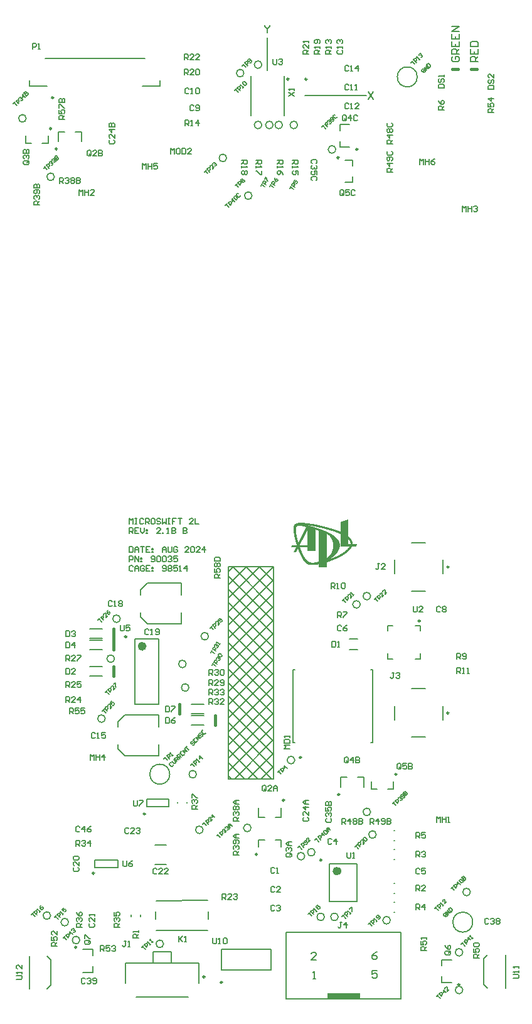
<source format=gto>
G04*
G04 #@! TF.GenerationSoftware,Altium Limited,DefaultClient, ()*
G04*
G04 Layer_Color=65535*
%FSLAX44Y44*%
%MOMM*%
G71*
G04*
G04 #@! TF.SameCoordinates,8DA877EA-5960-4089-89AF-F9EF2ED2926F*
G04*
G04*
G04 #@! TF.FilePolarity,Positive*
G04*
G01*
G75*
%ADD10C,0.2500*%
%ADD11C,0.1270*%
%ADD12C,0.1500*%
%ADD13C,0.6000*%
%ADD14C,0.1778*%
%ADD15C,0.2000*%
%ADD16C,0.2032*%
%ADD17C,0.4000*%
%ADD18C,0.1524*%
%ADD19R,4.5000X0.8000*%
G36*
X337242Y339552D02*
X337319D01*
Y339475D01*
X337396D01*
Y339399D01*
X337472D01*
Y339322D01*
X337549D01*
Y339245D01*
X337626D01*
Y339169D01*
X337779D01*
Y339092D01*
X337856D01*
Y339015D01*
X337933D01*
Y338938D01*
X338010D01*
Y338862D01*
X338086D01*
Y338785D01*
X338163D01*
Y338708D01*
X338240D01*
Y338631D01*
X338317D01*
Y338554D01*
X338393D01*
Y338478D01*
X338470D01*
Y338401D01*
X338547D01*
Y338324D01*
X338624D01*
Y338247D01*
X338700D01*
Y338171D01*
X338777D01*
Y338094D01*
X338854D01*
Y338017D01*
X338931D01*
Y337940D01*
X339007D01*
Y337864D01*
X339084D01*
Y337787D01*
X339161D01*
Y337710D01*
X339238D01*
Y337634D01*
X339314D01*
Y337557D01*
X339391D01*
Y337480D01*
X339468D01*
Y337403D01*
X339545D01*
Y337327D01*
X339621D01*
Y337173D01*
X339698D01*
Y337096D01*
X339775D01*
Y337020D01*
X339852D01*
Y336943D01*
X339928D01*
Y336866D01*
X340005D01*
Y336789D01*
X340082D01*
Y336636D01*
X340159D01*
Y336559D01*
X340235D01*
Y336482D01*
X340312D01*
Y336329D01*
X340389D01*
Y336252D01*
X340466D01*
Y336099D01*
X340542D01*
Y336022D01*
X340619D01*
Y335868D01*
X340696D01*
Y335792D01*
X340773D01*
Y335638D01*
X340849D01*
Y335561D01*
X340926D01*
Y335408D01*
X341003D01*
Y335254D01*
X341080D01*
Y335178D01*
X341156D01*
Y335024D01*
X341233D01*
Y334871D01*
X341310D01*
Y334717D01*
X341387D01*
Y334564D01*
X341463D01*
Y334410D01*
X341540D01*
Y334257D01*
X341617D01*
Y334103D01*
X341694D01*
Y333950D01*
X341770D01*
Y333796D01*
X341847D01*
Y333643D01*
X341924D01*
Y333412D01*
X342001D01*
Y333259D01*
X342077D01*
Y333029D01*
X342154D01*
Y332875D01*
X342231D01*
Y332645D01*
X342308D01*
Y332415D01*
X342384D01*
Y332184D01*
X342461D01*
Y331877D01*
X342538D01*
Y331494D01*
X342615D01*
Y331033D01*
X342691D01*
Y330496D01*
X342768D01*
Y329805D01*
X342845D01*
Y328884D01*
X348831D01*
Y328577D01*
X348754D01*
Y328347D01*
X348678D01*
Y328194D01*
X348601D01*
Y327963D01*
X348524D01*
Y327810D01*
X348447D01*
Y327580D01*
X348371D01*
Y327426D01*
X348294D01*
Y327196D01*
X348217D01*
Y327042D01*
X348140D01*
Y326812D01*
X348064D01*
Y326659D01*
X347987D01*
Y326428D01*
X347910D01*
Y326275D01*
X347833D01*
Y326121D01*
X342231D01*
Y325968D01*
X342154D01*
Y325814D01*
X342077D01*
Y325661D01*
X342001D01*
Y325584D01*
X341924D01*
Y325431D01*
X341847D01*
Y325277D01*
X341770D01*
Y325200D01*
X341694D01*
Y325047D01*
X341617D01*
Y324893D01*
X341540D01*
Y324817D01*
X341463D01*
Y324663D01*
X341387D01*
Y324586D01*
X341310D01*
Y324433D01*
X341233D01*
Y324356D01*
X341156D01*
Y324203D01*
X341080D01*
Y324126D01*
X341003D01*
Y323973D01*
X340926D01*
Y323896D01*
X340849D01*
Y323819D01*
X340773D01*
Y323666D01*
X340696D01*
Y323589D01*
X340619D01*
Y323435D01*
X340542D01*
Y323358D01*
X340466D01*
Y323282D01*
X340389D01*
Y323128D01*
X340312D01*
Y323051D01*
X340235D01*
Y322975D01*
X340159D01*
Y322821D01*
X340082D01*
Y322744D01*
X340005D01*
Y322668D01*
X339928D01*
Y322514D01*
X339852D01*
Y322438D01*
X339775D01*
Y322361D01*
X339698D01*
Y322284D01*
X339621D01*
Y322131D01*
X339545D01*
Y322054D01*
X339468D01*
Y321977D01*
X339391D01*
Y321824D01*
X339314D01*
Y321747D01*
X339238D01*
Y321670D01*
X339161D01*
Y321593D01*
X339084D01*
Y321516D01*
X339007D01*
Y321363D01*
X338931D01*
Y321286D01*
X338854D01*
Y321209D01*
X338777D01*
Y321133D01*
X338700D01*
Y321056D01*
X338624D01*
Y320979D01*
X338547D01*
Y320826D01*
X338470D01*
Y320749D01*
X338393D01*
Y320672D01*
X338317D01*
Y320596D01*
X338240D01*
Y320519D01*
X338163D01*
Y320442D01*
X338086D01*
Y320365D01*
X338010D01*
Y320289D01*
X337933D01*
Y320212D01*
X337779D01*
Y320135D01*
X337703D01*
Y320058D01*
X337626D01*
Y319982D01*
X337549D01*
Y319905D01*
X337472D01*
Y319828D01*
X337396D01*
Y319751D01*
X337319D01*
Y319675D01*
X337242D01*
Y319598D01*
X337165D01*
Y319521D01*
X337012D01*
Y319444D01*
X336935D01*
Y319368D01*
X336858D01*
Y319291D01*
X336782D01*
Y319214D01*
X336705D01*
Y319137D01*
X336628D01*
Y319061D01*
X336552D01*
Y318984D01*
X336475D01*
Y318907D01*
X336321D01*
Y318830D01*
X336245D01*
Y318754D01*
X336168D01*
Y318677D01*
X336091D01*
Y318600D01*
X336014D01*
Y318523D01*
X335861D01*
Y318447D01*
X335784D01*
Y318370D01*
X335707D01*
Y318293D01*
X335630D01*
Y318216D01*
X335477D01*
Y318140D01*
X335400D01*
Y318063D01*
X335323D01*
Y317986D01*
X335247D01*
Y317909D01*
X335093D01*
Y317833D01*
X335017D01*
Y317756D01*
X334940D01*
Y317679D01*
X334863D01*
Y317602D01*
X334710D01*
Y317526D01*
X334633D01*
Y317449D01*
X334556D01*
Y317372D01*
X334403D01*
Y317295D01*
X334326D01*
Y317219D01*
X334249D01*
Y317142D01*
X334172D01*
Y317065D01*
X334019D01*
Y316988D01*
X333942D01*
Y316912D01*
X333865D01*
Y316835D01*
X333712D01*
Y316758D01*
X333635D01*
Y316681D01*
X333558D01*
Y316605D01*
X333405D01*
Y316528D01*
X333328D01*
Y316451D01*
X333251D01*
Y316374D01*
X333098D01*
Y316298D01*
X333021D01*
Y316221D01*
X332944D01*
Y316144D01*
X332791D01*
Y316068D01*
X332714D01*
Y315991D01*
X332561D01*
Y315914D01*
X332484D01*
Y315837D01*
X332330D01*
Y315760D01*
X332254D01*
Y315684D01*
X332100D01*
Y315607D01*
X332023D01*
Y315530D01*
X331870D01*
Y315453D01*
X331793D01*
Y315377D01*
X331640D01*
Y315300D01*
X331486D01*
Y315223D01*
X331409D01*
Y315147D01*
X331256D01*
Y315070D01*
X331179D01*
Y314993D01*
X331026D01*
Y314916D01*
X330949D01*
Y314839D01*
X330795D01*
Y314763D01*
X330642D01*
Y314686D01*
X330565D01*
Y314609D01*
X330412D01*
Y314533D01*
X330335D01*
Y314456D01*
X330181D01*
Y314379D01*
X330028D01*
Y314302D01*
X329951D01*
Y314226D01*
X329798D01*
Y314149D01*
X329721D01*
Y314072D01*
X329567D01*
Y313995D01*
X329414D01*
Y313918D01*
X329337D01*
Y313842D01*
X329184D01*
Y313765D01*
X329107D01*
Y313688D01*
X328954D01*
Y313612D01*
X328800D01*
Y313535D01*
X328723D01*
Y313458D01*
X328570D01*
Y313381D01*
X328416D01*
Y313305D01*
X328340D01*
Y313228D01*
X328186D01*
Y313151D01*
X328032D01*
Y313074D01*
X327956D01*
Y312997D01*
X327802D01*
Y312921D01*
X327649D01*
Y312844D01*
X327495D01*
Y312767D01*
X327419D01*
Y312691D01*
X327265D01*
Y312614D01*
X327112D01*
Y312537D01*
X327035D01*
Y312460D01*
X326881D01*
Y312384D01*
X326728D01*
Y312307D01*
X326574D01*
Y312230D01*
X326421D01*
Y312153D01*
X326344D01*
Y312077D01*
X326191D01*
Y312000D01*
X326037D01*
Y311923D01*
X325884D01*
Y311846D01*
X325730D01*
Y311770D01*
X325500D01*
Y311693D01*
X325346D01*
Y311616D01*
X325193D01*
Y311539D01*
X325039D01*
Y311463D01*
X324886D01*
Y311386D01*
X324732D01*
Y311309D01*
X324656D01*
Y311232D01*
X324502D01*
Y311156D01*
X324349D01*
Y311079D01*
X324195D01*
Y311002D01*
X324042D01*
Y310925D01*
X323888D01*
Y310849D01*
X323735D01*
Y310772D01*
X323581D01*
Y310695D01*
X323428D01*
Y310618D01*
X323274D01*
Y310542D01*
X323121D01*
Y310465D01*
X322967D01*
Y310388D01*
X322814D01*
Y310311D01*
X322660D01*
Y310235D01*
X322507D01*
Y310158D01*
X322353D01*
Y310081D01*
X322200D01*
Y310004D01*
X322046D01*
Y309928D01*
X321893D01*
Y309851D01*
X321739D01*
Y309774D01*
X321586D01*
Y309697D01*
X321432D01*
Y309621D01*
X321202D01*
Y309544D01*
X321049D01*
Y309467D01*
X320895D01*
Y309390D01*
X320665D01*
Y309314D01*
X320511D01*
Y309237D01*
X320281D01*
Y309160D01*
X320127D01*
Y309083D01*
X319974D01*
Y309007D01*
X319744D01*
Y308930D01*
X319590D01*
Y308853D01*
X319360D01*
Y308776D01*
X319207D01*
Y308700D01*
X318976D01*
Y308623D01*
X318823D01*
Y308546D01*
X318593D01*
Y308470D01*
X318439D01*
Y308393D01*
X318209D01*
Y308316D01*
X318055D01*
Y308239D01*
X317825D01*
Y308162D01*
X317595D01*
Y308086D01*
X317441D01*
Y308009D01*
X317211D01*
Y307932D01*
X317058D01*
Y307855D01*
X316827D01*
Y307779D01*
X316674D01*
Y307702D01*
X316444D01*
Y307625D01*
X316290D01*
Y307549D01*
X316060D01*
Y307472D01*
X315906D01*
Y307395D01*
X315676D01*
Y307318D01*
X315523D01*
Y307241D01*
X315369D01*
Y307165D01*
X315139D01*
Y307088D01*
X314909D01*
Y307011D01*
X314755D01*
Y306935D01*
X314525D01*
Y306858D01*
X314295D01*
Y306781D01*
X314141D01*
Y306704D01*
X313911D01*
Y306628D01*
X313757D01*
Y306551D01*
X313527D01*
Y306474D01*
X313297D01*
Y306397D01*
X313144D01*
Y306320D01*
X312913D01*
Y306244D01*
X312683D01*
Y306167D01*
X312530D01*
Y306090D01*
X312299D01*
Y306014D01*
X312069D01*
Y305937D01*
X311915D01*
Y305860D01*
X311685D01*
Y305783D01*
X311455D01*
Y305707D01*
X311225D01*
Y305630D01*
X311071D01*
Y305553D01*
X310841D01*
Y305476D01*
X310534D01*
Y305400D01*
X310304D01*
Y305323D01*
X310074D01*
Y305246D01*
X309843D01*
Y305169D01*
X309536D01*
Y305093D01*
X309306D01*
Y305016D01*
X308999D01*
Y304939D01*
X308692D01*
Y304862D01*
X308462D01*
Y304786D01*
X308308D01*
Y297725D01*
X297180D01*
Y302023D01*
X296950D01*
Y301946D01*
X296719D01*
Y301869D01*
X296413D01*
Y301792D01*
X296182D01*
Y301716D01*
X295875D01*
Y301639D01*
X295645D01*
Y301562D01*
X295338D01*
Y301485D01*
X295031D01*
Y301409D01*
X294647D01*
Y301332D01*
X294264D01*
Y301255D01*
X293803D01*
Y301178D01*
X293189D01*
Y301102D01*
X292422D01*
Y301025D01*
X291577D01*
Y300948D01*
X290350D01*
Y300872D01*
X286435D01*
Y300948D01*
X285668D01*
Y301025D01*
X285207D01*
Y301102D01*
X284747D01*
Y301178D01*
X284363D01*
Y301255D01*
X283979D01*
Y301332D01*
X283673D01*
Y301409D01*
X283365D01*
Y301485D01*
X283135D01*
Y301562D01*
X282982D01*
Y301639D01*
X282752D01*
Y301716D01*
X282598D01*
Y301792D01*
X282444D01*
Y301869D01*
X282214D01*
Y301946D01*
X282061D01*
Y302023D01*
X281907D01*
Y302099D01*
X281754D01*
Y302176D01*
X281600D01*
Y302253D01*
X281447D01*
Y302330D01*
X281293D01*
Y302406D01*
X281140D01*
Y302483D01*
X281063D01*
Y302560D01*
X280910D01*
Y302637D01*
X280756D01*
Y302713D01*
X280679D01*
Y302790D01*
X280526D01*
Y302867D01*
X280372D01*
Y302944D01*
X280296D01*
Y303020D01*
X280219D01*
Y303097D01*
X280142D01*
Y303174D01*
X280065D01*
Y303251D01*
X279912D01*
Y303327D01*
X279835D01*
Y303404D01*
X279758D01*
Y303481D01*
X279682D01*
Y303558D01*
X279605D01*
Y303634D01*
X279451D01*
Y303711D01*
X279375D01*
Y303788D01*
X279298D01*
Y303865D01*
X279221D01*
Y303941D01*
X279144D01*
Y304018D01*
X279068D01*
Y304095D01*
X278991D01*
Y304172D01*
X278914D01*
Y304248D01*
X278837D01*
Y304325D01*
X278761D01*
Y304402D01*
X278684D01*
Y304479D01*
X278607D01*
Y304555D01*
X278530D01*
Y304632D01*
X278454D01*
Y304709D01*
X278377D01*
Y304786D01*
X278300D01*
Y304862D01*
X278223D01*
Y304939D01*
X278147D01*
Y305016D01*
X278070D01*
Y305093D01*
X277993D01*
Y305169D01*
X277916D01*
Y305246D01*
X277840D01*
Y305400D01*
X277763D01*
Y305476D01*
X277686D01*
Y305553D01*
X277609D01*
Y305707D01*
X277533D01*
Y305783D01*
X277456D01*
Y305860D01*
X277379D01*
Y306014D01*
X277302D01*
Y306090D01*
X277226D01*
Y306244D01*
X277149D01*
Y306320D01*
X277072D01*
Y306397D01*
X276995D01*
Y306551D01*
X276919D01*
Y306628D01*
X276842D01*
Y306781D01*
X276765D01*
Y306858D01*
X276688D01*
Y307011D01*
X276612D01*
Y307088D01*
X276535D01*
Y307241D01*
X276458D01*
Y307395D01*
X276381D01*
Y307472D01*
X276305D01*
Y307625D01*
X276228D01*
Y307702D01*
X276151D01*
Y307855D01*
X276075D01*
Y308009D01*
X275998D01*
Y308086D01*
X275921D01*
Y308239D01*
X275844D01*
Y308393D01*
X275767D01*
Y308470D01*
X275691D01*
Y308623D01*
X275614D01*
Y308776D01*
X275537D01*
Y308930D01*
X275460D01*
Y309007D01*
X275384D01*
Y309160D01*
X275307D01*
Y309314D01*
X275230D01*
Y309467D01*
X275154D01*
Y309621D01*
X275077D01*
Y309774D01*
X275000D01*
Y309928D01*
X274923D01*
Y310004D01*
X274846D01*
Y310158D01*
X274770D01*
Y310311D01*
X274693D01*
Y310465D01*
X274616D01*
Y310618D01*
X274540D01*
Y310772D01*
X274463D01*
Y310925D01*
X274386D01*
Y311002D01*
X274309D01*
Y311156D01*
X274233D01*
Y311309D01*
X274156D01*
Y311463D01*
X274079D01*
Y311616D01*
X274002D01*
Y311770D01*
X273925D01*
Y311923D01*
X273849D01*
Y312000D01*
X273772D01*
Y312153D01*
X273695D01*
Y312307D01*
X273619D01*
Y312460D01*
X273542D01*
Y312614D01*
X273465D01*
Y312767D01*
X273388D01*
Y312921D01*
X273312D01*
Y313074D01*
X273235D01*
Y313228D01*
X273158D01*
Y313381D01*
X273081D01*
Y313458D01*
X273004D01*
Y313612D01*
X272928D01*
Y313765D01*
X272851D01*
Y313918D01*
X272774D01*
Y314072D01*
X272698D01*
Y314226D01*
X272621D01*
Y314379D01*
X272544D01*
Y314533D01*
X272467D01*
Y314686D01*
X272391D01*
Y314839D01*
X272314D01*
Y314993D01*
X272237D01*
Y315147D01*
X272160D01*
Y315300D01*
X272084D01*
Y315453D01*
X272007D01*
Y315607D01*
X271930D01*
Y315837D01*
X271853D01*
Y315991D01*
X271777D01*
Y316144D01*
X271700D01*
Y316298D01*
X271623D01*
Y316451D01*
X271546D01*
Y316605D01*
X271470D01*
Y316758D01*
X271393D01*
Y316988D01*
X271316D01*
Y317142D01*
X271239D01*
Y317295D01*
X271163D01*
Y317449D01*
X271086D01*
Y317679D01*
X271009D01*
Y317833D01*
X270932D01*
Y317986D01*
X270856D01*
Y318216D01*
X270779D01*
Y318370D01*
X270702D01*
Y318600D01*
X270625D01*
Y318754D01*
X270549D01*
Y318984D01*
X270472D01*
Y319137D01*
X270395D01*
Y319368D01*
X270318D01*
Y319521D01*
X270242D01*
Y319751D01*
X270165D01*
Y319905D01*
X270088D01*
Y320135D01*
X270011D01*
Y320365D01*
X269935D01*
Y320519D01*
X269858D01*
Y320749D01*
X269781D01*
Y320979D01*
X269704D01*
Y321209D01*
X269628D01*
Y321363D01*
X269551D01*
Y321593D01*
X269474D01*
Y321824D01*
X269397D01*
Y322054D01*
X269321D01*
Y322284D01*
X269244D01*
Y322591D01*
X269167D01*
Y322821D01*
X269090D01*
Y323051D01*
X269014D01*
Y322898D01*
X268937D01*
Y322744D01*
X268860D01*
Y322591D01*
X268783D01*
Y322438D01*
X268707D01*
Y322284D01*
X268630D01*
Y322131D01*
X268553D01*
Y321977D01*
X268477D01*
Y321824D01*
X268400D01*
Y321670D01*
X268323D01*
Y321593D01*
X268246D01*
Y321440D01*
X268169D01*
Y321286D01*
X268093D01*
Y321133D01*
X268016D01*
Y320979D01*
X267939D01*
Y320826D01*
X267862D01*
Y320672D01*
X267786D01*
Y320519D01*
X267709D01*
Y320365D01*
X267632D01*
Y320212D01*
X267556D01*
Y320058D01*
X267479D01*
Y319905D01*
X267402D01*
Y319751D01*
X267325D01*
Y319598D01*
X267248D01*
Y319444D01*
X267172D01*
Y319291D01*
X267095D01*
Y319137D01*
X267018D01*
Y318984D01*
X266942D01*
Y318830D01*
X266865D01*
Y318677D01*
X266788D01*
Y318523D01*
X266711D01*
Y318370D01*
X266635D01*
Y318216D01*
X266558D01*
Y318063D01*
X266481D01*
Y317909D01*
X266404D01*
Y317833D01*
X263027D01*
Y317986D01*
X263104D01*
Y318140D01*
X263181D01*
Y318293D01*
X263258D01*
Y318447D01*
X263334D01*
Y318600D01*
X263411D01*
Y318754D01*
X263488D01*
Y318907D01*
X263565D01*
Y319061D01*
X263641D01*
Y319214D01*
X263718D01*
Y319368D01*
X263795D01*
Y319521D01*
X263872D01*
Y319675D01*
X263948D01*
Y319828D01*
X264025D01*
Y319982D01*
X264102D01*
Y320135D01*
X264179D01*
Y320289D01*
X264255D01*
Y320442D01*
X264332D01*
Y320596D01*
X264409D01*
Y320749D01*
X264486D01*
Y320903D01*
X264562D01*
Y321056D01*
X264639D01*
Y321209D01*
X264716D01*
Y321363D01*
X264793D01*
Y321516D01*
X264869D01*
Y321670D01*
X264946D01*
Y321824D01*
X265023D01*
Y321977D01*
X265100D01*
Y322131D01*
X265176D01*
Y322284D01*
X265253D01*
Y322438D01*
X265330D01*
Y322591D01*
X265406D01*
Y322744D01*
X265483D01*
Y322898D01*
X265560D01*
Y323051D01*
X265637D01*
Y323205D01*
X265714D01*
Y323358D01*
X265790D01*
Y323512D01*
X265867D01*
Y323666D01*
X265944D01*
Y323819D01*
X266021D01*
Y323973D01*
X266097D01*
Y324126D01*
X266174D01*
Y324279D01*
X266251D01*
Y324433D01*
X266327D01*
Y324586D01*
X266404D01*
Y324740D01*
X266481D01*
Y324893D01*
X266558D01*
Y325047D01*
X266635D01*
Y325200D01*
X259958D01*
Y325507D01*
X260034D01*
Y325738D01*
X260111D01*
Y325891D01*
X260188D01*
Y326045D01*
X260264D01*
Y326275D01*
X260341D01*
Y326428D01*
X260418D01*
Y326659D01*
X260495D01*
Y326812D01*
X260571D01*
Y326966D01*
X260648D01*
Y327196D01*
X260725D01*
Y327349D01*
X260802D01*
Y327580D01*
X260878D01*
Y327733D01*
X260955D01*
Y327810D01*
X267325D01*
Y328040D01*
X267248D01*
Y328270D01*
X267172D01*
Y328577D01*
X267095D01*
Y328807D01*
X267018D01*
Y329114D01*
X266942D01*
Y329345D01*
X266865D01*
Y329575D01*
X266788D01*
Y329882D01*
X266711D01*
Y330112D01*
X266635D01*
Y330342D01*
X266558D01*
Y330573D01*
X266481D01*
Y330880D01*
X266404D01*
Y331110D01*
X266327D01*
Y331417D01*
X266251D01*
Y331647D01*
X266174D01*
Y331954D01*
X266097D01*
Y332261D01*
X266021D01*
Y332568D01*
X265944D01*
Y332875D01*
X265867D01*
Y333182D01*
X265790D01*
Y333489D01*
X265714D01*
Y333796D01*
X265637D01*
Y334103D01*
X265560D01*
Y334333D01*
X265483D01*
Y334640D01*
X265406D01*
Y334947D01*
X265330D01*
Y335254D01*
X265253D01*
Y335561D01*
X265176D01*
Y335792D01*
X265100D01*
Y336099D01*
X265023D01*
Y336406D01*
X264946D01*
Y336712D01*
X264869D01*
Y337020D01*
X264793D01*
Y337327D01*
X264716D01*
Y337710D01*
X264639D01*
Y338017D01*
X264562D01*
Y338401D01*
X264486D01*
Y338708D01*
X264409D01*
Y339092D01*
X264332D01*
Y339475D01*
X264255D01*
Y339859D01*
X264179D01*
Y340243D01*
X264102D01*
Y340703D01*
X264025D01*
Y341087D01*
X263948D01*
Y341548D01*
X263872D01*
Y341931D01*
X263795D01*
Y342392D01*
X263718D01*
Y342852D01*
X263641D01*
Y343313D01*
X263565D01*
Y343850D01*
X263488D01*
Y344464D01*
X263411D01*
Y345155D01*
X263334D01*
Y345999D01*
X263258D01*
Y347073D01*
X263181D01*
Y348532D01*
X263104D01*
Y350681D01*
X263181D01*
Y351755D01*
X263258D01*
Y352369D01*
X263334D01*
Y352830D01*
X263411D01*
Y353213D01*
X263488D01*
Y353443D01*
X263565D01*
Y353674D01*
X263641D01*
Y353904D01*
X263718D01*
Y354058D01*
X263795D01*
Y354211D01*
X263872D01*
Y354365D01*
X263948D01*
Y354518D01*
X264025D01*
Y354672D01*
X264102D01*
Y354748D01*
X264179D01*
Y354902D01*
X264255D01*
Y354978D01*
X264332D01*
Y355055D01*
X264409D01*
Y355209D01*
X264486D01*
Y355285D01*
X264562D01*
Y355362D01*
X264639D01*
Y355516D01*
X264716D01*
Y355592D01*
X264793D01*
Y355669D01*
X264869D01*
Y355746D01*
X264946D01*
Y355823D01*
X265023D01*
Y355899D01*
X265176D01*
Y355976D01*
X265253D01*
Y356053D01*
X265330D01*
Y356130D01*
X265406D01*
Y356206D01*
X265483D01*
Y356283D01*
X265637D01*
Y356360D01*
X265714D01*
Y356437D01*
X265867D01*
Y356513D01*
X266021D01*
Y356590D01*
X266174D01*
Y356667D01*
X266251D01*
Y356744D01*
X266404D01*
Y356820D01*
X266558D01*
Y356897D01*
X266788D01*
Y356974D01*
X266942D01*
Y357051D01*
X267095D01*
Y357127D01*
X267325D01*
Y357204D01*
X267556D01*
Y357281D01*
X267786D01*
Y357358D01*
X268093D01*
Y357434D01*
X268323D01*
Y357511D01*
X268630D01*
Y357588D01*
X269014D01*
Y357665D01*
X269397D01*
Y357741D01*
X270165D01*
Y357818D01*
X271546D01*
Y357895D01*
X273235D01*
Y357818D01*
X275691D01*
Y357741D01*
X277226D01*
Y357665D01*
X278300D01*
Y357588D01*
X279144D01*
Y357511D01*
X279989D01*
Y357434D01*
X280679D01*
Y357358D01*
X281370D01*
Y357281D01*
X281984D01*
Y357204D01*
X282521D01*
Y357127D01*
X283058D01*
Y357051D01*
X283596D01*
Y356974D01*
X284056D01*
Y356897D01*
X284593D01*
Y356820D01*
X285054D01*
Y356744D01*
X285591D01*
Y356667D01*
X286052D01*
Y356590D01*
X286589D01*
Y356513D01*
X287049D01*
Y356437D01*
X287510D01*
Y356360D01*
X288047D01*
Y356283D01*
X288508D01*
Y356206D01*
X288968D01*
Y356130D01*
X289429D01*
Y356053D01*
X289889D01*
Y355976D01*
X290273D01*
Y355899D01*
X290733D01*
Y355823D01*
X291194D01*
Y355746D01*
X291577D01*
Y355669D01*
X291961D01*
Y355592D01*
X292345D01*
Y355516D01*
X292729D01*
Y355439D01*
X293112D01*
Y355362D01*
X293496D01*
Y355285D01*
X293880D01*
Y355209D01*
X294264D01*
Y355132D01*
X294647D01*
Y355055D01*
X295031D01*
Y354978D01*
X295415D01*
Y354902D01*
X295722D01*
Y354825D01*
X296106D01*
Y354748D01*
X296489D01*
Y354672D01*
X296796D01*
Y354595D01*
X297103D01*
Y354518D01*
X297487D01*
Y354441D01*
X297794D01*
Y354365D01*
X298178D01*
Y354288D01*
X298485D01*
Y354211D01*
X298792D01*
Y354134D01*
X299175D01*
Y354058D01*
X299482D01*
Y353981D01*
X299789D01*
Y353904D01*
X300096D01*
Y353827D01*
X300403D01*
Y353750D01*
X300787D01*
Y353674D01*
X301094D01*
Y353597D01*
X301401D01*
Y353520D01*
X301708D01*
Y353443D01*
X302015D01*
Y353367D01*
X302322D01*
Y353290D01*
X302629D01*
Y353213D01*
X302936D01*
Y353136D01*
X303243D01*
Y353060D01*
X303550D01*
Y352983D01*
X303857D01*
Y352906D01*
X304164D01*
Y352830D01*
X304471D01*
Y352753D01*
X304778D01*
Y352676D01*
X305085D01*
Y352599D01*
X305392D01*
Y352523D01*
X305699D01*
Y352446D01*
X306006D01*
Y352369D01*
X306313D01*
Y352292D01*
X306620D01*
Y352215D01*
X306927D01*
Y352139D01*
X307157D01*
Y352062D01*
X307464D01*
Y351985D01*
X307771D01*
Y351908D01*
X308001D01*
Y351832D01*
X308308D01*
Y351755D01*
X308615D01*
Y351678D01*
X308846D01*
Y351602D01*
X309153D01*
Y351525D01*
X309383D01*
Y351448D01*
X309690D01*
Y351371D01*
X309920D01*
Y351295D01*
X310227D01*
Y351218D01*
X310457D01*
Y351141D01*
X310764D01*
Y351064D01*
X310995D01*
Y350988D01*
X311301D01*
Y350911D01*
X311532D01*
Y350834D01*
X311839D01*
Y350757D01*
X312069D01*
Y350681D01*
X312299D01*
Y350604D01*
X312606D01*
Y350527D01*
X312836D01*
Y350450D01*
X313144D01*
Y350374D01*
X313374D01*
Y350297D01*
X313604D01*
Y350220D01*
X313911D01*
Y350143D01*
X314141D01*
Y350067D01*
X314371D01*
Y349990D01*
X314678D01*
Y349913D01*
X314909D01*
Y349836D01*
X315139D01*
Y349760D01*
X315369D01*
Y349683D01*
X315676D01*
Y349606D01*
X315906D01*
Y349529D01*
X316137D01*
Y349453D01*
X316367D01*
Y349376D01*
X316674D01*
Y349299D01*
X316904D01*
Y349222D01*
X317134D01*
Y349146D01*
X317365D01*
Y349069D01*
X317672D01*
Y348992D01*
X317902D01*
Y348915D01*
X318132D01*
Y348839D01*
X318362D01*
Y348762D01*
X318593D01*
Y348685D01*
X318823D01*
Y348608D01*
X319053D01*
Y348532D01*
X319283D01*
Y348455D01*
X319513D01*
Y348378D01*
X319744D01*
Y348301D01*
X319974D01*
Y348225D01*
X320204D01*
Y348148D01*
X320434D01*
Y348071D01*
X320665D01*
Y347994D01*
X320895D01*
Y347918D01*
X321125D01*
Y347841D01*
X321279D01*
Y347764D01*
X321509D01*
Y347687D01*
X321739D01*
Y347611D01*
X321969D01*
Y347534D01*
X322200D01*
Y347457D01*
X322430D01*
Y347380D01*
X322583D01*
Y347304D01*
X322814D01*
Y347227D01*
X323044D01*
Y347150D01*
X323274D01*
Y347073D01*
X323428D01*
Y346997D01*
X323658D01*
Y346920D01*
X323888D01*
Y346843D01*
X324042D01*
Y346767D01*
X324272D01*
Y346690D01*
X324502D01*
Y346613D01*
X324656D01*
Y346536D01*
X324886D01*
Y346460D01*
X325039D01*
Y346383D01*
X325270D01*
Y346306D01*
X325423D01*
Y346229D01*
X325653D01*
Y346152D01*
X325807D01*
Y346076D01*
X326037D01*
Y345999D01*
X326191D01*
Y345922D01*
X326421D01*
Y345845D01*
X326497D01*
Y358816D01*
X326574D01*
Y358893D01*
X326728D01*
Y358969D01*
X326958D01*
Y359046D01*
X327188D01*
Y359123D01*
X327419D01*
Y359200D01*
X327649D01*
Y359276D01*
X327879D01*
Y359353D01*
X328109D01*
Y359430D01*
X328340D01*
Y359506D01*
X328570D01*
Y359583D01*
X328800D01*
Y359660D01*
X329030D01*
Y359737D01*
X329260D01*
Y359813D01*
X329491D01*
Y359890D01*
X329721D01*
Y359967D01*
X329951D01*
Y360044D01*
X330181D01*
Y360121D01*
X330335D01*
Y360197D01*
X330565D01*
Y360274D01*
X330795D01*
Y360351D01*
X331026D01*
Y360428D01*
X331256D01*
Y360504D01*
X331486D01*
Y360581D01*
X331716D01*
Y360658D01*
X331947D01*
Y360734D01*
X332177D01*
Y360811D01*
X332407D01*
Y360888D01*
X332637D01*
Y360965D01*
X332868D01*
Y361041D01*
X333098D01*
Y361118D01*
X333328D01*
Y361195D01*
X333558D01*
Y361272D01*
X333712D01*
Y361348D01*
X333942D01*
Y361425D01*
X334172D01*
Y361502D01*
X334403D01*
Y361579D01*
X334633D01*
Y361656D01*
X334863D01*
Y361732D01*
X335093D01*
Y361809D01*
X335323D01*
Y361886D01*
X335554D01*
Y361963D01*
X335784D01*
Y362039D01*
X336014D01*
Y362116D01*
X336245D01*
Y362193D01*
X336475D01*
Y362270D01*
X336705D01*
Y362346D01*
X336935D01*
Y362423D01*
X337242D01*
Y339552D01*
D02*
G37*
%LPC*%
G36*
X282675Y354441D02*
X282521D01*
Y354365D01*
X282675D01*
Y354441D01*
D02*
G37*
G36*
X271393Y353904D02*
X269704D01*
Y353827D01*
X269244D01*
Y353750D01*
X268937D01*
Y353674D01*
X268707D01*
Y353597D01*
X268477D01*
Y353520D01*
X268323D01*
Y353443D01*
X268169D01*
Y353367D01*
X268016D01*
Y353290D01*
X267939D01*
Y353213D01*
X267786D01*
Y353136D01*
X267709D01*
Y353060D01*
X267632D01*
Y352983D01*
X267556D01*
Y352906D01*
X267479D01*
Y352830D01*
X267402D01*
Y352753D01*
X267248D01*
Y352599D01*
X267172D01*
Y352523D01*
X267095D01*
Y352446D01*
X267018D01*
Y352369D01*
X266942D01*
Y352292D01*
X266865D01*
Y352139D01*
X266788D01*
Y352062D01*
X266711D01*
Y351908D01*
X266635D01*
Y351678D01*
X266558D01*
Y351448D01*
X266481D01*
Y351218D01*
X266404D01*
Y350911D01*
X266327D01*
Y350527D01*
X266251D01*
Y349453D01*
X266174D01*
Y348839D01*
X266251D01*
Y347918D01*
X266327D01*
Y346843D01*
X266404D01*
Y345922D01*
X266481D01*
Y345155D01*
X266558D01*
Y344541D01*
X266635D01*
Y344004D01*
X266711D01*
Y343543D01*
X266788D01*
Y343083D01*
X266865D01*
Y342545D01*
X266942D01*
Y342085D01*
X267018D01*
Y341624D01*
X267095D01*
Y341164D01*
X267172D01*
Y340703D01*
X267248D01*
Y340243D01*
X267325D01*
Y339782D01*
X267402D01*
Y339475D01*
X267479D01*
Y339169D01*
X267556D01*
Y338785D01*
X267632D01*
Y338478D01*
X267709D01*
Y338171D01*
X267786D01*
Y337787D01*
X267862D01*
Y337480D01*
X267939D01*
Y337096D01*
X268016D01*
Y336789D01*
X268093D01*
Y336406D01*
X268169D01*
Y336099D01*
X268246D01*
Y335715D01*
X268323D01*
Y335408D01*
X268400D01*
Y335101D01*
X268477D01*
Y334794D01*
X268553D01*
Y334564D01*
X268630D01*
Y334257D01*
X268707D01*
Y333950D01*
X268783D01*
Y333643D01*
X268860D01*
Y333412D01*
X268937D01*
Y333105D01*
X269014D01*
Y332798D01*
X269090D01*
Y332568D01*
X269167D01*
Y332338D01*
X269244D01*
Y332108D01*
X269321D01*
Y331801D01*
X269397D01*
Y331571D01*
X269474D01*
Y331417D01*
X269551D01*
Y331187D01*
X269628D01*
Y331110D01*
X269704D01*
Y331264D01*
X269781D01*
Y331417D01*
X269858D01*
Y331571D01*
X269935D01*
Y331724D01*
X270011D01*
Y331877D01*
X270088D01*
Y332031D01*
X270165D01*
Y332184D01*
X270242D01*
Y332338D01*
X270318D01*
Y332491D01*
X270395D01*
Y332645D01*
X270472D01*
Y332798D01*
X270549D01*
Y332952D01*
X270625D01*
Y333105D01*
X270702D01*
Y333259D01*
X270779D01*
Y333412D01*
X270856D01*
Y333566D01*
X270932D01*
Y333719D01*
X271009D01*
Y333873D01*
X271086D01*
Y334026D01*
X271163D01*
Y334180D01*
X271239D01*
Y334333D01*
X271316D01*
Y334487D01*
X271393D01*
Y334640D01*
X271470D01*
Y334794D01*
X271546D01*
Y334947D01*
X271623D01*
Y335101D01*
X271700D01*
Y335254D01*
X271777D01*
Y335408D01*
X271853D01*
Y335561D01*
X271930D01*
Y335715D01*
X272007D01*
Y335868D01*
X272084D01*
Y336022D01*
X272160D01*
Y336175D01*
X272237D01*
Y336329D01*
X272314D01*
Y336482D01*
X272391D01*
Y336636D01*
X272467D01*
Y336789D01*
X272544D01*
Y336943D01*
X272621D01*
Y337096D01*
X272698D01*
Y337250D01*
X272774D01*
Y337403D01*
X272851D01*
Y337557D01*
X272928D01*
Y337710D01*
X273004D01*
Y337864D01*
X273081D01*
Y338017D01*
X273158D01*
Y338171D01*
X273235D01*
Y338324D01*
X273312D01*
Y338478D01*
X273388D01*
Y338631D01*
X273465D01*
Y338785D01*
X273542D01*
Y338938D01*
X273619D01*
Y339092D01*
X273695D01*
Y339245D01*
X273772D01*
Y339399D01*
X273849D01*
Y339475D01*
X273925D01*
Y339552D01*
Y339629D01*
X274002D01*
Y339782D01*
X274079D01*
Y339936D01*
X274156D01*
Y340089D01*
X274233D01*
Y340243D01*
X274309D01*
Y340396D01*
X274386D01*
Y340550D01*
X274463D01*
Y340703D01*
X274540D01*
Y340857D01*
X274616D01*
Y341010D01*
X274693D01*
Y341164D01*
X274770D01*
Y341317D01*
X274846D01*
Y341471D01*
X274923D01*
Y341624D01*
X275000D01*
Y341778D01*
X275077D01*
Y341931D01*
X275154D01*
Y342085D01*
X275230D01*
Y342238D01*
X275307D01*
Y342392D01*
X275384D01*
Y342545D01*
X275460D01*
Y342699D01*
X275537D01*
Y342852D01*
X275614D01*
Y343006D01*
X275691D01*
Y343159D01*
X275767D01*
Y343313D01*
X275844D01*
Y343466D01*
X275921D01*
Y343620D01*
X275998D01*
Y343773D01*
X276075D01*
Y343927D01*
X276151D01*
Y344080D01*
X276228D01*
Y344234D01*
X276305D01*
Y344387D01*
X276381D01*
Y344541D01*
X276458D01*
Y344694D01*
X276535D01*
Y344848D01*
X276612D01*
Y345001D01*
X276688D01*
Y345155D01*
X276765D01*
Y345308D01*
X276842D01*
Y345462D01*
X276919D01*
Y345615D01*
X276995D01*
Y345769D01*
X277072D01*
Y345922D01*
X277149D01*
Y346076D01*
X277226D01*
Y346229D01*
X277302D01*
Y346383D01*
X277379D01*
Y346536D01*
X277456D01*
Y346690D01*
X277533D01*
Y346843D01*
X277609D01*
Y346997D01*
X277686D01*
Y347150D01*
X277763D01*
Y347304D01*
X277840D01*
Y347457D01*
X277916D01*
Y347611D01*
X277993D01*
Y347764D01*
X278070D01*
Y347918D01*
X278147D01*
Y348071D01*
X278223D01*
Y348225D01*
X278300D01*
Y348378D01*
X278377D01*
Y348532D01*
X278454D01*
Y348685D01*
X278530D01*
Y348839D01*
X278607D01*
Y348992D01*
X278684D01*
Y349146D01*
X278761D01*
Y349299D01*
X278837D01*
Y349453D01*
X278914D01*
Y349606D01*
X278991D01*
Y349760D01*
X279068D01*
Y349913D01*
X279144D01*
Y350067D01*
X279221D01*
Y350220D01*
X279298D01*
Y350374D01*
X279375D01*
Y350527D01*
X279451D01*
Y350681D01*
X279528D01*
Y350757D01*
X279605D01*
Y350911D01*
X279682D01*
Y351064D01*
X279758D01*
Y351218D01*
X279835D01*
Y351371D01*
X279912D01*
Y351525D01*
X279989D01*
Y351678D01*
X280065D01*
Y351832D01*
X280142D01*
Y351985D01*
X280219D01*
Y352062D01*
X280065D01*
Y352139D01*
X279835D01*
Y352215D01*
X279528D01*
Y352292D01*
X279298D01*
Y352369D01*
X278991D01*
Y352446D01*
X278684D01*
Y352523D01*
X278454D01*
Y352599D01*
X278300D01*
Y352676D01*
X277993D01*
Y352753D01*
X277686D01*
Y352830D01*
X277379D01*
Y352906D01*
X276995D01*
Y352983D01*
X276688D01*
Y353060D01*
X276305D01*
Y353136D01*
X275921D01*
Y353213D01*
X275537D01*
Y353290D01*
X275154D01*
Y353367D01*
X274770D01*
Y353443D01*
X274386D01*
Y353520D01*
X273925D01*
Y353597D01*
X273465D01*
Y353674D01*
X272928D01*
Y353750D01*
X272237D01*
Y353827D01*
X271393D01*
Y353904D01*
D02*
G37*
G36*
X337319Y335408D02*
X337242D01*
Y334257D01*
Y334180D01*
Y328884D01*
X339928D01*
Y330036D01*
X339852D01*
Y330573D01*
X339775D01*
Y330956D01*
X339698D01*
Y331264D01*
X339621D01*
Y331571D01*
X339545D01*
Y331801D01*
X339468D01*
Y332031D01*
X339391D01*
Y332261D01*
X339314D01*
Y332491D01*
X339238D01*
Y332645D01*
X339161D01*
Y332875D01*
X339084D01*
Y333029D01*
X339007D01*
Y333182D01*
X338931D01*
Y333336D01*
X338854D01*
Y333489D01*
X338777D01*
Y333566D01*
X338700D01*
Y333719D01*
X338624D01*
Y333873D01*
X338547D01*
Y333950D01*
X338470D01*
Y334103D01*
X338393D01*
Y334180D01*
X338317D01*
Y334333D01*
X338240D01*
Y334410D01*
X338163D01*
Y334487D01*
X338086D01*
Y334564D01*
X338010D01*
Y334717D01*
X337933D01*
Y334794D01*
X337856D01*
Y334871D01*
X337779D01*
Y334947D01*
X337703D01*
Y335024D01*
X337626D01*
Y335101D01*
X337549D01*
Y335178D01*
X337472D01*
Y335254D01*
X337396D01*
Y335331D01*
X337319D01*
Y335408D01*
D02*
G37*
G36*
X281754Y347918D02*
X281677D01*
Y347841D01*
X281600D01*
Y347687D01*
X281523D01*
Y347534D01*
X281447D01*
Y347380D01*
X281370D01*
Y347227D01*
X281293D01*
Y347073D01*
X281217D01*
Y346920D01*
X281140D01*
Y346767D01*
X281063D01*
Y346613D01*
X280986D01*
Y346460D01*
X280910D01*
Y346306D01*
X280833D01*
Y346152D01*
X280756D01*
Y345999D01*
X280679D01*
Y345845D01*
X280602D01*
Y345692D01*
X280526D01*
Y345538D01*
X280449D01*
Y345385D01*
X280372D01*
Y345232D01*
X280296D01*
Y345078D01*
X280219D01*
Y344925D01*
X280142D01*
Y344771D01*
X280065D01*
Y344618D01*
X279989D01*
Y344464D01*
X279912D01*
Y344310D01*
X279835D01*
Y344157D01*
X279758D01*
Y344004D01*
X279682D01*
Y343850D01*
X279605D01*
Y343697D01*
X279528D01*
Y343543D01*
X279451D01*
Y343466D01*
X279375D01*
Y343313D01*
X279298D01*
Y343159D01*
X279221D01*
Y343006D01*
X279144D01*
Y342852D01*
X279068D01*
Y342699D01*
X278991D01*
Y342545D01*
X278914D01*
Y342392D01*
X278837D01*
Y342238D01*
X278761D01*
Y342085D01*
X278684D01*
Y341931D01*
X278607D01*
Y341778D01*
X278530D01*
Y341624D01*
X278454D01*
Y341471D01*
X278377D01*
Y341317D01*
X278300D01*
Y341164D01*
X278223D01*
Y341010D01*
X278147D01*
Y340857D01*
X278070D01*
Y340703D01*
X277993D01*
Y340550D01*
X277916D01*
Y340396D01*
X277840D01*
Y340243D01*
X277763D01*
Y340089D01*
X277686D01*
Y339936D01*
X277609D01*
Y339782D01*
X277533D01*
Y339629D01*
X277456D01*
Y339475D01*
X277379D01*
Y339322D01*
X277302D01*
Y339169D01*
X277226D01*
Y339092D01*
X277149D01*
Y338938D01*
X277072D01*
Y338785D01*
X276995D01*
Y338631D01*
X276919D01*
Y338478D01*
X276842D01*
Y338324D01*
X276765D01*
Y338171D01*
X276688D01*
Y338017D01*
X276612D01*
Y337864D01*
X276535D01*
Y337710D01*
X276458D01*
Y337557D01*
X276381D01*
Y337403D01*
X276305D01*
Y337250D01*
X276228D01*
Y337096D01*
X276151D01*
Y336943D01*
X276075D01*
Y336789D01*
X275998D01*
Y336636D01*
X275921D01*
Y336482D01*
X275844D01*
Y336329D01*
X275767D01*
Y336175D01*
X275691D01*
Y336022D01*
X275614D01*
Y335868D01*
X275537D01*
Y335715D01*
X275460D01*
Y335561D01*
X275384D01*
Y335408D01*
X275307D01*
Y335254D01*
X275230D01*
Y335101D01*
X275154D01*
Y334947D01*
X275077D01*
Y334794D01*
X275000D01*
Y334717D01*
X274923D01*
Y334564D01*
X274846D01*
Y334410D01*
X274770D01*
Y334257D01*
X274693D01*
Y334103D01*
X274616D01*
Y333950D01*
X274540D01*
Y333796D01*
X274463D01*
Y333643D01*
X274386D01*
Y333489D01*
X274309D01*
Y333336D01*
X274233D01*
Y333182D01*
X274156D01*
Y333029D01*
X274079D01*
Y332875D01*
X274002D01*
Y332722D01*
X273925D01*
Y332568D01*
X273849D01*
Y332415D01*
X273772D01*
Y332261D01*
X273695D01*
Y332108D01*
X273619D01*
Y331954D01*
X273542D01*
Y331801D01*
X273465D01*
Y331647D01*
X273388D01*
Y331494D01*
X273312D01*
Y331340D01*
X273235D01*
Y331187D01*
X273158D01*
Y331033D01*
X273081D01*
Y330880D01*
X273004D01*
Y330726D01*
X272928D01*
Y330573D01*
X272851D01*
Y330419D01*
X272774D01*
Y330342D01*
X272698D01*
Y330189D01*
X272621D01*
Y330036D01*
X272544D01*
Y329882D01*
X272467D01*
Y329729D01*
X272391D01*
Y329575D01*
X272314D01*
Y329422D01*
X272237D01*
Y329268D01*
X272160D01*
Y329114D01*
X272084D01*
Y328961D01*
X272007D01*
Y328807D01*
X271930D01*
Y328654D01*
X271853D01*
Y328501D01*
X271777D01*
Y328347D01*
X271700D01*
Y328194D01*
X271623D01*
Y328040D01*
X271546D01*
Y327887D01*
X271470D01*
Y327810D01*
X281754D01*
Y339552D01*
Y339629D01*
Y347918D01*
D02*
G37*
G36*
X293343Y348301D02*
X293036D01*
Y336099D01*
Y336022D01*
Y320212D01*
X281754D01*
Y325200D01*
X271623D01*
Y324893D01*
X271700D01*
Y324663D01*
X271777D01*
Y324433D01*
X271853D01*
Y324203D01*
X271930D01*
Y324049D01*
X272007D01*
Y323819D01*
X272084D01*
Y323589D01*
X272160D01*
Y323358D01*
X272237D01*
Y323128D01*
X272314D01*
Y322975D01*
X272391D01*
Y322744D01*
X272467D01*
Y322514D01*
X272544D01*
Y322361D01*
X272621D01*
Y322131D01*
X272698D01*
Y321977D01*
X272774D01*
Y321824D01*
X272851D01*
Y321670D01*
X272928D01*
Y321440D01*
X273004D01*
Y321286D01*
X273081D01*
Y321133D01*
X273158D01*
Y320979D01*
X273235D01*
Y320749D01*
X273312D01*
Y320596D01*
X273388D01*
Y320442D01*
X273465D01*
Y320212D01*
X273542D01*
Y320058D01*
X273619D01*
Y319828D01*
X273695D01*
Y319675D01*
X273772D01*
Y319521D01*
X273849D01*
Y319291D01*
X273925D01*
Y319137D01*
X274002D01*
Y318984D01*
X274079D01*
Y318754D01*
X274156D01*
Y318600D01*
X274233D01*
Y318447D01*
X274309D01*
Y318293D01*
X274386D01*
Y318063D01*
X274463D01*
Y317909D01*
X274540D01*
Y317756D01*
X274616D01*
Y317602D01*
X274693D01*
Y317372D01*
X274770D01*
Y317219D01*
X274846D01*
Y317065D01*
X274923D01*
Y316912D01*
X275000D01*
Y316758D01*
X275077D01*
Y316605D01*
X275154D01*
Y316374D01*
X275230D01*
Y316221D01*
X275307D01*
Y316068D01*
X275384D01*
Y315914D01*
X275460D01*
Y315760D01*
X275537D01*
Y315607D01*
X275614D01*
Y315453D01*
X275691D01*
Y315300D01*
X275767D01*
Y315147D01*
X275844D01*
Y314993D01*
X275921D01*
Y314839D01*
X275998D01*
Y314686D01*
X276075D01*
Y314533D01*
X276151D01*
Y314379D01*
X276228D01*
Y314226D01*
X276305D01*
Y314072D01*
X276381D01*
Y313918D01*
X276458D01*
Y313765D01*
X276535D01*
Y313688D01*
X276612D01*
Y313535D01*
X276688D01*
Y313381D01*
X276765D01*
Y313228D01*
X276842D01*
Y313074D01*
X276919D01*
Y312921D01*
X276995D01*
Y312844D01*
X277072D01*
Y312691D01*
X277149D01*
Y312537D01*
X277226D01*
Y312384D01*
X277302D01*
Y312230D01*
X277379D01*
Y312153D01*
X277456D01*
Y312000D01*
X277533D01*
Y311846D01*
X277609D01*
Y311770D01*
X277686D01*
Y311616D01*
X277763D01*
Y311463D01*
X277840D01*
Y311386D01*
X277916D01*
Y311232D01*
X277993D01*
Y311079D01*
X278070D01*
Y311002D01*
X278147D01*
Y310849D01*
X278223D01*
Y310772D01*
X278300D01*
Y310618D01*
X278377D01*
Y310542D01*
X278454D01*
Y310388D01*
X278530D01*
Y310311D01*
X278607D01*
Y310158D01*
X278684D01*
Y310081D01*
X278761D01*
Y309928D01*
X278837D01*
Y309851D01*
X278914D01*
Y309697D01*
X278991D01*
Y309621D01*
X279068D01*
Y309544D01*
X279144D01*
Y309390D01*
X279221D01*
Y309314D01*
X279298D01*
Y309237D01*
X279375D01*
Y309083D01*
X279451D01*
Y309007D01*
X279528D01*
Y308930D01*
X279605D01*
Y308776D01*
X279682D01*
Y308700D01*
X279758D01*
Y308623D01*
X279835D01*
Y308546D01*
X279912D01*
Y308393D01*
X279989D01*
Y308316D01*
X280065D01*
Y308239D01*
X280142D01*
Y308162D01*
X280219D01*
Y308086D01*
X280296D01*
Y308009D01*
X280372D01*
Y307855D01*
X280449D01*
Y307779D01*
X280526D01*
Y307702D01*
X280602D01*
Y307625D01*
X280679D01*
Y307549D01*
X280756D01*
Y307472D01*
X280833D01*
Y307395D01*
X280910D01*
Y307318D01*
X280986D01*
Y307241D01*
X281063D01*
Y307165D01*
X281140D01*
Y307088D01*
X281217D01*
Y307011D01*
X281293D01*
Y306935D01*
X281370D01*
Y306858D01*
X281447D01*
Y306781D01*
X281523D01*
Y306704D01*
X281600D01*
Y306628D01*
X281677D01*
Y306551D01*
X281754D01*
Y306474D01*
X281831D01*
Y306397D01*
X281984D01*
Y306320D01*
X282061D01*
Y306244D01*
X282138D01*
Y306167D01*
X282214D01*
Y306090D01*
X282291D01*
Y306014D01*
X282444D01*
Y305937D01*
X282521D01*
Y305860D01*
X282598D01*
Y305783D01*
X282752D01*
Y305707D01*
X282905D01*
Y305630D01*
X283058D01*
Y305553D01*
X283135D01*
Y305476D01*
X283289D01*
Y305400D01*
X283442D01*
Y305323D01*
X283596D01*
Y305246D01*
X283826D01*
Y305169D01*
X283979D01*
Y305093D01*
X284210D01*
Y305016D01*
X284363D01*
Y304939D01*
X284593D01*
Y304862D01*
X284824D01*
Y304786D01*
X285054D01*
Y304709D01*
X285361D01*
Y304632D01*
X285668D01*
Y304555D01*
X285975D01*
Y304479D01*
X286359D01*
Y304402D01*
X286742D01*
Y304325D01*
X287280D01*
Y304248D01*
X288124D01*
Y304172D01*
X290426D01*
Y304248D01*
X291424D01*
Y304325D01*
X292115D01*
Y304402D01*
X292652D01*
Y304479D01*
X293112D01*
Y304555D01*
X293573D01*
Y304632D01*
X293957D01*
Y304709D01*
X294264D01*
Y304786D01*
X294571D01*
Y304862D01*
X294878D01*
Y304939D01*
X295185D01*
Y305016D01*
X295415D01*
Y305093D01*
X295645D01*
Y305169D01*
X295875D01*
Y305246D01*
X296106D01*
Y305323D01*
X296336D01*
Y305400D01*
X296489D01*
Y305476D01*
X296719D01*
Y305553D01*
X296873D01*
Y305630D01*
X297027D01*
Y305707D01*
X297180D01*
Y347073D01*
X297103D01*
Y347150D01*
X296873D01*
Y347227D01*
X296643D01*
Y347304D01*
X296413D01*
Y347380D01*
X296106D01*
Y347457D01*
X295875D01*
Y347534D01*
X295645D01*
Y347611D01*
X295415D01*
Y347687D01*
X295108D01*
Y347764D01*
X294878D01*
Y347841D01*
X294647D01*
Y347918D01*
X294340D01*
Y347994D01*
X294110D01*
Y348071D01*
X293803D01*
Y348148D01*
X293573D01*
Y348225D01*
X293343D01*
Y348301D01*
D02*
G37*
G36*
X308385Y342852D02*
X308308D01*
Y310542D01*
X308385D01*
Y310618D01*
X308462D01*
Y310695D01*
X308539D01*
Y310772D01*
X308615D01*
Y310849D01*
X308769D01*
Y310925D01*
X308846D01*
Y311002D01*
X308922D01*
Y311079D01*
X308999D01*
Y311156D01*
X309153D01*
Y311232D01*
X309229D01*
Y311309D01*
X309306D01*
Y311386D01*
X309383D01*
Y311463D01*
X309460D01*
Y311539D01*
X309613D01*
Y311616D01*
X309690D01*
Y311693D01*
X309767D01*
Y311770D01*
X309843D01*
Y311846D01*
X309997D01*
Y311923D01*
X310074D01*
Y312000D01*
X310150D01*
Y312077D01*
X310227D01*
Y312153D01*
X310304D01*
Y312230D01*
X310381D01*
Y312307D01*
X310534D01*
Y312384D01*
X310611D01*
Y312460D01*
X310688D01*
Y312537D01*
X310764D01*
Y312614D01*
X310841D01*
Y312691D01*
X310918D01*
Y312767D01*
X310995D01*
Y312844D01*
X311071D01*
Y312921D01*
X311148D01*
Y312997D01*
X311225D01*
Y313074D01*
X311301D01*
Y313151D01*
X311378D01*
Y313228D01*
X311455D01*
Y313305D01*
X311532D01*
Y313381D01*
X311609D01*
Y313458D01*
X311685D01*
Y313535D01*
X311762D01*
Y313612D01*
X311839D01*
Y313688D01*
X311915D01*
Y313765D01*
X311992D01*
Y313918D01*
X312069D01*
Y313995D01*
X312146D01*
Y314072D01*
X312222D01*
Y314149D01*
X312299D01*
Y314226D01*
X312376D01*
Y314302D01*
X312453D01*
Y314456D01*
X312530D01*
Y314533D01*
X312606D01*
Y314609D01*
X312683D01*
Y314763D01*
X312760D01*
Y314839D01*
X312836D01*
Y314916D01*
X312913D01*
Y315070D01*
X312990D01*
Y315147D01*
X313067D01*
Y315223D01*
X313144D01*
Y315377D01*
X313220D01*
Y315453D01*
X313297D01*
Y315607D01*
X313374D01*
Y315684D01*
X313451D01*
Y315837D01*
X313527D01*
Y315991D01*
X313604D01*
Y316068D01*
X313681D01*
Y316221D01*
X313757D01*
Y316374D01*
X313834D01*
Y316528D01*
X313911D01*
Y316605D01*
X313988D01*
Y316758D01*
X314064D01*
Y316912D01*
X314141D01*
Y317065D01*
X314218D01*
Y317295D01*
X314295D01*
Y317449D01*
X314371D01*
Y317602D01*
X314448D01*
Y317833D01*
X314525D01*
Y317986D01*
X314602D01*
Y318140D01*
X314678D01*
Y318370D01*
X314755D01*
Y318523D01*
X314832D01*
Y318754D01*
X314909D01*
Y318907D01*
X314985D01*
Y319137D01*
X315062D01*
Y319291D01*
X315139D01*
Y319521D01*
X315216D01*
Y319751D01*
X315292D01*
Y319982D01*
X315369D01*
Y320212D01*
X315446D01*
Y320442D01*
X315523D01*
Y320672D01*
X315599D01*
Y320903D01*
X315676D01*
Y321209D01*
X315753D01*
Y321440D01*
X315830D01*
Y321747D01*
X315906D01*
Y321977D01*
X315983D01*
Y322284D01*
X316060D01*
Y322591D01*
X316137D01*
Y322898D01*
X316213D01*
Y323282D01*
X316290D01*
Y323742D01*
X316367D01*
Y324279D01*
X316444D01*
Y325124D01*
X316520D01*
Y326121D01*
X316597D01*
Y328807D01*
X316520D01*
Y329575D01*
X316444D01*
Y330036D01*
X316367D01*
Y330419D01*
X316290D01*
Y330803D01*
X316213D01*
Y331110D01*
X316137D01*
Y331417D01*
X316060D01*
Y331724D01*
X315983D01*
Y331954D01*
X315906D01*
Y332261D01*
X315830D01*
Y332491D01*
X315753D01*
Y332722D01*
X315676D01*
Y332952D01*
X315599D01*
Y333182D01*
X315523D01*
Y333412D01*
X315446D01*
Y333566D01*
X315369D01*
Y333796D01*
X315292D01*
Y334026D01*
X315216D01*
Y334257D01*
X315139D01*
Y334410D01*
X315062D01*
Y334640D01*
X314985D01*
Y334794D01*
X314909D01*
Y335024D01*
X314832D01*
Y335178D01*
X314755D01*
Y335331D01*
X314678D01*
Y335485D01*
X314602D01*
Y335715D01*
X314525D01*
Y335868D01*
X314448D01*
Y336022D01*
X314371D01*
Y336175D01*
X314295D01*
Y336329D01*
X314218D01*
Y336482D01*
X314141D01*
Y336636D01*
X314064D01*
Y336789D01*
X313988D01*
Y336866D01*
X313911D01*
Y337020D01*
X313834D01*
Y337173D01*
X313757D01*
Y337327D01*
X313681D01*
Y337480D01*
X313604D01*
Y337557D01*
X313527D01*
Y337710D01*
X313451D01*
Y337864D01*
X313374D01*
Y337940D01*
X313297D01*
Y338094D01*
X313220D01*
Y338171D01*
X313144D01*
Y338324D01*
X313067D01*
Y338401D01*
X312990D01*
Y338554D01*
X312913D01*
Y338631D01*
X312836D01*
Y338708D01*
X312760D01*
Y338862D01*
X312683D01*
Y338938D01*
X312606D01*
Y339015D01*
X312530D01*
Y339092D01*
X312453D01*
Y339245D01*
X312376D01*
Y339322D01*
X312299D01*
Y339399D01*
X312222D01*
Y339475D01*
X312146D01*
Y339552D01*
X312069D01*
Y339629D01*
X311992D01*
Y339782D01*
X311915D01*
Y339859D01*
X311839D01*
Y339936D01*
X311762D01*
Y340013D01*
X311685D01*
Y340089D01*
X311609D01*
Y340166D01*
X311532D01*
Y340243D01*
X311455D01*
Y340320D01*
X311378D01*
Y340396D01*
X311301D01*
Y340473D01*
X311225D01*
Y340550D01*
X311148D01*
Y340627D01*
X311071D01*
Y340703D01*
X310995D01*
Y340780D01*
X310918D01*
Y340857D01*
X310841D01*
Y340934D01*
X310764D01*
Y341010D01*
X310688D01*
Y341087D01*
X310611D01*
Y341164D01*
X310457D01*
Y341241D01*
X310381D01*
Y341317D01*
X310304D01*
Y341394D01*
X310227D01*
Y341471D01*
X310150D01*
Y341548D01*
X310074D01*
Y341624D01*
X309997D01*
Y341701D01*
X309920D01*
Y341778D01*
X309843D01*
Y341855D01*
X309767D01*
Y341931D01*
X309690D01*
Y342008D01*
X309536D01*
Y342085D01*
X309460D01*
Y342162D01*
X309383D01*
Y342238D01*
X309306D01*
Y342315D01*
X309153D01*
Y342392D01*
X309076D01*
Y342469D01*
X308922D01*
Y342545D01*
X308769D01*
Y342622D01*
X308692D01*
Y342699D01*
X308539D01*
Y342776D01*
X308385D01*
Y342852D01*
D02*
G37*
G36*
X283289Y354365D02*
X282828D01*
Y354288D01*
X283135D01*
Y354211D01*
X283442D01*
Y354134D01*
X283749D01*
Y354058D01*
X284056D01*
Y353981D01*
X284286D01*
Y353904D01*
X284593D01*
Y353827D01*
X284824D01*
Y353750D01*
X285054D01*
Y353674D01*
X285361D01*
Y353597D01*
X285668D01*
Y353520D01*
X285898D01*
Y353443D01*
X286205D01*
Y353367D01*
X286435D01*
Y353290D01*
X286742D01*
Y353213D01*
X287049D01*
Y353136D01*
X287280D01*
Y353060D01*
X287587D01*
Y352983D01*
X287817D01*
Y352906D01*
X288124D01*
Y352830D01*
X288354D01*
Y352753D01*
X288661D01*
Y352676D01*
X288891D01*
Y352599D01*
X289121D01*
Y352523D01*
X289429D01*
Y352446D01*
X289659D01*
Y352369D01*
X289889D01*
Y352292D01*
X290119D01*
Y352215D01*
X290350D01*
Y352139D01*
X290657D01*
Y352062D01*
X290887D01*
Y351985D01*
X291117D01*
Y351908D01*
X291347D01*
Y351832D01*
X291577D01*
Y351755D01*
X291808D01*
Y351678D01*
X292038D01*
Y351602D01*
X292345D01*
Y351525D01*
X292575D01*
Y351448D01*
X292805D01*
Y351371D01*
X293036D01*
Y351295D01*
X293266D01*
Y351218D01*
X293573D01*
Y351141D01*
X293803D01*
Y351064D01*
X294033D01*
Y350988D01*
X294264D01*
Y350911D01*
X294494D01*
Y350834D01*
X294724D01*
Y350757D01*
X294954D01*
Y350681D01*
X295185D01*
Y350604D01*
X295415D01*
Y350527D01*
X295645D01*
Y350450D01*
X295875D01*
Y350374D01*
X296106D01*
Y350297D01*
X296336D01*
Y350220D01*
X296489D01*
Y350143D01*
X296719D01*
Y350067D01*
X296950D01*
Y349990D01*
X297180D01*
Y349913D01*
X297410D01*
Y349836D01*
X297640D01*
Y349760D01*
X297871D01*
Y349683D01*
X298024D01*
Y349606D01*
X298255D01*
Y349529D01*
X298485D01*
Y349453D01*
X298715D01*
Y349376D01*
X298945D01*
Y349299D01*
X299099D01*
Y349222D01*
X299329D01*
Y349146D01*
X299559D01*
Y349069D01*
X299789D01*
Y348992D01*
X300020D01*
Y348915D01*
X300173D01*
Y348839D01*
X300403D01*
Y348762D01*
X300634D01*
Y348685D01*
X300864D01*
Y348608D01*
X301017D01*
Y348532D01*
X301248D01*
Y348455D01*
X301478D01*
Y348378D01*
X301708D01*
Y348301D01*
X301938D01*
Y348225D01*
X302169D01*
Y348148D01*
X302322D01*
Y348071D01*
X302552D01*
Y347994D01*
X302783D01*
Y347918D01*
X303013D01*
Y347841D01*
X303166D01*
Y347764D01*
X303396D01*
Y347687D01*
X303627D01*
Y347611D01*
X303780D01*
Y347534D01*
X304011D01*
Y347457D01*
X304164D01*
Y347380D01*
X304394D01*
Y347304D01*
X304548D01*
Y347227D01*
X304778D01*
Y347150D01*
X304932D01*
Y347073D01*
X305162D01*
Y346997D01*
X305315D01*
Y346920D01*
X305546D01*
Y346843D01*
X305699D01*
Y346767D01*
X305853D01*
Y346690D01*
X306006D01*
Y346613D01*
X306236D01*
Y346536D01*
X306390D01*
Y346460D01*
X306543D01*
Y346383D01*
X306773D01*
Y346306D01*
X306927D01*
Y346229D01*
X307080D01*
Y346152D01*
X307234D01*
Y346076D01*
X307464D01*
Y345999D01*
X307618D01*
Y345922D01*
X307771D01*
Y345845D01*
X307925D01*
Y345769D01*
X308155D01*
Y345692D01*
X308308D01*
Y345615D01*
X308462D01*
Y345538D01*
X308615D01*
Y345462D01*
X308846D01*
Y345385D01*
X308999D01*
Y345308D01*
X309153D01*
Y345232D01*
X309306D01*
Y345155D01*
X309460D01*
Y345078D01*
X309613D01*
Y345001D01*
X309767D01*
Y344925D01*
X309920D01*
Y344848D01*
X310074D01*
Y344771D01*
X310304D01*
Y344694D01*
X310457D01*
Y344618D01*
X310611D01*
Y344541D01*
X310764D01*
Y344464D01*
X310918D01*
Y344387D01*
X310995D01*
Y344310D01*
X311148D01*
Y344234D01*
X311301D01*
Y344157D01*
X311455D01*
Y344080D01*
X311609D01*
Y344004D01*
X311762D01*
Y343927D01*
X311839D01*
Y343850D01*
X311992D01*
Y343773D01*
X312146D01*
Y343697D01*
X312299D01*
Y343620D01*
X312376D01*
Y343543D01*
X312530D01*
Y343466D01*
X312683D01*
Y343390D01*
X312836D01*
Y343313D01*
X312990D01*
Y343236D01*
X313067D01*
Y343159D01*
X313220D01*
Y343083D01*
X313374D01*
Y343006D01*
X313527D01*
Y342929D01*
X313604D01*
Y342852D01*
X313757D01*
Y342776D01*
X313911D01*
Y342699D01*
X313988D01*
Y342622D01*
X314141D01*
Y342545D01*
X314295D01*
Y342469D01*
X314448D01*
Y342392D01*
X314525D01*
Y342315D01*
X314678D01*
Y342238D01*
X314755D01*
Y342162D01*
X314909D01*
Y342085D01*
X315062D01*
Y342008D01*
X315139D01*
Y341931D01*
X315292D01*
Y341855D01*
X315446D01*
Y341778D01*
X315523D01*
Y341701D01*
X315676D01*
Y341624D01*
X315753D01*
Y341548D01*
X315906D01*
Y341471D01*
X315983D01*
Y341394D01*
X316137D01*
Y341317D01*
X316213D01*
Y341241D01*
X316367D01*
Y341164D01*
X316520D01*
Y341087D01*
X316597D01*
Y341010D01*
X316674D01*
Y340934D01*
X316827D01*
Y340857D01*
X316904D01*
Y340780D01*
X317058D01*
Y340703D01*
X317134D01*
Y340627D01*
X317288D01*
Y340550D01*
X317365D01*
Y340473D01*
X317518D01*
Y340396D01*
X317595D01*
Y340320D01*
X317748D01*
Y340243D01*
X317825D01*
Y340166D01*
X317902D01*
Y340089D01*
X318055D01*
Y340013D01*
X318132D01*
Y339936D01*
X318209D01*
Y339859D01*
X318286D01*
Y339782D01*
X318439D01*
Y339706D01*
X318516D01*
Y339629D01*
X318593D01*
Y339552D01*
X318669D01*
Y339475D01*
X318746D01*
Y339399D01*
X318899D01*
Y339322D01*
X318976D01*
Y339245D01*
X319053D01*
Y339169D01*
X319130D01*
Y339092D01*
X319207D01*
Y339015D01*
X319283D01*
Y338938D01*
X319360D01*
Y338862D01*
X319437D01*
Y338785D01*
X319513D01*
Y338708D01*
X319590D01*
Y338631D01*
X319744D01*
Y338554D01*
X319820D01*
Y338478D01*
X319897D01*
Y338401D01*
X319974D01*
Y338324D01*
X320051D01*
Y338247D01*
X320127D01*
Y338171D01*
X320204D01*
Y338094D01*
X320281D01*
Y338017D01*
X320358D01*
Y337940D01*
X320434D01*
Y337864D01*
X320511D01*
Y337787D01*
X320588D01*
Y337710D01*
X320665D01*
Y337634D01*
X320742D01*
Y337557D01*
X320818D01*
Y337480D01*
X320895D01*
Y337403D01*
X320972D01*
Y337327D01*
X321049D01*
Y337250D01*
X321125D01*
Y337173D01*
X321202D01*
Y337096D01*
X321279D01*
Y337020D01*
X321356D01*
Y336943D01*
X321432D01*
Y336866D01*
X321509D01*
Y336789D01*
X321586D01*
Y336712D01*
X321662D01*
Y336636D01*
X321739D01*
Y336482D01*
X321816D01*
Y336406D01*
X321893D01*
Y336329D01*
X321969D01*
Y336252D01*
X322046D01*
Y336175D01*
X322123D01*
Y336099D01*
X322200D01*
Y336022D01*
X322276D01*
Y335868D01*
X322353D01*
Y335792D01*
X322430D01*
Y335715D01*
X322507D01*
Y335638D01*
X322583D01*
Y335561D01*
X322660D01*
Y335408D01*
X322737D01*
Y335331D01*
X322814D01*
Y335254D01*
X322890D01*
Y335101D01*
X322967D01*
Y335024D01*
X323044D01*
Y334947D01*
X323121D01*
Y334871D01*
X323197D01*
Y334717D01*
X323274D01*
Y334640D01*
X323351D01*
Y334564D01*
X323428D01*
Y334410D01*
X323504D01*
Y334333D01*
X323581D01*
Y334180D01*
X323658D01*
Y334103D01*
X323735D01*
Y334026D01*
X323811D01*
Y333873D01*
X323888D01*
Y333719D01*
X323965D01*
Y333643D01*
X324042D01*
Y333489D01*
X324118D01*
Y333336D01*
X324195D01*
Y333259D01*
X324272D01*
Y333105D01*
X324349D01*
Y332952D01*
X324425D01*
Y332798D01*
X324502D01*
Y332645D01*
X324579D01*
Y332491D01*
X324656D01*
Y332338D01*
X324732D01*
Y332184D01*
X324809D01*
Y332031D01*
X324886D01*
Y331801D01*
X324963D01*
Y331571D01*
X325039D01*
Y331340D01*
X325116D01*
Y331110D01*
X325193D01*
Y330803D01*
X325270D01*
Y330496D01*
X325346D01*
Y330112D01*
X325423D01*
Y329729D01*
X325500D01*
Y329345D01*
X325577D01*
Y329038D01*
X325653D01*
Y328501D01*
X325730D01*
Y326582D01*
X325653D01*
Y326045D01*
X325577D01*
Y325507D01*
X325500D01*
Y325047D01*
X325423D01*
Y324663D01*
X325346D01*
Y324356D01*
X325270D01*
Y324126D01*
X325193D01*
Y323896D01*
X325116D01*
Y323666D01*
X325039D01*
Y323358D01*
X324963D01*
Y323128D01*
X324886D01*
Y322975D01*
X324809D01*
Y322744D01*
X324732D01*
Y322514D01*
X324656D01*
Y322361D01*
X324579D01*
Y322131D01*
X324502D01*
Y321977D01*
X324425D01*
Y321824D01*
X324349D01*
Y321670D01*
X324272D01*
Y321440D01*
X324195D01*
Y321286D01*
X324118D01*
Y321133D01*
X324042D01*
Y320979D01*
X323965D01*
Y320826D01*
X323888D01*
Y320672D01*
X323811D01*
Y320519D01*
X323735D01*
Y320365D01*
X323658D01*
Y320212D01*
X323581D01*
Y320058D01*
X323504D01*
Y319905D01*
X323428D01*
Y319751D01*
X323351D01*
Y319675D01*
X323274D01*
Y319521D01*
X323197D01*
Y319368D01*
X323121D01*
Y319214D01*
X323044D01*
Y319137D01*
X322967D01*
Y318984D01*
X322890D01*
Y318907D01*
X322814D01*
Y318754D01*
X322737D01*
Y318677D01*
X322660D01*
Y318523D01*
X322583D01*
Y318447D01*
X322507D01*
Y318293D01*
X322430D01*
Y318216D01*
X322353D01*
Y318063D01*
X322276D01*
Y317986D01*
X322200D01*
Y317833D01*
X322123D01*
Y317756D01*
X322046D01*
Y317679D01*
X321969D01*
Y317526D01*
X321893D01*
Y317449D01*
X321816D01*
Y317372D01*
X321739D01*
Y317295D01*
X321662D01*
Y317142D01*
X321586D01*
Y317065D01*
X321509D01*
Y316988D01*
X321432D01*
Y316912D01*
X321356D01*
Y316835D01*
X321279D01*
Y316681D01*
X321202D01*
Y316605D01*
X321125D01*
Y316528D01*
X321049D01*
Y316451D01*
X320972D01*
Y316374D01*
X320895D01*
Y316298D01*
X320818D01*
Y316144D01*
X320742D01*
Y316068D01*
X320665D01*
Y315991D01*
X320588D01*
Y315914D01*
X320511D01*
Y315837D01*
X320434D01*
Y315760D01*
X320358D01*
Y315607D01*
X320281D01*
Y315530D01*
X320204D01*
Y315453D01*
X320127D01*
Y315377D01*
X320051D01*
Y315300D01*
X319974D01*
Y315223D01*
X319897D01*
Y315147D01*
X319820D01*
Y314993D01*
X319744D01*
Y314916D01*
X319667D01*
Y314839D01*
X319590D01*
Y314763D01*
X319513D01*
Y314686D01*
X319437D01*
Y314609D01*
X319360D01*
Y314533D01*
X319283D01*
Y314456D01*
X319207D01*
Y314379D01*
X319130D01*
Y314302D01*
X319053D01*
Y314226D01*
X318976D01*
Y314072D01*
X318899D01*
Y313995D01*
X318823D01*
Y313918D01*
X318746D01*
Y313842D01*
X318669D01*
Y313765D01*
X318593D01*
Y313688D01*
X318516D01*
Y313612D01*
X318439D01*
Y313535D01*
X318362D01*
Y313458D01*
X318286D01*
Y313381D01*
X318132D01*
Y313305D01*
X318055D01*
Y313228D01*
X317979D01*
Y313151D01*
X317902D01*
Y313074D01*
X317825D01*
Y312997D01*
X317672D01*
Y312921D01*
X317595D01*
Y312844D01*
X317518D01*
Y312767D01*
X317441D01*
Y312691D01*
X317365D01*
Y312614D01*
X317211D01*
Y312537D01*
X317134D01*
Y312460D01*
X317058D01*
Y312384D01*
X316904D01*
Y312307D01*
X316827D01*
Y312230D01*
X316751D01*
Y312153D01*
X316597D01*
Y312077D01*
X316520D01*
Y312000D01*
X316444D01*
Y311923D01*
X316290D01*
Y311846D01*
X316213D01*
Y311770D01*
X316137D01*
Y311693D01*
X315983D01*
Y311616D01*
X315906D01*
Y311539D01*
X315753D01*
Y311463D01*
X315676D01*
Y311386D01*
X315599D01*
Y311309D01*
X315446D01*
Y311232D01*
X315369D01*
Y311156D01*
X315216D01*
Y311079D01*
X315139D01*
Y311002D01*
X315062D01*
Y310925D01*
X314909D01*
Y310849D01*
X314832D01*
Y310772D01*
X314678D01*
Y310695D01*
X314602D01*
Y310618D01*
X314525D01*
Y310542D01*
X314371D01*
Y310465D01*
X314295D01*
Y310388D01*
X314218D01*
Y310311D01*
X314064D01*
Y310235D01*
X313988D01*
Y310158D01*
X313911D01*
Y310081D01*
X313757D01*
Y310004D01*
X313681D01*
Y309928D01*
X313527D01*
Y309851D01*
X313451D01*
Y309774D01*
X313374D01*
Y309697D01*
X313604D01*
Y309774D01*
X313834D01*
Y309851D01*
X314064D01*
Y309928D01*
X314295D01*
Y310004D01*
X314448D01*
Y310081D01*
X314678D01*
Y310158D01*
X314909D01*
Y310235D01*
X315139D01*
Y310311D01*
X315369D01*
Y310388D01*
X315523D01*
Y310465D01*
X315753D01*
Y310542D01*
X315983D01*
Y310618D01*
X316213D01*
Y310695D01*
X316444D01*
Y310772D01*
X316597D01*
Y310849D01*
X316827D01*
Y310925D01*
X317058D01*
Y311002D01*
X317288D01*
Y311079D01*
X317441D01*
Y311156D01*
X317672D01*
Y311232D01*
X317902D01*
Y311309D01*
X318055D01*
Y311386D01*
X318286D01*
Y311463D01*
X318439D01*
Y311539D01*
X318669D01*
Y311616D01*
X318823D01*
Y311693D01*
X318976D01*
Y311770D01*
X319207D01*
Y311846D01*
X319360D01*
Y311923D01*
X319513D01*
Y312000D01*
X319667D01*
Y312077D01*
X319897D01*
Y312153D01*
X320051D01*
Y312230D01*
X320204D01*
Y312307D01*
X320358D01*
Y312384D01*
X320511D01*
Y312460D01*
X320665D01*
Y312537D01*
X320818D01*
Y312614D01*
X320972D01*
Y312691D01*
X321202D01*
Y312767D01*
X321356D01*
Y312844D01*
X321509D01*
Y312921D01*
X321662D01*
Y312997D01*
X321816D01*
Y313074D01*
X321969D01*
Y313151D01*
X322123D01*
Y313228D01*
X322276D01*
Y313305D01*
X322430D01*
Y313381D01*
X322583D01*
Y313458D01*
X322737D01*
Y313535D01*
X322890D01*
Y313612D01*
X323044D01*
Y313688D01*
X323197D01*
Y313765D01*
X323351D01*
Y313842D01*
X323504D01*
Y313918D01*
X323658D01*
Y313995D01*
X323811D01*
Y314072D01*
X323965D01*
Y314149D01*
X324118D01*
Y314226D01*
X324272D01*
Y314302D01*
X324425D01*
Y314379D01*
X324579D01*
Y314456D01*
X324656D01*
Y314533D01*
X324809D01*
Y314609D01*
X324963D01*
Y314686D01*
X325116D01*
Y314763D01*
X325270D01*
Y314839D01*
X325423D01*
Y314916D01*
X325577D01*
Y314993D01*
X325730D01*
Y315070D01*
X325807D01*
Y315147D01*
X325960D01*
Y315223D01*
X326114D01*
Y315300D01*
X326267D01*
Y315377D01*
X326421D01*
Y315453D01*
X326574D01*
Y315530D01*
X326651D01*
Y315607D01*
X326805D01*
Y315684D01*
X326958D01*
Y315760D01*
X327112D01*
Y315837D01*
X327265D01*
Y315914D01*
X327342D01*
Y315991D01*
X327495D01*
Y316068D01*
X327649D01*
Y316144D01*
X327802D01*
Y316221D01*
X327879D01*
Y316298D01*
X328032D01*
Y316374D01*
X328186D01*
Y316451D01*
X328263D01*
Y316528D01*
X328416D01*
Y316605D01*
X328493D01*
Y316681D01*
X328647D01*
Y316758D01*
X328800D01*
Y316835D01*
X328877D01*
Y316912D01*
X329030D01*
Y316988D01*
X329107D01*
Y317065D01*
X329260D01*
Y317142D01*
X329337D01*
Y317219D01*
X329491D01*
Y317295D01*
X329567D01*
Y317372D01*
X329721D01*
Y317449D01*
X329798D01*
Y317526D01*
X329951D01*
Y317602D01*
X330028D01*
Y317679D01*
X330181D01*
Y317756D01*
X330258D01*
Y317833D01*
X330335D01*
Y317909D01*
X330488D01*
Y317986D01*
X330565D01*
Y318063D01*
X330719D01*
Y318140D01*
X330795D01*
Y318216D01*
X330872D01*
Y318293D01*
X331026D01*
Y318370D01*
X331102D01*
Y318447D01*
X331256D01*
Y318523D01*
X331333D01*
Y318600D01*
X331409D01*
Y318677D01*
X331563D01*
Y318754D01*
X331640D01*
Y318830D01*
X331716D01*
Y318907D01*
X331870D01*
Y318984D01*
X331947D01*
Y319061D01*
X332023D01*
Y319137D01*
X332177D01*
Y319214D01*
X332254D01*
Y319291D01*
X332407D01*
Y319368D01*
X332484D01*
Y319444D01*
X332561D01*
Y319521D01*
X332714D01*
Y319598D01*
X332791D01*
Y319675D01*
X332868D01*
Y319751D01*
X333021D01*
Y319828D01*
X333098D01*
Y319905D01*
X333251D01*
Y319982D01*
X333328D01*
Y320058D01*
X333405D01*
Y320135D01*
X333482D01*
Y320212D01*
X333635D01*
Y320289D01*
X333712D01*
Y320365D01*
X333789D01*
Y320442D01*
X333865D01*
Y320519D01*
X333942D01*
Y320596D01*
X334095D01*
Y320672D01*
X334172D01*
Y320749D01*
X334249D01*
Y320826D01*
X334326D01*
Y320903D01*
X334403D01*
Y320979D01*
X334479D01*
Y321056D01*
X334556D01*
Y321133D01*
X334633D01*
Y321209D01*
X334710D01*
Y321286D01*
X334863D01*
Y321363D01*
X334940D01*
Y321440D01*
X335017D01*
Y321516D01*
X335093D01*
Y321593D01*
X335170D01*
Y321670D01*
X335247D01*
Y321747D01*
X335323D01*
Y321824D01*
X335400D01*
Y321900D01*
X335477D01*
Y321977D01*
X335554D01*
Y322054D01*
X335630D01*
Y322131D01*
X335707D01*
Y322207D01*
X335784D01*
Y322284D01*
X335861D01*
Y322361D01*
X335938D01*
Y322438D01*
X336014D01*
Y322514D01*
X336091D01*
Y322591D01*
X336168D01*
Y322668D01*
X336245D01*
Y322744D01*
X336321D01*
Y322821D01*
X336398D01*
Y322898D01*
X336475D01*
Y322975D01*
X336552D01*
Y323128D01*
X336628D01*
Y323205D01*
X336705D01*
Y323282D01*
X336782D01*
Y323358D01*
X336858D01*
Y323435D01*
X336935D01*
Y323512D01*
X337012D01*
Y323589D01*
X337089D01*
Y323666D01*
X337165D01*
Y323819D01*
X337242D01*
Y323896D01*
X337319D01*
Y323973D01*
X337396D01*
Y324049D01*
X337472D01*
Y324203D01*
X337549D01*
Y324279D01*
X337626D01*
Y324356D01*
X337703D01*
Y324510D01*
X337779D01*
Y324586D01*
X337856D01*
Y324663D01*
X337933D01*
Y324817D01*
X338010D01*
Y324893D01*
X338086D01*
Y325047D01*
X338163D01*
Y325124D01*
X338240D01*
Y325277D01*
X338317D01*
Y325354D01*
X338393D01*
Y325507D01*
X338470D01*
Y325584D01*
X338547D01*
Y325738D01*
X338624D01*
Y325814D01*
X338700D01*
Y325968D01*
X338777D01*
Y326045D01*
X338854D01*
Y326121D01*
X326497D01*
Y342776D01*
X326267D01*
Y342852D01*
X326114D01*
Y342929D01*
X325960D01*
Y343006D01*
X325730D01*
Y343083D01*
X325577D01*
Y343159D01*
X325346D01*
Y343236D01*
X325193D01*
Y343313D01*
X324963D01*
Y343390D01*
X324809D01*
Y343466D01*
X324656D01*
Y343543D01*
X324425D01*
Y343620D01*
X324272D01*
Y343697D01*
X324042D01*
Y343773D01*
X323888D01*
Y343850D01*
X323658D01*
Y343927D01*
X323504D01*
Y344004D01*
X323274D01*
Y344080D01*
X323121D01*
Y344157D01*
X322890D01*
Y344234D01*
X322737D01*
Y344310D01*
X322507D01*
Y344387D01*
X322353D01*
Y344464D01*
X322123D01*
Y344541D01*
X321893D01*
Y344618D01*
X321662D01*
Y344694D01*
X321432D01*
Y344771D01*
X321202D01*
Y344848D01*
X321049D01*
Y344925D01*
X320818D01*
Y345001D01*
X320588D01*
Y345078D01*
X320358D01*
Y345155D01*
X320127D01*
Y345232D01*
X319974D01*
Y345308D01*
X319744D01*
Y345385D01*
X319513D01*
Y345462D01*
X319283D01*
Y345538D01*
X319053D01*
Y345615D01*
X318899D01*
Y345692D01*
X318669D01*
Y345769D01*
X318439D01*
Y345845D01*
X318209D01*
Y345922D01*
X317979D01*
Y345999D01*
X317748D01*
Y346076D01*
X317518D01*
Y346152D01*
X317288D01*
Y346229D01*
X317058D01*
Y346306D01*
X316827D01*
Y346383D01*
X316597D01*
Y346460D01*
X316367D01*
Y346536D01*
X316137D01*
Y346613D01*
X315906D01*
Y346690D01*
X315599D01*
Y346767D01*
X315369D01*
Y346843D01*
X315139D01*
Y346920D01*
X314909D01*
Y346997D01*
X314602D01*
Y347073D01*
X314371D01*
Y347150D01*
X314141D01*
Y347227D01*
X313834D01*
Y347304D01*
X313604D01*
Y347380D01*
X313374D01*
Y347457D01*
X313067D01*
Y347534D01*
X312836D01*
Y347611D01*
X312606D01*
Y347687D01*
X312299D01*
Y347764D01*
X312069D01*
Y347841D01*
X311762D01*
Y347918D01*
X311532D01*
Y347994D01*
X311301D01*
Y348071D01*
X310995D01*
Y348148D01*
X310764D01*
Y348225D01*
X310457D01*
Y348301D01*
X310227D01*
Y348378D01*
X309920D01*
Y348455D01*
X309690D01*
Y348532D01*
X309460D01*
Y348608D01*
X309153D01*
Y348685D01*
X308922D01*
Y348762D01*
X308615D01*
Y348839D01*
X308308D01*
Y348915D01*
X308001D01*
Y348992D01*
X307771D01*
Y349069D01*
X307464D01*
Y349146D01*
X307157D01*
Y349222D01*
X306850D01*
Y349299D01*
X306620D01*
Y349376D01*
X306313D01*
Y349453D01*
X306006D01*
Y349529D01*
X305699D01*
Y349606D01*
X305469D01*
Y349683D01*
X305162D01*
Y349760D01*
X304855D01*
Y349836D01*
X304548D01*
Y349913D01*
X304317D01*
Y349990D01*
X304011D01*
Y350067D01*
X303704D01*
Y350143D01*
X303396D01*
Y350220D01*
X303090D01*
Y350297D01*
X302783D01*
Y350374D01*
X302476D01*
Y350450D01*
X302092D01*
Y350527D01*
X301785D01*
Y350604D01*
X301478D01*
Y350681D01*
X301171D01*
Y350757D01*
X300864D01*
Y350834D01*
X300557D01*
Y350911D01*
X300173D01*
Y350988D01*
X299866D01*
Y351064D01*
X299559D01*
Y351141D01*
X299252D01*
Y351218D01*
X298945D01*
Y351295D01*
X298638D01*
Y351371D01*
X298255D01*
Y351448D01*
X297948D01*
Y351525D01*
X297640D01*
Y351602D01*
X297334D01*
Y351678D01*
X296950D01*
Y351755D01*
X296643D01*
Y351832D01*
X296336D01*
Y351908D01*
X295952D01*
Y351985D01*
X295645D01*
Y352062D01*
X295261D01*
Y352139D01*
X294954D01*
Y352215D01*
X294571D01*
Y352292D01*
X294264D01*
Y352369D01*
X293880D01*
Y352446D01*
X293496D01*
Y352523D01*
X293112D01*
Y352599D01*
X292805D01*
Y352676D01*
X292268D01*
Y352753D01*
X291884D01*
Y352830D01*
X291501D01*
Y352906D01*
X291117D01*
Y352983D01*
X290733D01*
Y353060D01*
X290426D01*
Y353136D01*
X290042D01*
Y353213D01*
X289659D01*
Y353290D01*
X289275D01*
Y353367D01*
X288891D01*
Y353443D01*
X288508D01*
Y353520D01*
X288124D01*
Y353597D01*
X287740D01*
Y353674D01*
X287280D01*
Y353750D01*
X286819D01*
Y353827D01*
X286435D01*
Y353904D01*
X285975D01*
Y353981D01*
X285514D01*
Y354058D01*
X284977D01*
Y354134D01*
X284440D01*
Y354211D01*
X283903D01*
Y354288D01*
X283289D01*
Y354365D01*
D02*
G37*
G36*
X313374Y309697D02*
X313220D01*
Y309621D01*
X313374D01*
Y309697D01*
D02*
G37*
G36*
X313220Y309621D02*
X313144D01*
Y309544D01*
X313220D01*
Y309621D01*
D02*
G37*
%LPD*%
D10*
X166872Y-261390D02*
G03*
X166872Y-261390I-1250J0D01*
G01*
X-60980Y930910D02*
G03*
X-60980Y930910I-1250J0D01*
G01*
X434000Y225600D02*
G03*
X434000Y225600I-1250J0D01*
G01*
X472550Y298450D02*
G03*
X472550Y298450I-1250J0D01*
G01*
X256600Y955950D02*
G03*
X256600Y955950I-1250J0D01*
G01*
X300950Y-96500D02*
G03*
X300950Y-96500I-1250J0D01*
G01*
X143350Y-254000D02*
G03*
X143350Y-254000I-1250J0D01*
G01*
X472550Y101600D02*
G03*
X472550Y101600I-1250J0D01*
G01*
X273480Y41740D02*
G03*
X273480Y41740I-1250J0D01*
G01*
X214140Y-88950D02*
G03*
X214140Y-88950I-1250J0D01*
G01*
X250640Y-15980D02*
G03*
X250640Y-15980I-1250J0D01*
G01*
X-5820Y-114350D02*
G03*
X-5820Y-114350I-1250J0D01*
G01*
X37770Y204330D02*
G03*
X37770Y204330I-1250J0D01*
G01*
X63010Y-34550D02*
G03*
X63010Y-34550I-1250J0D01*
G01*
X-63800Y889050D02*
G03*
X-63800Y889050I-1250J0D01*
G01*
X-55850Y861800D02*
G03*
X-55850Y861800I-1250J0D01*
G01*
X324300Y850100D02*
G03*
X324300Y850100I-1250J0D01*
G01*
X349750Y861200D02*
G03*
X349750Y861200I-1250J0D01*
G01*
X281170Y955680D02*
G03*
X281170Y955680I-1250J0D01*
G01*
X325150Y-8150D02*
G03*
X325150Y-8150I-1250J0D01*
G01*
X402290Y19100D02*
G03*
X402290Y19100I-1250J0D01*
G01*
X487440Y-264630D02*
G03*
X487440Y-264630I-1250J0D01*
G01*
X-29770Y-214160D02*
G03*
X-29770Y-214160I-1250J0D01*
G01*
D11*
X292100Y-86106D02*
G03*
X292100Y-86106I-5080J0D01*
G01*
X-25400Y-204470D02*
G03*
X-25400Y-204470I-5080J0D01*
G01*
X491490Y-271780D02*
G03*
X491490Y-271780I-5080J0D01*
G01*
Y-220980D02*
G03*
X491490Y-220980I-5080J0D01*
G01*
X207010Y798830D02*
G03*
X207010Y798830I-5080J0D01*
G01*
X501650Y-139700D02*
G03*
X501650Y-139700I-5080J0D01*
G01*
X320040Y861060D02*
G03*
X320040Y861060I-5080J0D01*
G01*
X367030Y-31750D02*
G03*
X367030Y-31750I-5080J0D01*
G01*
X-59690Y824230D02*
G03*
X-59690Y824230I-5080J0D01*
G01*
X205740Y-53340D02*
G03*
X205740Y-53340I-5080J0D01*
G01*
X278130Y-91440D02*
G03*
X278130Y-91440I-5080J0D01*
G01*
X118110Y167640D02*
G03*
X118110Y167640I-5080J0D01*
G01*
X121920Y135890D02*
G03*
X121920Y135890I-5080J0D01*
G01*
X148336Y204978D02*
G03*
X148336Y204978I-5080J0D01*
G01*
X21336Y174752D02*
G03*
X21336Y174752I-5080J0D01*
G01*
X29210Y228600D02*
G03*
X29210Y228600I-5080J0D01*
G01*
X8890Y93980D02*
G03*
X8890Y93980I-5080J0D01*
G01*
X140970Y-55880D02*
G03*
X140970Y-55880I-5080J0D01*
G01*
X172720Y849630D02*
G03*
X172720Y849630I-5080J0D01*
G01*
X367030Y259080D02*
G03*
X367030Y259080I-5080J0D01*
G01*
X353060Y247904D02*
G03*
X353060Y247904I-5080J0D01*
G01*
X374650Y-62230D02*
G03*
X374650Y-62230I-5080J0D01*
G01*
X393700Y-177800D02*
G03*
X393700Y-177800I-5080J0D01*
G01*
X304800Y-173228D02*
G03*
X304800Y-173228I-5080J0D01*
G01*
X323342D02*
G03*
X323342Y-173228I-5080J0D01*
G01*
X-64770Y-171450D02*
G03*
X-64770Y-171450I-5080J0D01*
G01*
X-40640Y-180340D02*
G03*
X-40640Y-180340I-5080J0D01*
G01*
X132080Y19050D02*
G03*
X132080Y19050I-5080J0D01*
G01*
X87630Y-209550D02*
G03*
X87630Y-209550I-5080J0D01*
G01*
X196100Y963930D02*
G03*
X196100Y963930I-5080J0D01*
G01*
X220230Y975360D02*
G03*
X220230Y975360I-5080J0D01*
G01*
Y894080D02*
G03*
X220230Y894080I-5080J0D01*
G01*
X235470D02*
G03*
X235470Y894080I-5080J0D01*
G01*
X248170D02*
G03*
X248170Y894080I-5080J0D01*
G01*
X268490D02*
G03*
X268490Y894080I-5080J0D01*
G01*
X264680Y38100D02*
G03*
X264680Y38100I-5080J0D01*
G01*
X-97790Y902970D02*
G03*
X-97790Y902970I-5080J0D01*
G01*
X77518Y-151384D02*
X147368Y-151130D01*
X77518Y-191770D02*
X147368D01*
X148130Y-176530D02*
Y-166116D01*
X77010Y-176530D02*
Y-166116D01*
X278130Y933450D02*
X361200D01*
X227850Y967740D02*
Y1011498D01*
D12*
X430010Y958850D02*
G03*
X430010Y958850I-13450J0D01*
G01*
X504940Y-180340D02*
G03*
X504940Y-180340I-13450J0D01*
G01*
X96000Y19050D02*
G03*
X96000Y19050I-13450J0D01*
G01*
D13*
X324700Y-111500D02*
G03*
X324700Y-111500I-3000J0D01*
G01*
X61770Y191480D02*
G03*
X61770Y191480I-3000J0D01*
G01*
D14*
X175260Y76402D02*
X236220Y137362D01*
X175260Y124555D02*
X236220Y63595D01*
X175260Y142515D02*
X236220Y81555D01*
X175260Y106594D02*
X236220Y45634D01*
X175260Y40481D02*
X236220Y101441D01*
X175260Y58442D02*
X236220Y119402D01*
X234852Y298450D02*
X236220Y297082D01*
X216891Y298450D02*
X236220Y279121D01*
X198930Y298450D02*
X236220Y261161D01*
X180970Y298450D02*
X236220Y243200D01*
X175260Y94363D02*
X236220Y155323D01*
X175260Y160476D02*
X236220Y99516D01*
X175260Y22520D02*
X236220Y83481D01*
Y12700D02*
Y298450D01*
X175260Y22520D02*
X236220Y83481D01*
X201360Y12700D02*
X236220Y47559D01*
X219321Y12700D02*
X236220Y29599D01*
X183400Y12700D02*
X236220Y65520D01*
X175260Y70673D02*
X233233Y12700D01*
X175260Y52713D02*
X215273Y12700D01*
X175260Y88634D02*
X236220Y27674D01*
X175260Y16792D02*
X179352Y12700D01*
X175260Y34752D02*
X197312Y12700D01*
X175260Y220086D02*
X236220Y281046D01*
X175260Y268239D02*
X236220Y207279D01*
X175260Y286199D02*
X236220Y225240D01*
X175260Y250278D02*
X236220Y189319D01*
X175260Y184165D02*
X236220Y245125D01*
X175260Y202126D02*
X236220Y263086D01*
X175260Y273968D02*
X199742Y298450D01*
X175260Y256007D02*
X217703Y298450D01*
X175260Y291928D02*
X181782Y298450D01*
X175260D02*
X236220D01*
X175260Y238047D02*
X235663Y298450D01*
X175260Y196397D02*
X236220Y135437D01*
X175260Y130284D02*
X236220Y191244D01*
X175260Y148244D02*
X236220Y209204D01*
X175260Y112323D02*
X236220Y173283D01*
X175260Y12700D02*
X236220D01*
X175260Y178436D02*
X236220Y117476D01*
X175260Y232318D02*
X236220Y171358D01*
X175260Y12700D02*
Y298450D01*
Y12700D02*
Y298450D01*
Y214357D02*
X236220Y153397D01*
X175260Y166205D02*
X236220Y227165D01*
X98208Y34571D02*
X97011D01*
X95814Y33374D01*
X95814Y32177D01*
X98208Y29783D01*
X99404D01*
X100602Y30980D01*
X100601Y32177D01*
X98806Y36366D02*
X101798Y33374D01*
X102995D01*
X104192Y34571D01*
Y35768D01*
X101200Y38760D01*
X105988Y36366D02*
X102397Y39957D01*
X104192Y41753D01*
X105389D01*
X106586Y40556D01*
X106586Y39359D01*
X104791Y37563D01*
X105988Y38760D02*
X108382D01*
X109579Y39957D02*
X105988Y43548D01*
X107783Y45344D01*
X108980D01*
X110177Y44147D01*
X110177Y42950D01*
X108382Y41154D01*
X109579Y42351D02*
X111973D01*
Y49533D02*
X109579Y47139D01*
X113170Y43548D01*
X115564Y45942D01*
X111374Y45344D02*
X112571Y46541D01*
X116761Y47139D02*
X113170Y50730D01*
X119155Y49533D01*
X115564Y53124D01*
X116761Y54321D02*
X119155Y56715D01*
X117958Y55518D01*
X121549Y51927D01*
X126935Y63298D02*
X125738D01*
X124541Y62101D01*
X124541Y60904D01*
X125140Y60306D01*
X126336Y60306D01*
X127534Y61503D01*
X128730D01*
X129329Y60904D01*
X129329Y59707D01*
X128132Y58510D01*
X126935D01*
X129927Y67488D02*
X127534Y65094D01*
X131124Y61503D01*
X133518Y63897D01*
X129329Y63298D02*
X130526Y64495D01*
X134715Y65094D02*
X131124Y68685D01*
X137109Y67488D01*
X133518Y71079D01*
X137708Y74071D02*
X136511D01*
X135314Y72874D01*
X135314Y71677D01*
X135912Y71079D01*
X137109D01*
X138306Y72276D01*
X139503D01*
X140102Y71677D01*
Y70480D01*
X138905Y69283D01*
X137708D01*
X140700Y78261D02*
X138306Y75867D01*
X141897Y72276D01*
X144291Y74670D01*
X140102Y74071D02*
X141299Y75268D01*
X438403Y969466D02*
X437206D01*
X436009Y968270D01*
X436009Y967073D01*
X438403Y964679D01*
X439600D01*
X440797Y965876D01*
X440797Y967073D01*
X439600Y968270D01*
X438403Y967073D01*
X442592Y967671D02*
X439001Y971262D01*
X444986Y970065D01*
X441395Y973656D01*
X442592Y974853D02*
X446183Y971262D01*
X447979Y973057D01*
X447978Y974255D01*
X445584Y976648D01*
X444388D01*
X442592Y974853D01*
X467802Y-168373D02*
X466605D01*
X465408Y-169570D01*
X465408Y-170767D01*
X467802Y-173161D01*
X468998D01*
X470196Y-171964D01*
X470196Y-170767D01*
X468998Y-169570D01*
X467802Y-170767D01*
X471991Y-170169D02*
X468400Y-166578D01*
X474385Y-167775D01*
X470794Y-164184D01*
X471991Y-162987D02*
X475582Y-166578D01*
X477377Y-164782D01*
X477377Y-163585D01*
X474983Y-161191D01*
X473786D01*
X471991Y-162987D01*
X41668Y356108D02*
Y363726D01*
X44207Y361186D01*
X46746Y363726D01*
Y356108D01*
X49285Y363726D02*
X51825D01*
X50555D01*
Y356108D01*
X49285D01*
X51825D01*
X60712Y362456D02*
X59442Y363726D01*
X56903D01*
X55634Y362456D01*
Y357378D01*
X56903Y356108D01*
X59442D01*
X60712Y357378D01*
X63251Y356108D02*
Y363726D01*
X67060D01*
X68329Y362456D01*
Y359917D01*
X67060Y358647D01*
X63251D01*
X65790D02*
X68329Y356108D01*
X74677Y363726D02*
X72138D01*
X70869Y362456D01*
Y357378D01*
X72138Y356108D01*
X74677D01*
X75947Y357378D01*
Y362456D01*
X74677Y363726D01*
X83564Y362456D02*
X82295Y363726D01*
X79756D01*
X78486Y362456D01*
Y361186D01*
X79756Y359917D01*
X82295D01*
X83564Y358647D01*
Y357378D01*
X82295Y356108D01*
X79756D01*
X78486Y357378D01*
X86104Y363726D02*
Y356108D01*
X88643Y358647D01*
X91182Y356108D01*
Y363726D01*
X93721D02*
X96260D01*
X94991D01*
Y356108D01*
X93721D01*
X96260D01*
X105147Y363726D02*
X100069D01*
Y359917D01*
X102608D01*
X100069D01*
Y356108D01*
X107687Y363726D02*
X112765D01*
X110226D01*
Y356108D01*
X128000D02*
X122922D01*
X128000Y361186D01*
Y362456D01*
X126730Y363726D01*
X124191D01*
X122922Y362456D01*
X130539Y363726D02*
Y356108D01*
X135618D01*
X41668Y343408D02*
Y351026D01*
X45477D01*
X46746Y349756D01*
Y347217D01*
X45477Y345947D01*
X41668D01*
X44207D02*
X46746Y343408D01*
X54364Y351026D02*
X49285D01*
Y343408D01*
X54364D01*
X49285Y347217D02*
X51825D01*
X56903Y351026D02*
Y345947D01*
X59442Y343408D01*
X61981Y345947D01*
Y351026D01*
X64521Y348486D02*
X65790D01*
Y347217D01*
X64521D01*
Y348486D01*
Y344678D02*
X65790D01*
Y343408D01*
X64521D01*
Y344678D01*
X83564Y343408D02*
X78486D01*
X83564Y348486D01*
Y349756D01*
X82295Y351026D01*
X79756D01*
X78486Y349756D01*
X86104Y343408D02*
Y344678D01*
X87373D01*
Y343408D01*
X86104D01*
X92452D02*
X94991D01*
X93721D01*
Y351026D01*
X92452Y349756D01*
X98799Y351026D02*
Y343408D01*
X102608D01*
X103878Y344678D01*
Y345947D01*
X102608Y347217D01*
X98799D01*
X102608D01*
X103878Y348486D01*
Y349756D01*
X102608Y351026D01*
X98799D01*
X114035D02*
Y343408D01*
X117843D01*
X119113Y344678D01*
Y345947D01*
X117843Y347217D01*
X114035D01*
X117843D01*
X119113Y348486D01*
Y349756D01*
X117843Y351026D01*
X114035D01*
X41668Y325625D02*
Y318008D01*
X45477D01*
X46746Y319278D01*
Y324356D01*
X45477Y325625D01*
X41668D01*
X49285Y318008D02*
Y323086D01*
X51825Y325625D01*
X54364Y323086D01*
Y318008D01*
Y321817D01*
X49285D01*
X56903Y325625D02*
X61981D01*
X59442D01*
Y318008D01*
X69599Y325625D02*
X64521D01*
Y318008D01*
X69599D01*
X64521Y321817D02*
X67060D01*
X72138Y323086D02*
X73408D01*
Y321817D01*
X72138D01*
Y323086D01*
Y319278D02*
X73408D01*
Y318008D01*
X72138D01*
Y319278D01*
X86104Y318008D02*
Y323086D01*
X88643Y325625D01*
X91182Y323086D01*
Y318008D01*
Y321817D01*
X86104D01*
X93721Y325625D02*
Y319278D01*
X94991Y318008D01*
X97530D01*
X98799Y319278D01*
Y325625D01*
X106417Y324356D02*
X105147Y325625D01*
X102608D01*
X101339Y324356D01*
Y319278D01*
X102608Y318008D01*
X105147D01*
X106417Y319278D01*
Y321817D01*
X103878D01*
X121652Y318008D02*
X116574D01*
X121652Y323086D01*
Y324356D01*
X120382Y325625D01*
X117843D01*
X116574Y324356D01*
X124191D02*
X125461Y325625D01*
X128000D01*
X129270Y324356D01*
Y319278D01*
X128000Y318008D01*
X125461D01*
X124191Y319278D01*
Y324356D01*
X136887Y318008D02*
X131809D01*
X136887Y323086D01*
Y324356D01*
X135618Y325625D01*
X133078D01*
X131809Y324356D01*
X143235Y318008D02*
Y325625D01*
X139426Y321817D01*
X144505D01*
X46746Y298956D02*
X45477Y300226D01*
X42938D01*
X41668Y298956D01*
Y293878D01*
X42938Y292608D01*
X45477D01*
X46746Y293878D01*
X49285Y292608D02*
Y297686D01*
X51825Y300226D01*
X54364Y297686D01*
Y292608D01*
Y296417D01*
X49285D01*
X61981Y298956D02*
X60712Y300226D01*
X58173D01*
X56903Y298956D01*
Y293878D01*
X58173Y292608D01*
X60712D01*
X61981Y293878D01*
Y296417D01*
X59442D01*
X69599Y300226D02*
X64521D01*
Y292608D01*
X69599D01*
X64521Y296417D02*
X67060D01*
X72138Y297686D02*
X73408D01*
Y296417D01*
X72138D01*
Y297686D01*
Y293878D02*
X73408D01*
Y292608D01*
X72138D01*
Y293878D01*
X86104D02*
X87373Y292608D01*
X89912D01*
X91182Y293878D01*
Y298956D01*
X89912Y300226D01*
X87373D01*
X86104Y298956D01*
Y297686D01*
X87373Y296417D01*
X91182D01*
X93721Y298956D02*
X94991Y300226D01*
X97530D01*
X98799Y298956D01*
Y297686D01*
X97530Y296417D01*
X98799Y295147D01*
Y293878D01*
X97530Y292608D01*
X94991D01*
X93721Y293878D01*
Y295147D01*
X94991Y296417D01*
X93721Y297686D01*
Y298956D01*
X94991Y296417D02*
X97530D01*
X106417Y300226D02*
X101339D01*
Y296417D01*
X103878Y297686D01*
X105147D01*
X106417Y296417D01*
Y293878D01*
X105147Y292608D01*
X102608D01*
X101339Y293878D01*
X108956Y292608D02*
X111495D01*
X110226D01*
Y300226D01*
X108956Y298956D01*
X119113Y292608D02*
Y300226D01*
X115304Y296417D01*
X120382D01*
X41668Y305308D02*
Y312925D01*
X45477D01*
X46746Y311656D01*
Y309117D01*
X45477Y307847D01*
X41668D01*
X49285Y305308D02*
Y312925D01*
X54364Y305308D01*
Y312925D01*
X56903Y310386D02*
X58173D01*
Y309117D01*
X56903D01*
Y310386D01*
Y306578D02*
X58173D01*
Y305308D01*
X56903D01*
Y306578D01*
X70869D02*
X72138Y305308D01*
X74677D01*
X75947Y306578D01*
Y311656D01*
X74677Y312925D01*
X72138D01*
X70869Y311656D01*
Y310386D01*
X72138Y309117D01*
X75947D01*
X78486Y311656D02*
X79756Y312925D01*
X82295D01*
X83564Y311656D01*
Y306578D01*
X82295Y305308D01*
X79756D01*
X78486Y306578D01*
Y311656D01*
X86104D02*
X87373Y312925D01*
X89912D01*
X91182Y311656D01*
Y306578D01*
X89912Y305308D01*
X87373D01*
X86104Y306578D01*
Y311656D01*
X93721D02*
X94991Y312925D01*
X97530D01*
X98799Y311656D01*
Y310386D01*
X97530Y309117D01*
X96260D01*
X97530D01*
X98799Y307847D01*
Y306578D01*
X97530Y305308D01*
X94991D01*
X93721Y306578D01*
X106417Y312925D02*
X101339D01*
Y309117D01*
X103878Y310386D01*
X105147D01*
X106417Y309117D01*
Y306578D01*
X105147Y305308D01*
X102608D01*
X101339Y306578D01*
X511822Y979678D02*
X501665D01*
Y984756D01*
X503358Y986449D01*
X506744D01*
X508436Y984756D01*
Y979678D01*
Y983064D02*
X511822Y986449D01*
X501665Y996606D02*
Y989835D01*
X511822D01*
Y996606D01*
X506744Y989835D02*
Y993220D01*
X501665Y999991D02*
X511822D01*
Y1005070D01*
X510129Y1006763D01*
X503358D01*
X501665Y1005070D01*
Y999991D01*
X477958Y986449D02*
X476265Y984756D01*
Y981371D01*
X477958Y979678D01*
X484729D01*
X486422Y981371D01*
Y984756D01*
X484729Y986449D01*
X481344D01*
Y983064D01*
X486422Y989835D02*
X476265D01*
Y994913D01*
X477958Y996606D01*
X481344D01*
X483036Y994913D01*
Y989835D01*
Y993220D02*
X486422Y996606D01*
X476265Y1006763D02*
Y999991D01*
X486422D01*
Y1006763D01*
X481344Y999991D02*
Y1003377D01*
X476265Y1016919D02*
Y1010148D01*
X486422D01*
Y1016919D01*
X481344Y1010148D02*
Y1013534D01*
X486422Y1020305D02*
X476265D01*
X486422Y1027076D01*
X476265D01*
X364164Y938528D02*
X370936Y928372D01*
Y938528D02*
X364164Y928372D01*
X224464Y1028698D02*
Y1027006D01*
X227850Y1023620D01*
X231236Y1027006D01*
Y1028698D01*
X227850Y1023620D02*
Y1018542D01*
X-25482Y-52497D02*
X-26752Y-51227D01*
X-29291D01*
X-30561Y-52497D01*
Y-57575D01*
X-29291Y-58845D01*
X-26752D01*
X-25482Y-57575D01*
X-19134Y-58845D02*
Y-51227D01*
X-22943Y-55036D01*
X-17865D01*
X-10247Y-51227D02*
X-12786Y-52497D01*
X-15325Y-55036D01*
Y-57575D01*
X-14056Y-58845D01*
X-11517D01*
X-10247Y-57575D01*
Y-56306D01*
X-11517Y-55036D01*
X-15325D01*
X97562Y854915D02*
Y862532D01*
X100101Y859993D01*
X102640Y862532D01*
Y854915D01*
X108988Y862532D02*
X106449D01*
X105179Y861263D01*
Y856184D01*
X106449Y854915D01*
X108988D01*
X110257Y856184D01*
Y861263D01*
X108988Y862532D01*
X112796D02*
Y854915D01*
X116605D01*
X117875Y856184D01*
Y861263D01*
X116605Y862532D01*
X112796D01*
X125492Y854915D02*
X120414D01*
X125492Y859993D01*
Y861263D01*
X124223Y862532D01*
X121684D01*
X120414Y861263D01*
X292340Y-69321D02*
X294734Y-66927D01*
X293537Y-68124D01*
X297128Y-71715D01*
X299522Y-69321D02*
X295931Y-65730D01*
X297726Y-63935D01*
X298923D01*
X300120Y-65132D01*
Y-66329D01*
X298325Y-68124D01*
X304908Y-63935D02*
X301317Y-60344D01*
Y-63935D01*
X303711Y-61541D01*
Y-59147D02*
X303711Y-57950D01*
X304908Y-56753D01*
X306105D01*
X308499Y-59147D01*
Y-60344D01*
X307302Y-61541D01*
X306105D01*
X303711Y-59147D01*
X310294Y-58548D02*
X307900Y-56155D01*
Y-53761D01*
X310294D01*
X312688Y-56155D01*
X310893Y-54359D01*
X308499Y-56753D01*
X163829Y283468D02*
X156211D01*
Y287277D01*
X157481Y288547D01*
X160020D01*
X161290Y287277D01*
Y283468D01*
Y286008D02*
X163829Y288547D01*
X156211Y296164D02*
Y291086D01*
X160020D01*
X158750Y293625D01*
Y294895D01*
X160020Y296164D01*
X162559D01*
X163829Y294895D01*
Y292356D01*
X162559Y291086D01*
X157481Y298704D02*
X156211Y299973D01*
Y302512D01*
X157481Y303782D01*
X158750D01*
X160020Y302512D01*
X161290Y303782D01*
X162559D01*
X163829Y302512D01*
Y299973D01*
X162559Y298704D01*
X161290D01*
X160020Y299973D01*
X158750Y298704D01*
X157481D01*
X160020Y299973D02*
Y302512D01*
X156211Y306321D02*
X163829D01*
Y310130D01*
X162559Y311399D01*
X157481D01*
X156211Y310130D01*
Y306321D01*
X-45721Y901704D02*
X-53339D01*
Y905513D01*
X-52069Y906783D01*
X-49530D01*
X-48260Y905513D01*
Y901704D01*
Y904244D02*
X-45721Y906783D01*
X-53339Y914400D02*
Y909322D01*
X-49530D01*
X-50800Y911861D01*
Y913131D01*
X-49530Y914400D01*
X-46991D01*
X-45721Y913131D01*
Y910592D01*
X-46991Y909322D01*
X-53339Y916940D02*
Y922018D01*
X-52069D01*
X-46991Y916940D01*
X-45721D01*
X-53339Y924557D02*
X-45721D01*
Y928366D01*
X-46991Y929635D01*
X-48260D01*
X-49530Y928366D01*
Y924557D01*
Y928366D01*
X-50800Y929635D01*
X-52069D01*
X-53339Y928366D01*
Y924557D01*
X-47749Y-201892D02*
X-45355Y-199498D01*
X-46552Y-200695D01*
X-42961Y-204286D01*
X-40567Y-201892D02*
X-44158Y-198301D01*
X-42362Y-196506D01*
X-41165D01*
X-39969Y-197702D01*
Y-198899D01*
X-41764Y-200695D01*
X-35181Y-196506D02*
X-38772Y-192915D01*
Y-196506D01*
X-36378Y-194111D01*
Y-191718D02*
X-36377Y-190521D01*
X-35181Y-189324D01*
X-33984D01*
X-33385Y-189922D01*
Y-191119D01*
X-33984Y-191718D01*
X-33385Y-191119D01*
X-32188D01*
X-31590Y-191718D01*
Y-192915D01*
X-32787Y-194111D01*
X-33984D01*
X456187Y-280632D02*
X458581Y-278238D01*
X457384Y-279435D01*
X460975Y-283026D01*
X463369Y-280632D02*
X459778Y-277041D01*
X461573Y-275245D01*
X462771D01*
X463968Y-276442D01*
Y-277639D01*
X462172Y-279435D01*
X468755Y-275245D02*
X465164Y-271654D01*
Y-275245D01*
X467558Y-272852D01*
X472945Y-271056D02*
X470551Y-273450D01*
Y-268662D01*
X469952Y-268064D01*
X468755D01*
X467559Y-269261D01*
X467558Y-270458D01*
X489552Y-209929D02*
X491946Y-207535D01*
X490749Y-208732D01*
X494339Y-212323D01*
X496734Y-209929D02*
X493143Y-206338D01*
X494938Y-204543D01*
X496135D01*
X497332Y-205740D01*
Y-206937D01*
X495536Y-208732D01*
X502120Y-204543D02*
X498529Y-200952D01*
Y-204543D01*
X500923Y-202149D01*
X503915Y-202747D02*
X505112Y-201551D01*
X504514Y-202149D01*
X500923Y-198558D01*
X500923Y-199755D01*
X171182Y785543D02*
X173576Y787937D01*
X172379Y786740D01*
X175970Y783149D01*
X178363Y785543D02*
X174773Y789134D01*
X176568Y790929D01*
X177765D01*
X178962Y789732D01*
Y788535D01*
X177167Y786740D01*
X183750Y790929D02*
X180159Y794520D01*
Y790929D01*
X182553Y793323D01*
Y795717D02*
X182553Y796914D01*
X183750Y798111D01*
X184947D01*
X187341Y795717D01*
Y794520D01*
X186144Y793323D01*
X184947D01*
X182553Y795717D01*
X188538Y801702D02*
X187341D01*
X186144Y800505D01*
X186144Y799308D01*
X188538Y796914D01*
X189735D01*
X190932Y798111D01*
X190932Y799308D01*
X475474Y-135107D02*
X477868Y-132713D01*
X476671Y-133910D01*
X480262Y-137501D01*
X482655Y-135107D02*
X479065Y-131516D01*
X480860Y-129721D01*
X482057D01*
X483254Y-130918D01*
Y-132115D01*
X481459Y-133910D01*
X488042Y-129721D02*
X484451Y-126130D01*
Y-129721D01*
X486845Y-127327D01*
Y-124933D02*
X486845Y-123736D01*
X488042Y-122539D01*
X489239D01*
X491633Y-124933D01*
Y-126130D01*
X490436Y-127327D01*
X489239D01*
X486845Y-124933D01*
X489837Y-120744D02*
X493428Y-124334D01*
X495224Y-122539D01*
X495224Y-121342D01*
X494625Y-120744D01*
X493428Y-120744D01*
X491633Y-122539D01*
X493428Y-120744D01*
Y-119547D01*
X492830Y-118948D01*
X491633D01*
X489837Y-120744D01*
X301484Y891561D02*
X303878Y893955D01*
X302681Y892758D01*
X306272Y889167D01*
X308666Y891561D02*
X305075Y895152D01*
X306870Y896947D01*
X308067D01*
X309264Y895750D01*
Y894553D01*
X307468Y892758D01*
X309264Y898144D02*
Y899341D01*
X310461Y900538D01*
X311658D01*
X312257Y899939D01*
Y898743D01*
X311658Y898144D01*
X312257Y898743D01*
X313453Y898743D01*
X314052Y898144D01*
X314052Y896947D01*
X312855Y895750D01*
X311658D01*
X315249Y899341D02*
X316446D01*
X317643Y900538D01*
Y901735D01*
X315249Y904129D01*
X314052D01*
X312855Y902932D01*
X312855Y901735D01*
X313453Y901136D01*
X314650Y901136D01*
X316446Y902932D01*
X318840Y907720D02*
X317643D01*
X316446Y906523D01*
X316446Y905326D01*
X318840Y902932D01*
X320037D01*
X321234Y904129D01*
X321234Y905326D01*
X396794Y-20562D02*
X399188Y-18168D01*
X397991Y-19365D01*
X401582Y-22956D01*
X403976Y-20562D02*
X400385Y-16971D01*
X402180Y-15176D01*
X403377D01*
X404574Y-16373D01*
Y-17570D01*
X402779Y-19365D01*
X404574Y-13979D02*
Y-12782D01*
X405771Y-11585D01*
X406968D01*
X407566Y-12184D01*
Y-13380D01*
X406968Y-13979D01*
X407566Y-13380D01*
X408764Y-13380D01*
X409362Y-13979D01*
X409362Y-15176D01*
X408165Y-16373D01*
X406968D01*
X410559Y-12782D02*
X411756D01*
X412953Y-11585D01*
Y-10388D01*
X410559Y-7994D01*
X409362D01*
X408165Y-9191D01*
X408165Y-10388D01*
X408764Y-10986D01*
X409961Y-10986D01*
X411756Y-9191D01*
X411157Y-6199D02*
X414748Y-9790D01*
X416544Y-7994D01*
X416544Y-6797D01*
X415945Y-6199D01*
X414748Y-6198D01*
X412953Y-7994D01*
X414748Y-6198D01*
Y-5002D01*
X414150Y-4403D01*
X412953D01*
X411157Y-6199D01*
X-115076Y922549D02*
X-112682Y924943D01*
X-113879Y923746D01*
X-110288Y920155D01*
X-107894Y922549D02*
X-111485Y926140D01*
X-109690Y927935D01*
X-108493D01*
X-107296Y926738D01*
Y925541D01*
X-109092Y923746D01*
X-107296Y929132D02*
Y930329D01*
X-106099Y931526D01*
X-104902D01*
X-104304Y930928D01*
Y929731D01*
X-104902Y929132D01*
X-104304Y929731D01*
X-103107Y929731D01*
X-102508Y929132D01*
X-102508Y927935D01*
X-103705Y926738D01*
X-104902D01*
X-98917Y931526D02*
X-102508Y935117D01*
X-102508Y931526D01*
X-100114Y933920D01*
X-100713Y936912D02*
X-97122Y933322D01*
X-95326Y935117D01*
X-95326Y936314D01*
X-95925Y936912D01*
X-97122Y936912D01*
X-98917Y935117D01*
X-97122Y936912D01*
Y938109D01*
X-97720Y938708D01*
X-98917D01*
X-100713Y936912D01*
X-74182Y835935D02*
X-71788Y838329D01*
X-72985Y837132D01*
X-69394Y833541D01*
X-67000Y835935D02*
X-70591Y839526D01*
X-68796Y841321D01*
X-67599D01*
X-66402Y840124D01*
Y838927D01*
X-68197Y837132D01*
X-66402Y842518D02*
Y843715D01*
X-65205Y844912D01*
X-64008D01*
X-63410Y844314D01*
Y843117D01*
X-64008Y842518D01*
X-63410Y843117D01*
X-62213Y843117D01*
X-61614Y842518D01*
X-61614Y841321D01*
X-62811Y840124D01*
X-64008D01*
X-62811Y846109D02*
X-62811Y847306D01*
X-61614Y848503D01*
X-60417D01*
X-59819Y847904D01*
Y846708D01*
X-60417Y846109D01*
X-59819Y846708D01*
X-58622D01*
X-58023Y846109D01*
Y844912D01*
X-59220Y843715D01*
X-60417D01*
X-59819Y850298D02*
X-56228Y846708D01*
X-54432Y848503D01*
X-54432Y849700D01*
X-55031Y850298D01*
X-56228Y850298D01*
X-58023Y848503D01*
X-56228Y850298D01*
Y851495D01*
X-56826Y852094D01*
X-58023D01*
X-59819Y850298D01*
X159498Y-63987D02*
X161892Y-61593D01*
X160695Y-62790D01*
X164286Y-66381D01*
X166679Y-63987D02*
X163089Y-60396D01*
X164884Y-58601D01*
X166081D01*
X167278Y-59798D01*
Y-60995D01*
X165483Y-62790D01*
X167278Y-57404D02*
Y-56207D01*
X168475Y-55010D01*
X169672D01*
X170271Y-55609D01*
Y-56806D01*
X169672Y-57404D01*
X170271Y-56806D01*
X171467Y-56806D01*
X172066Y-57404D01*
X172066Y-58601D01*
X170869Y-59798D01*
X169672D01*
X170869Y-53813D02*
X170869Y-52616D01*
X172066Y-51419D01*
X173263D01*
X173861Y-52018D01*
Y-53215D01*
X173263Y-53813D01*
X173861Y-53215D01*
X175058D01*
X175657Y-53813D01*
Y-55010D01*
X174460Y-56207D01*
X173263D01*
X177452Y-53215D02*
X175058Y-50821D01*
Y-48427D01*
X177452D01*
X179846Y-50821D01*
X178051Y-49025D01*
X175657Y-51419D01*
X269497Y-79464D02*
X271891Y-77070D01*
X270694Y-78267D01*
X274285Y-81858D01*
X276679Y-79464D02*
X273088Y-75873D01*
X274883Y-74078D01*
X276080D01*
X277278Y-75274D01*
Y-76471D01*
X275482Y-78267D01*
X277278Y-72881D02*
Y-71684D01*
X278475Y-70486D01*
X279671D01*
X280270Y-71085D01*
Y-72282D01*
X279671Y-72881D01*
X280270Y-72282D01*
X281467Y-72282D01*
X282065Y-72881D01*
X282065Y-74078D01*
X280868Y-75274D01*
X279671D01*
X286255Y-69888D02*
X283861Y-72282D01*
Y-67494D01*
X283262Y-66896D01*
X282065D01*
X280868Y-68093D01*
X280868Y-69290D01*
X151049Y183170D02*
X152742Y186102D01*
X151895Y184636D01*
X156293Y182097D01*
X157986Y185028D02*
X153588Y187568D01*
X154858Y189767D01*
X156014Y190076D01*
X157480Y189230D01*
X157790Y188074D01*
X156520Y185875D01*
X156860Y191542D02*
X156551Y192699D01*
X157397Y194165D01*
X158553Y194474D01*
X159286Y194051D01*
X159596Y192895D01*
X159173Y192162D01*
X159596Y192895D01*
X160752Y193205D01*
X161485Y192782D01*
X161795Y191625D01*
X160949Y190159D01*
X159792Y189850D01*
X163064Y193824D02*
X163911Y195290D01*
X163488Y194557D01*
X159090Y197097D01*
X159399Y195940D01*
X153166Y165927D02*
X154859Y168859D01*
X154012Y167393D01*
X158410Y164853D01*
X160103Y167785D02*
X155705Y170325D01*
X156975Y172524D01*
X158131Y172833D01*
X159597Y171987D01*
X159907Y170831D01*
X158637Y168632D01*
X158977Y174299D02*
X158667Y175456D01*
X159514Y176922D01*
X160670Y177231D01*
X161403Y176808D01*
X161713Y175652D01*
X161290Y174919D01*
X161713Y175652D01*
X162869Y175962D01*
X163602Y175539D01*
X163912Y174382D01*
X163065Y172916D01*
X161909Y172607D01*
X161516Y178697D02*
X161207Y179854D01*
X162053Y181320D01*
X163209Y181629D01*
X166141Y179937D01*
X166451Y178780D01*
X165604Y177314D01*
X164448Y177005D01*
X161516Y178697D01*
X150371Y216192D02*
X152765Y218586D01*
X151568Y217389D01*
X155159Y213798D01*
X157553Y216192D02*
X153962Y219783D01*
X155758Y221579D01*
X156954D01*
X158152Y220382D01*
Y219185D01*
X156356Y217389D01*
X163538Y222177D02*
X161144Y219783D01*
Y224571D01*
X160545Y225170D01*
X159348D01*
X158152Y223972D01*
Y222775D01*
X164136Y223972D02*
X165333D01*
X166530Y225170D01*
Y226366D01*
X164136Y228760D01*
X162939D01*
X161742Y227563D01*
X161742Y226366D01*
X162341Y225768D01*
X163538Y225768D01*
X165333Y227563D01*
X9147Y129324D02*
X11541Y131718D01*
X10344Y130521D01*
X13935Y126930D01*
X16329Y129324D02*
X12738Y132915D01*
X14533Y134711D01*
X15731D01*
X16927Y133514D01*
Y132317D01*
X15132Y130521D01*
X22314Y135309D02*
X19920Y132915D01*
Y137703D01*
X19321Y138301D01*
X18125D01*
X16927Y137105D01*
Y135907D01*
X19920Y140097D02*
X22314Y142491D01*
X22912Y141892D01*
Y137105D01*
X23511Y136506D01*
X-759Y226860D02*
X1635Y229254D01*
X438Y228057D01*
X4029Y224466D01*
X6423Y226860D02*
X2832Y230451D01*
X4627Y232246D01*
X5824D01*
X7021Y231050D01*
Y229853D01*
X5226Y228057D01*
X12408Y232845D02*
X10014Y230451D01*
Y235239D01*
X9415Y235837D01*
X8219D01*
X7021Y234641D01*
Y233444D01*
X12408Y240027D02*
X11809Y238231D01*
Y235837D01*
X13006Y234641D01*
X14203D01*
X15400Y235837D01*
Y237034D01*
X14802Y237633D01*
X13605D01*
X11809Y235837D01*
X4829Y104178D02*
X7223Y106572D01*
X6026Y105375D01*
X9617Y101784D01*
X12011Y104178D02*
X8420Y107769D01*
X10216Y109565D01*
X11413D01*
X12609Y108368D01*
Y107171D01*
X10814Y105375D01*
X17996Y110163D02*
X15602Y107769D01*
Y112557D01*
X15003Y113155D01*
X13807D01*
X12609Y111959D01*
Y110761D01*
X17996Y117345D02*
X15602Y114951D01*
X17397Y113155D01*
X17996Y114951D01*
X18594Y115549D01*
X19791D01*
X20988Y114352D01*
Y113155D01*
X19791Y111959D01*
X18594D01*
X140719Y-47968D02*
X143113Y-45574D01*
X141916Y-46771D01*
X145507Y-50362D01*
X147901Y-47968D02*
X144310Y-44377D01*
X146105Y-42582D01*
X147303D01*
X148499Y-43778D01*
Y-44975D01*
X146704Y-46771D01*
X153886Y-41983D02*
X151492Y-44377D01*
Y-39589D01*
X150893Y-38990D01*
X149697D01*
X148499Y-40188D01*
Y-41385D01*
X156878Y-38990D02*
X153287Y-35400D01*
X153287Y-38990D01*
X155681Y-36597D01*
X142751Y830872D02*
X145145Y833266D01*
X143948Y832069D01*
X147539Y828478D01*
X149933Y830872D02*
X146342Y834463D01*
X148138Y836258D01*
X149334D01*
X150532Y835062D01*
Y833865D01*
X148736Y832069D01*
X155918Y836857D02*
X153524Y834463D01*
Y839251D01*
X152925Y839849D01*
X151728D01*
X150532Y838652D01*
Y837456D01*
X154122Y841046D02*
X154122Y842243D01*
X155319Y843440D01*
X156516D01*
X157115Y842842D01*
Y841645D01*
X156516Y841046D01*
X157115Y841645D01*
X158312D01*
X158910Y841046D01*
Y839849D01*
X157713Y838652D01*
X156516D01*
X372113Y254546D02*
X374507Y256940D01*
X373310Y255743D01*
X376901Y252152D01*
X379295Y254546D02*
X375704Y258137D01*
X377500Y259932D01*
X378697D01*
X379893Y258736D01*
Y257539D01*
X378098Y255743D01*
X385280Y260531D02*
X382886Y258137D01*
Y262925D01*
X382287Y263524D01*
X381091D01*
X379893Y262327D01*
Y261129D01*
X388871Y264122D02*
X386477Y261728D01*
Y266516D01*
X385878Y267114D01*
X384681D01*
X383484Y265917D01*
X383484Y264720D01*
X329024Y252859D02*
X331418Y255253D01*
X330221Y254056D01*
X333811Y250465D01*
X336205Y252859D02*
X332615Y256450D01*
X334410Y258245D01*
X335607D01*
X336804Y257048D01*
Y255851D01*
X335009Y254056D01*
X342190Y258843D02*
X339796Y256450D01*
Y261238D01*
X339198Y261836D01*
X338001D01*
X336804Y260639D01*
Y259442D01*
X343387Y260040D02*
X344584Y261238D01*
X343986Y260639D01*
X340395Y264230D01*
X340395Y263033D01*
X345951Y-78702D02*
X348345Y-76308D01*
X347148Y-77505D01*
X350739Y-81096D01*
X353133Y-78702D02*
X349542Y-75111D01*
X351338Y-73316D01*
X352534D01*
X353731Y-74512D01*
Y-75709D01*
X351936Y-77505D01*
X359118Y-72717D02*
X356724Y-75111D01*
Y-70323D01*
X356125Y-69724D01*
X354929D01*
X353731Y-70922D01*
Y-72119D01*
X357322Y-68528D02*
X357323Y-67331D01*
X358519Y-66134D01*
X359716D01*
X362110Y-68528D01*
Y-69724D01*
X360913Y-70922D01*
X359716D01*
X357322Y-68528D01*
X364030Y-183305D02*
X366424Y-180911D01*
X365227Y-182108D01*
X368818Y-185699D01*
X371212Y-183305D02*
X367621Y-179714D01*
X369417Y-177918D01*
X370614D01*
X371811Y-179115D01*
Y-180312D01*
X370015Y-182108D01*
X374803Y-179714D02*
X376000Y-178517D01*
X375402Y-179115D01*
X371811Y-175524D01*
Y-176721D01*
X377197Y-176123D02*
X378394D01*
X379591Y-174926D01*
X379591Y-173729D01*
X377197Y-171335D01*
X376000D01*
X374803Y-172532D01*
Y-173729D01*
X375402Y-174327D01*
X376599Y-174327D01*
X378394Y-172532D01*
X282750Y-169843D02*
X285144Y-167449D01*
X283947Y-168646D01*
X287538Y-172237D01*
X289932Y-169843D02*
X286341Y-166252D01*
X288137Y-164456D01*
X289334D01*
X290531Y-165653D01*
Y-166850D01*
X288735Y-168646D01*
X293523Y-166252D02*
X294720Y-165055D01*
X294122Y-165653D01*
X290531Y-162062D01*
Y-163259D01*
X293523Y-160267D02*
Y-159070D01*
X294720Y-157873D01*
X295917D01*
X296516Y-158471D01*
Y-159668D01*
X297713Y-159668D01*
X298311Y-160267D01*
X298311Y-161464D01*
X297114Y-162661D01*
X295917D01*
X295319Y-162062D01*
Y-160865D01*
X294122Y-160865D01*
X293523Y-160267D01*
X295319Y-160865D02*
X296516Y-159668D01*
X328470Y-172637D02*
X330864Y-170243D01*
X329667Y-171440D01*
X333258Y-175031D01*
X335652Y-172637D02*
X332061Y-169046D01*
X333857Y-167250D01*
X335054D01*
X336251Y-168447D01*
Y-169644D01*
X334455Y-171440D01*
X339243Y-169046D02*
X340440Y-167849D01*
X339842Y-168447D01*
X336251Y-164856D01*
Y-166053D01*
X338645Y-162462D02*
X341039Y-160068D01*
X341637Y-160667D01*
Y-165455D01*
X342236Y-166053D01*
X-90630Y-170351D02*
X-88236Y-167957D01*
X-89433Y-169154D01*
X-85842Y-172745D01*
X-83448Y-170351D02*
X-87039Y-166760D01*
X-85243Y-164964D01*
X-84046D01*
X-82849Y-166161D01*
Y-167358D01*
X-84645Y-169154D01*
X-79857Y-166760D02*
X-78660Y-165563D01*
X-79258Y-166161D01*
X-82849Y-162570D01*
Y-163767D01*
X-78061Y-157782D02*
X-78660Y-159578D01*
Y-161972D01*
X-77463Y-163169D01*
X-76266D01*
X-75069Y-161972D01*
X-75069Y-160775D01*
X-75667Y-160176D01*
X-76864Y-160176D01*
X-78660Y-161972D01*
X-59388Y-173653D02*
X-56994Y-171259D01*
X-58191Y-172456D01*
X-54600Y-176047D01*
X-52206Y-173653D02*
X-55797Y-170062D01*
X-54001Y-168266D01*
X-52804D01*
X-51607Y-169463D01*
Y-170660D01*
X-53403Y-172456D01*
X-48615Y-170062D02*
X-47418Y-168865D01*
X-48016Y-169463D01*
X-51607Y-165872D01*
Y-167069D01*
X-46819Y-161084D02*
X-49213Y-163478D01*
X-47418Y-165274D01*
X-46819Y-163478D01*
X-46221Y-162880D01*
X-45024D01*
X-43827Y-164077D01*
X-43827Y-165274D01*
X-45024Y-166471D01*
X-46221D01*
X124508Y31579D02*
X126902Y33973D01*
X125705Y32776D01*
X129296Y29185D01*
X131690Y31579D02*
X128099Y35170D01*
X129895Y36966D01*
X131092D01*
X132289Y35769D01*
Y34572D01*
X130493Y32776D01*
X135281Y35170D02*
X136478Y36367D01*
X135880Y35769D01*
X132289Y39360D01*
Y38163D01*
X140069Y39958D02*
X136478Y43549D01*
X136478Y39958D01*
X138872Y42352D01*
X421569Y978120D02*
X423963Y980514D01*
X422766Y979317D01*
X426357Y975726D01*
X428751Y978120D02*
X425160Y981711D01*
X426956Y983506D01*
X428153D01*
X429350Y982309D01*
Y981112D01*
X427554Y979317D01*
X432342Y981711D02*
X433539Y982908D01*
X432940Y982309D01*
X429350Y985900D01*
Y984703D01*
X432342Y987696D02*
Y988893D01*
X433539Y990090D01*
X434736D01*
X435334Y989491D01*
Y988294D01*
X434736Y987696D01*
X435334Y988294D01*
X436531Y988294D01*
X437130Y987696D01*
X437130Y986499D01*
X435933Y985302D01*
X434736D01*
X453683Y-161872D02*
X456077Y-159478D01*
X454880Y-160675D01*
X458471Y-164266D01*
X460865Y-161872D02*
X457274Y-158281D01*
X459070Y-156486D01*
X460267D01*
X461464Y-157683D01*
Y-158880D01*
X459668Y-160675D01*
X464456Y-158281D02*
X465653Y-157085D01*
X465055Y-157683D01*
X461464Y-154092D01*
Y-155289D01*
X469842Y-152895D02*
X467449Y-155289D01*
Y-150501D01*
X466850Y-149903D01*
X465653D01*
X464456Y-151100D01*
Y-152297D01*
X58236Y-214513D02*
X60630Y-212119D01*
X59433Y-213316D01*
X63024Y-216907D01*
X65418Y-214513D02*
X61827Y-210922D01*
X63622Y-209126D01*
X64819D01*
X66016Y-210323D01*
Y-211520D01*
X64221Y-213316D01*
X69009Y-210922D02*
X70206Y-209725D01*
X69607Y-210323D01*
X66016Y-206733D01*
Y-207929D01*
X72001D02*
X73198Y-206733D01*
X72600Y-207331D01*
X69009Y-203740D01*
Y-204937D01*
X-39367Y100331D02*
Y107949D01*
X-35558D01*
X-34288Y106679D01*
Y104140D01*
X-35558Y102870D01*
X-39367D01*
X-36827D02*
X-34288Y100331D01*
X-26671Y107949D02*
X-31749D01*
Y104140D01*
X-29210Y105410D01*
X-27940D01*
X-26671Y104140D01*
Y101601D01*
X-27940Y100331D01*
X-30480D01*
X-31749Y101601D01*
X-19053Y107949D02*
X-24132D01*
Y104140D01*
X-21592Y105410D01*
X-20323D01*
X-19053Y104140D01*
Y101601D01*
X-20323Y100331D01*
X-22862D01*
X-24132Y101601D01*
X466089Y914402D02*
X458471D01*
Y918211D01*
X459741Y919480D01*
X462280D01*
X463549Y918211D01*
Y914402D01*
Y916941D02*
X466089Y919480D01*
X458471Y927098D02*
X459741Y924559D01*
X462280Y922020D01*
X464819D01*
X466089Y923289D01*
Y925828D01*
X464819Y927098D01*
X463549D01*
X462280Y925828D01*
Y922020D01*
X533439Y910593D02*
X525821D01*
Y914402D01*
X527091Y915672D01*
X529630D01*
X530900Y914402D01*
Y910593D01*
Y913132D02*
X533439Y915672D01*
X525821Y923289D02*
Y918211D01*
X529630D01*
X528360Y920750D01*
Y922020D01*
X529630Y923289D01*
X532169D01*
X533439Y922020D01*
Y919480D01*
X532169Y918211D01*
X533439Y929637D02*
X525821D01*
X529630Y925828D01*
Y930907D01*
X525821Y942343D02*
X533439D01*
Y946152D01*
X532169Y947422D01*
X527091D01*
X525821Y946152D01*
Y942343D01*
X527091Y955039D02*
X525821Y953770D01*
Y951230D01*
X527091Y949961D01*
X528360D01*
X529630Y951230D01*
Y953770D01*
X530900Y955039D01*
X532169D01*
X533439Y953770D01*
Y951230D01*
X532169Y949961D01*
X533439Y962657D02*
Y957578D01*
X528360Y962657D01*
X527091D01*
X525821Y961387D01*
Y958848D01*
X527091Y957578D01*
X458471Y943613D02*
X466089D01*
Y947422D01*
X464819Y948691D01*
X459741D01*
X458471Y947422D01*
Y943613D01*
X459741Y956309D02*
X458471Y955039D01*
Y952500D01*
X459741Y951230D01*
X461010D01*
X462280Y952500D01*
Y955039D01*
X463550Y956309D01*
X464819D01*
X466089Y955039D01*
Y952500D01*
X464819Y951230D01*
X466089Y958848D02*
Y961387D01*
Y960117D01*
X458471D01*
X459741Y958848D01*
X433593Y840741D02*
Y848359D01*
X436133Y845820D01*
X438672Y848359D01*
Y840741D01*
X441211Y848359D02*
Y840741D01*
Y844550D01*
X446289D01*
Y848359D01*
Y840741D01*
X453907Y848359D02*
X451368Y847089D01*
X448828Y844550D01*
Y842011D01*
X450098Y840741D01*
X452637D01*
X453907Y842011D01*
Y843280D01*
X452637Y844550D01*
X448828D01*
X58943Y834391D02*
Y842009D01*
X61483Y839470D01*
X64022Y842009D01*
Y834391D01*
X66561Y842009D02*
Y834391D01*
Y838200D01*
X71639D01*
Y842009D01*
Y834391D01*
X79257Y842009D02*
X74178D01*
Y838200D01*
X76718Y839470D01*
X77987D01*
X79257Y838200D01*
Y835661D01*
X77987Y834391D01*
X75448D01*
X74178Y835661D01*
X256541Y933199D02*
X264159Y938278D01*
X256541D02*
X264159Y933199D01*
Y940817D02*
Y943356D01*
Y942086D01*
X256541D01*
X257811Y940817D01*
X-111016Y-257114D02*
X-104668D01*
X-103398Y-255845D01*
Y-253306D01*
X-104668Y-252036D01*
X-111016D01*
X-103398Y-249497D02*
Y-246958D01*
Y-248227D01*
X-111016D01*
X-109746Y-249497D01*
X-103398Y-238071D02*
Y-243149D01*
X-108477Y-238071D01*
X-109746D01*
X-111016Y-239340D01*
Y-241879D01*
X-109746Y-243149D01*
X559739Y-256109D02*
X566087D01*
X567356Y-254840D01*
Y-252301D01*
X566087Y-251031D01*
X559739D01*
X567356Y-248492D02*
Y-245953D01*
Y-247222D01*
X559739D01*
X561009Y-248492D01*
X567356Y-242144D02*
Y-239605D01*
Y-240874D01*
X559739D01*
X561009Y-242144D01*
X154040Y-201931D02*
Y-208279D01*
X155310Y-209549D01*
X157849D01*
X159118Y-208279D01*
Y-201931D01*
X161658Y-209549D02*
X164197D01*
X162927D01*
Y-201931D01*
X161658Y-203201D01*
X168006D02*
X169275Y-201931D01*
X171814D01*
X173084Y-203201D01*
Y-208279D01*
X171814Y-209549D01*
X169275D01*
X168006Y-208279D01*
Y-203201D01*
X46992Y-16511D02*
Y-22859D01*
X48262Y-24129D01*
X50801D01*
X52070Y-22859D01*
Y-16511D01*
X54610D02*
X59688D01*
Y-17781D01*
X54610Y-22859D01*
Y-24129D01*
X33022Y-97791D02*
Y-104139D01*
X34292Y-105409D01*
X36831D01*
X38100Y-104139D01*
Y-97791D01*
X45718D02*
X43179Y-99061D01*
X40640Y-101600D01*
Y-104139D01*
X41909Y-105409D01*
X44448D01*
X45718Y-104139D01*
Y-102870D01*
X44448Y-101600D01*
X40640D01*
X29212Y219709D02*
Y213361D01*
X30482Y212091D01*
X33021D01*
X34290Y213361D01*
Y219709D01*
X41908D02*
X36830D01*
Y215900D01*
X39369Y217170D01*
X40638D01*
X41908Y215900D01*
Y213361D01*
X40638Y212091D01*
X38099D01*
X36830Y213361D01*
X235309Y983242D02*
Y976894D01*
X236578Y975624D01*
X239118D01*
X240387Y976894D01*
Y983242D01*
X242926Y981972D02*
X244196Y983242D01*
X246735D01*
X248005Y981972D01*
Y980702D01*
X246735Y979433D01*
X245465D01*
X246735D01*
X248005Y978163D01*
Y976894D01*
X246735Y975624D01*
X244196D01*
X242926Y976894D01*
X424702Y245109D02*
Y238761D01*
X425972Y237491D01*
X428511D01*
X429780Y238761D01*
Y245109D01*
X437398Y237491D02*
X432320D01*
X437398Y242570D01*
Y243839D01*
X436128Y245109D01*
X433589D01*
X432320Y243839D01*
X335282Y-86361D02*
Y-92709D01*
X336551Y-93979D01*
X339090D01*
X340360Y-92709D01*
Y-86361D01*
X342899Y-93979D02*
X345438D01*
X344169D01*
Y-86361D01*
X342899Y-87631D01*
X183690Y940391D02*
X186084Y942785D01*
X184887Y941588D01*
X188478Y937997D01*
X190872Y940391D02*
X187281Y943982D01*
X189077Y945778D01*
X190274D01*
X191471Y944581D01*
Y943384D01*
X189675Y941588D01*
X194463Y943982D02*
X195660Y945179D01*
X195062Y944581D01*
X191471Y948172D01*
Y946975D01*
X194463Y949967D02*
Y951164D01*
X195660Y952361D01*
X196857D01*
X199251Y949967D01*
X199251Y948770D01*
X198054Y947573D01*
X196857D01*
X194463Y949967D01*
X193823Y973892D02*
X196217Y976286D01*
X195020Y975089D01*
X198610Y971498D01*
X201005Y973892D02*
X197414Y977483D01*
X199209Y979278D01*
X200406D01*
X201603Y978081D01*
Y976884D01*
X199807Y975089D01*
X203997Y978081D02*
X205194D01*
X206391Y979278D01*
X206391Y980475D01*
X203997Y982869D01*
X202800D01*
X201603Y981672D01*
Y980475D01*
X202201Y979876D01*
X203398Y979876D01*
X205194Y981672D01*
X184197Y812338D02*
X186591Y814732D01*
X185394Y813535D01*
X188985Y809944D01*
X191378Y812338D02*
X187788Y815929D01*
X189583Y817725D01*
X190780D01*
X191977Y816528D01*
Y815331D01*
X190182Y813535D01*
X191977Y818922D02*
Y820118D01*
X193174Y821316D01*
X194371D01*
X194969Y820717D01*
Y819520D01*
X196166Y819520D01*
X196765Y818922D01*
X196765Y817725D01*
X195568Y816528D01*
X194371D01*
X193773Y817126D01*
Y818323D01*
X192575Y818323D01*
X191977Y818922D01*
X193773Y818323D02*
X194969Y819520D01*
X218789Y812065D02*
X220482Y814997D01*
X219636Y813531D01*
X224034Y810991D01*
X225726Y813923D02*
X221328Y816463D01*
X222598Y818662D01*
X223754Y818971D01*
X225220Y818125D01*
X225530Y816969D01*
X224260Y814770D01*
X223867Y820861D02*
X225560Y823793D01*
X226293Y823369D01*
X227533Y818745D01*
X228265Y818321D01*
X230917Y811201D02*
X232610Y814133D01*
X231764Y812667D01*
X236162Y810128D01*
X237854Y813060D02*
X233456Y815599D01*
X234726Y817798D01*
X235882Y818108D01*
X237348Y817262D01*
X237658Y816106D01*
X236388Y813907D01*
X237689Y822929D02*
X237575Y821040D01*
X238195Y818728D01*
X239661Y817881D01*
X240817Y818191D01*
X241663Y819657D01*
X241353Y820813D01*
X240620Y821237D01*
X239464Y820927D01*
X238195Y818728D01*
X257891Y808253D02*
X259583Y811185D01*
X258737Y809719D01*
X263135Y807180D01*
X264828Y810112D02*
X260430Y812651D01*
X261700Y814850D01*
X262856Y815160D01*
X264322Y814314D01*
X264631Y813157D01*
X263362Y810958D01*
X264662Y819981D02*
X262969Y817049D01*
X265168Y815779D01*
X265281Y817669D01*
X265705Y818402D01*
X266861Y818711D01*
X268327Y817865D01*
X268637Y816709D01*
X267790Y815243D01*
X266634Y814933D01*
X241829Y21646D02*
X244223Y24040D01*
X243026Y22843D01*
X246616Y19252D01*
X249011Y21646D02*
X245420Y25236D01*
X247215Y27032D01*
X248412D01*
X249609Y25835D01*
Y24638D01*
X247813Y22843D01*
X254397Y27032D02*
X250806Y30623D01*
Y27032D01*
X253200Y29426D01*
X88249Y40024D02*
X90643Y42418D01*
X89446Y41221D01*
X93037Y37630D01*
X95431Y40024D02*
X91840Y43615D01*
X93636Y45410D01*
X94832D01*
X96030Y44214D01*
Y43017D01*
X94234Y41221D01*
X99022Y43615D02*
X100219Y44812D01*
X99620Y44214D01*
X96030Y47804D01*
Y46607D01*
X2543Y-219709D02*
Y-212091D01*
X6352D01*
X7622Y-213361D01*
Y-215900D01*
X6352Y-217170D01*
X2543D01*
X5082D02*
X7622Y-219709D01*
X15239Y-212091D02*
X10161D01*
Y-215900D01*
X12700Y-214630D01*
X13970D01*
X15239Y-215900D01*
Y-218439D01*
X13970Y-219709D01*
X11430D01*
X10161Y-218439D01*
X17778Y-213361D02*
X19048Y-212091D01*
X21587D01*
X22857Y-213361D01*
Y-214630D01*
X21587Y-215900D01*
X20318D01*
X21587D01*
X22857Y-217170D01*
Y-218439D01*
X21587Y-219709D01*
X19048D01*
X17778Y-218439D01*
X-55881Y-212849D02*
X-63499D01*
Y-209040D01*
X-62229Y-207770D01*
X-59690D01*
X-58420Y-209040D01*
Y-212849D01*
Y-210310D02*
X-55881Y-207770D01*
X-63499Y-200153D02*
Y-205231D01*
X-59690D01*
X-60960Y-202692D01*
Y-201422D01*
X-59690Y-200153D01*
X-57151D01*
X-55881Y-201422D01*
Y-203962D01*
X-57151Y-205231D01*
X-55881Y-192535D02*
Y-197614D01*
X-60960Y-192535D01*
X-62229D01*
X-63499Y-193805D01*
Y-196344D01*
X-62229Y-197614D01*
X442479Y-218437D02*
X434861D01*
Y-214628D01*
X436131Y-213359D01*
X438670D01*
X439939Y-214628D01*
Y-218437D01*
Y-215898D02*
X442479Y-213359D01*
X434861Y-205741D02*
Y-210820D01*
X438670D01*
X437400Y-208280D01*
Y-207011D01*
X438670Y-205741D01*
X441209D01*
X442479Y-207011D01*
Y-209550D01*
X441209Y-210820D01*
X442479Y-203202D02*
Y-200663D01*
Y-201932D01*
X434861D01*
X436131Y-203202D01*
X513599Y-228597D02*
X505981D01*
Y-224788D01*
X507251Y-223518D01*
X509790D01*
X511060Y-224788D01*
Y-228597D01*
Y-226057D02*
X513599Y-223518D01*
X505981Y-215901D02*
Y-220979D01*
X509790D01*
X508520Y-218440D01*
Y-217170D01*
X509790Y-215901D01*
X512329D01*
X513599Y-217170D01*
Y-219710D01*
X512329Y-220979D01*
X507251Y-213362D02*
X505981Y-212092D01*
Y-209553D01*
X507251Y-208283D01*
X512329D01*
X513599Y-209553D01*
Y-212092D01*
X512329Y-213362D01*
X507251D01*
X396759Y830584D02*
X389141D01*
Y834393D01*
X390411Y835663D01*
X392950D01*
X394220Y834393D01*
Y830584D01*
Y833124D02*
X396759Y835663D01*
Y842011D02*
X389141D01*
X392950Y838202D01*
Y843280D01*
X395489Y845820D02*
X396759Y847089D01*
Y849628D01*
X395489Y850898D01*
X390411D01*
X389141Y849628D01*
Y847089D01*
X390411Y845820D01*
X391680D01*
X392950Y847089D01*
Y850898D01*
X390411Y858515D02*
X389141Y857246D01*
Y854707D01*
X390411Y853437D01*
X395489D01*
X396759Y854707D01*
Y857246D01*
X395489Y858515D01*
X366284Y-48259D02*
Y-40641D01*
X370093D01*
X371363Y-41911D01*
Y-44450D01*
X370093Y-45720D01*
X366284D01*
X368824D02*
X371363Y-48259D01*
X377711D02*
Y-40641D01*
X373902Y-44450D01*
X378980D01*
X381520Y-46989D02*
X382789Y-48259D01*
X385328D01*
X386598Y-46989D01*
Y-41911D01*
X385328Y-40641D01*
X382789D01*
X381520Y-41911D01*
Y-43180D01*
X382789Y-44450D01*
X386598D01*
X389137Y-40641D02*
Y-48259D01*
X392946D01*
X394216Y-46989D01*
Y-45720D01*
X392946Y-44450D01*
X389137D01*
X392946D01*
X394216Y-43180D01*
Y-41911D01*
X392946Y-40641D01*
X389137D01*
X396759Y868684D02*
X389141D01*
Y872493D01*
X390411Y873763D01*
X392950D01*
X394220Y872493D01*
Y868684D01*
Y871224D02*
X396759Y873763D01*
Y880111D02*
X389141D01*
X392950Y876302D01*
Y881380D01*
X390411Y883920D02*
X389141Y885189D01*
Y887728D01*
X390411Y888998D01*
X391680D01*
X392950Y887728D01*
X394220Y888998D01*
X395489D01*
X396759Y887728D01*
Y885189D01*
X395489Y883920D01*
X394220D01*
X392950Y885189D01*
X391680Y883920D01*
X390411D01*
X392950Y885189D02*
Y887728D01*
X390411Y896616D02*
X389141Y895346D01*
Y892807D01*
X390411Y891537D01*
X395489D01*
X396759Y892807D01*
Y895346D01*
X395489Y896616D01*
X328185Y-48259D02*
Y-40641D01*
X331993D01*
X333263Y-41911D01*
Y-44450D01*
X331993Y-45720D01*
X328185D01*
X330724D02*
X333263Y-48259D01*
X339611D02*
Y-40641D01*
X335802Y-44450D01*
X340880D01*
X343420Y-41911D02*
X344689Y-40641D01*
X347228D01*
X348498Y-41911D01*
Y-43180D01*
X347228Y-44450D01*
X348498Y-45720D01*
Y-46989D01*
X347228Y-48259D01*
X344689D01*
X343420Y-46989D01*
Y-45720D01*
X344689Y-44450D01*
X343420Y-43180D01*
Y-41911D01*
X344689Y-44450D02*
X347228D01*
X351037Y-40641D02*
Y-48259D01*
X354846D01*
X356115Y-46989D01*
Y-45720D01*
X354846Y-44450D01*
X351037D01*
X354846D01*
X356115Y-43180D01*
Y-41911D01*
X354846Y-40641D01*
X351037D01*
X-79491Y786134D02*
X-87109D01*
Y789943D01*
X-85839Y791213D01*
X-83300D01*
X-82030Y789943D01*
Y786134D01*
Y788674D02*
X-79491Y791213D01*
X-85839Y793752D02*
X-87109Y795022D01*
Y797561D01*
X-85839Y798830D01*
X-84570D01*
X-83300Y797561D01*
Y796291D01*
Y797561D01*
X-82030Y798830D01*
X-80761D01*
X-79491Y797561D01*
Y795022D01*
X-80761Y793752D01*
Y801370D02*
X-79491Y802639D01*
Y805178D01*
X-80761Y806448D01*
X-85839D01*
X-87109Y805178D01*
Y802639D01*
X-85839Y801370D01*
X-84570D01*
X-83300Y802639D01*
Y806448D01*
X-87109Y808987D02*
X-79491D01*
Y812796D01*
X-80761Y814065D01*
X-82030D01*
X-83300Y812796D01*
Y808987D01*
Y812796D01*
X-84570Y814065D01*
X-85839D01*
X-87109Y812796D01*
Y808987D01*
X189229Y-90166D02*
X181611D01*
Y-86357D01*
X182881Y-85087D01*
X185420D01*
X186690Y-86357D01*
Y-90166D01*
Y-87626D02*
X189229Y-85087D01*
X182881Y-82548D02*
X181611Y-81278D01*
Y-78739D01*
X182881Y-77470D01*
X184150D01*
X185420Y-78739D01*
Y-80009D01*
Y-78739D01*
X186690Y-77470D01*
X187959D01*
X189229Y-78739D01*
Y-81278D01*
X187959Y-82548D01*
Y-74930D02*
X189229Y-73661D01*
Y-71122D01*
X187959Y-69852D01*
X182881D01*
X181611Y-71122D01*
Y-73661D01*
X182881Y-74930D01*
X184150D01*
X185420Y-73661D01*
Y-69852D01*
X189229Y-67313D02*
X184150D01*
X181611Y-64774D01*
X184150Y-62235D01*
X189229D01*
X185420D01*
Y-67313D01*
X-52815Y815341D02*
Y822959D01*
X-49007D01*
X-47737Y821689D01*
Y819150D01*
X-49007Y817880D01*
X-52815D01*
X-50276D02*
X-47737Y815341D01*
X-45198Y821689D02*
X-43928Y822959D01*
X-41389D01*
X-40120Y821689D01*
Y820420D01*
X-41389Y819150D01*
X-42659D01*
X-41389D01*
X-40120Y817880D01*
Y816611D01*
X-41389Y815341D01*
X-43928D01*
X-45198Y816611D01*
X-37580Y821689D02*
X-36311Y822959D01*
X-33772D01*
X-32502Y821689D01*
Y820420D01*
X-33772Y819150D01*
X-32502Y817880D01*
Y816611D01*
X-33772Y815341D01*
X-36311D01*
X-37580Y816611D01*
Y817880D01*
X-36311Y819150D01*
X-37580Y820420D01*
Y821689D01*
X-36311Y819150D02*
X-33772D01*
X-29963Y822959D02*
Y815341D01*
X-26154D01*
X-24885Y816611D01*
Y817880D01*
X-26154Y819150D01*
X-29963D01*
X-26154D01*
X-24885Y820420D01*
Y821689D01*
X-26154Y822959D01*
X-29963D01*
X189229Y-44446D02*
X181611D01*
Y-40637D01*
X182881Y-39367D01*
X185420D01*
X186689Y-40637D01*
Y-44446D01*
Y-41906D02*
X189229Y-39367D01*
X182881Y-36828D02*
X181611Y-35558D01*
Y-33019D01*
X182881Y-31750D01*
X184150D01*
X185420Y-33019D01*
Y-34289D01*
Y-33019D01*
X186689Y-31750D01*
X187959D01*
X189229Y-33019D01*
Y-35558D01*
X187959Y-36828D01*
X182881Y-29210D02*
X181611Y-27941D01*
Y-25402D01*
X182881Y-24132D01*
X184150D01*
X185420Y-25402D01*
X186689Y-24132D01*
X187959D01*
X189229Y-25402D01*
Y-27941D01*
X187959Y-29210D01*
X186689D01*
X185420Y-27941D01*
X184150Y-29210D01*
X182881D01*
X185420Y-27941D02*
Y-25402D01*
X189229Y-21593D02*
X184150D01*
X181611Y-19054D01*
X184150Y-16515D01*
X189229D01*
X185420D01*
Y-21593D01*
X133349Y-27937D02*
X125731D01*
Y-24128D01*
X127001Y-22858D01*
X129540D01*
X130810Y-24128D01*
Y-27937D01*
Y-25398D02*
X133349Y-22858D01*
X127001Y-20319D02*
X125731Y-19050D01*
Y-16510D01*
X127001Y-15241D01*
X128270D01*
X129540Y-16510D01*
Y-17780D01*
Y-16510D01*
X130810Y-15241D01*
X132079D01*
X133349Y-16510D01*
Y-19050D01*
X132079Y-20319D01*
X125731Y-12702D02*
Y-7623D01*
X127001D01*
X132079Y-12702D01*
X133349D01*
X-22341Y-187191D02*
X-29959D01*
Y-183383D01*
X-28689Y-182113D01*
X-26150D01*
X-24880Y-183383D01*
Y-187191D01*
Y-184652D02*
X-22341Y-182113D01*
X-28689Y-179574D02*
X-29959Y-178304D01*
Y-175765D01*
X-28689Y-174496D01*
X-27420D01*
X-26150Y-175765D01*
Y-177035D01*
Y-175765D01*
X-24880Y-174496D01*
X-23611D01*
X-22341Y-175765D01*
Y-178304D01*
X-23611Y-179574D01*
X-29959Y-166878D02*
X-28689Y-169417D01*
X-26150Y-171956D01*
X-23611D01*
X-22341Y-170687D01*
Y-168148D01*
X-23611Y-166878D01*
X-24880D01*
X-26150Y-168148D01*
Y-171956D01*
X28459Y-187191D02*
X20841D01*
Y-183383D01*
X22111Y-182113D01*
X24650D01*
X25920Y-183383D01*
Y-187191D01*
Y-184652D02*
X28459Y-182113D01*
X22111Y-179574D02*
X20841Y-178304D01*
Y-175765D01*
X22111Y-174496D01*
X23380D01*
X24650Y-175765D01*
Y-177035D01*
Y-175765D01*
X25920Y-174496D01*
X27189D01*
X28459Y-175765D01*
Y-178304D01*
X27189Y-179574D01*
X20841Y-166878D02*
Y-171956D01*
X24650D01*
X23380Y-169417D01*
Y-168148D01*
X24650Y-166878D01*
X27189D01*
X28459Y-168148D01*
Y-170687D01*
X27189Y-171956D01*
X-30368Y-77707D02*
Y-70089D01*
X-26559D01*
X-25290Y-71359D01*
Y-73898D01*
X-26559Y-75168D01*
X-30368D01*
X-27829D02*
X-25290Y-77707D01*
X-22751Y-71359D02*
X-21481Y-70089D01*
X-18942D01*
X-17672Y-71359D01*
Y-72629D01*
X-18942Y-73898D01*
X-20211D01*
X-18942D01*
X-17672Y-75168D01*
Y-76437D01*
X-18942Y-77707D01*
X-21481D01*
X-22751Y-76437D01*
X-11324Y-77707D02*
Y-70089D01*
X-15133Y-73898D01*
X-10055D01*
X149098Y125731D02*
Y133349D01*
X152907D01*
X154176Y132079D01*
Y129540D01*
X152907Y128270D01*
X149098D01*
X151637D02*
X154176Y125731D01*
X156715Y132079D02*
X157985Y133349D01*
X160524D01*
X161794Y132079D01*
Y130810D01*
X160524Y129540D01*
X159255D01*
X160524D01*
X161794Y128270D01*
Y127001D01*
X160524Y125731D01*
X157985D01*
X156715Y127001D01*
X164333Y132079D02*
X165603Y133349D01*
X168142D01*
X169411Y132079D01*
Y130810D01*
X168142Y129540D01*
X166872D01*
X168142D01*
X169411Y128270D01*
Y127001D01*
X168142Y125731D01*
X165603D01*
X164333Y127001D01*
X149098Y113031D02*
Y120649D01*
X152907D01*
X154176Y119379D01*
Y116840D01*
X152907Y115570D01*
X149098D01*
X151637D02*
X154176Y113031D01*
X156715Y119379D02*
X157985Y120649D01*
X160524D01*
X161794Y119379D01*
Y118110D01*
X160524Y116840D01*
X159255D01*
X160524D01*
X161794Y115570D01*
Y114301D01*
X160524Y113031D01*
X157985D01*
X156715Y114301D01*
X169411Y113031D02*
X164333D01*
X169411Y118110D01*
Y119379D01*
X168142Y120649D01*
X165603D01*
X164333Y119379D01*
X149098Y152401D02*
Y160019D01*
X152907D01*
X154176Y158749D01*
Y156210D01*
X152907Y154940D01*
X149098D01*
X151637D02*
X154176Y152401D01*
X156715Y158749D02*
X157985Y160019D01*
X160524D01*
X161794Y158749D01*
Y157480D01*
X160524Y156210D01*
X159255D01*
X160524D01*
X161794Y154940D01*
Y153671D01*
X160524Y152401D01*
X157985D01*
X156715Y153671D01*
X164333Y158749D02*
X165603Y160019D01*
X168142D01*
X169411Y158749D01*
Y153671D01*
X168142Y152401D01*
X165603D01*
X164333Y153671D01*
Y158749D01*
X149098Y138431D02*
Y146049D01*
X152907D01*
X154176Y144779D01*
Y142240D01*
X152907Y140970D01*
X149098D01*
X151637D02*
X154176Y138431D01*
X161794D02*
X156715D01*
X161794Y143510D01*
Y144779D01*
X160524Y146049D01*
X157985D01*
X156715Y144779D01*
X164333Y139701D02*
X165603Y138431D01*
X168142D01*
X169411Y139701D01*
Y144779D01*
X168142Y146049D01*
X165603D01*
X164333Y144779D01*
Y143510D01*
X165603Y142240D01*
X169411D01*
X-43942Y171451D02*
Y179069D01*
X-40133D01*
X-38864Y177799D01*
Y175260D01*
X-40133Y173990D01*
X-43942D01*
X-41403D02*
X-38864Y171451D01*
X-31246D02*
X-36325D01*
X-31246Y176530D01*
Y177799D01*
X-32516Y179069D01*
X-35055D01*
X-36325Y177799D01*
X-28707Y179069D02*
X-23629D01*
Y177799D01*
X-28707Y172721D01*
Y171451D01*
X-43942Y135891D02*
Y143509D01*
X-40133D01*
X-38864Y142239D01*
Y139700D01*
X-40133Y138430D01*
X-43942D01*
X-41403D02*
X-38864Y135891D01*
X-31246D02*
X-36325D01*
X-31246Y140970D01*
Y142239D01*
X-32516Y143509D01*
X-35055D01*
X-36325Y142239D01*
X-23629Y143509D02*
X-28707D01*
Y139700D01*
X-26168Y140970D01*
X-24898D01*
X-23629Y139700D01*
Y137161D01*
X-24898Y135891D01*
X-27437D01*
X-28707Y137161D01*
X-43942Y115571D02*
Y123189D01*
X-40133D01*
X-38864Y121919D01*
Y119380D01*
X-40133Y118110D01*
X-43942D01*
X-41403D02*
X-38864Y115571D01*
X-31246D02*
X-36325D01*
X-31246Y120650D01*
Y121919D01*
X-32516Y123189D01*
X-35055D01*
X-36325Y121919D01*
X-24898Y115571D02*
Y123189D01*
X-28707Y119380D01*
X-23629D01*
X166893Y-149859D02*
Y-142241D01*
X170702D01*
X171972Y-143511D01*
Y-146050D01*
X170702Y-147320D01*
X166893D01*
X169433D02*
X171972Y-149859D01*
X179589D02*
X174511D01*
X179589Y-144780D01*
Y-143511D01*
X178320Y-142241D01*
X175780D01*
X174511Y-143511D01*
X182128D02*
X183398Y-142241D01*
X185937D01*
X187207Y-143511D01*
Y-144780D01*
X185937Y-146050D01*
X184668D01*
X185937D01*
X187207Y-147320D01*
Y-148589D01*
X185937Y-149859D01*
X183398D01*
X182128Y-148589D01*
X115589Y981711D02*
Y989329D01*
X119397D01*
X120667Y988059D01*
Y985520D01*
X119397Y984250D01*
X115589D01*
X118128D02*
X120667Y981711D01*
X128285D02*
X123206D01*
X128285Y986790D01*
Y988059D01*
X127015Y989329D01*
X124476D01*
X123206Y988059D01*
X135902Y981711D02*
X130824D01*
X135902Y986790D01*
Y988059D01*
X134632Y989329D01*
X132093D01*
X130824Y988059D01*
X283729Y989838D02*
X276111D01*
Y993647D01*
X277381Y994916D01*
X279920D01*
X281190Y993647D01*
Y989838D01*
Y992377D02*
X283729Y994916D01*
Y1002534D02*
Y997456D01*
X278650Y1002534D01*
X277381D01*
X276111Y1001264D01*
Y998725D01*
X277381Y997456D01*
X283729Y1005073D02*
Y1007612D01*
Y1006343D01*
X276111D01*
X277381Y1005073D01*
X115589Y961391D02*
Y969009D01*
X119397D01*
X120667Y967739D01*
Y965200D01*
X119397Y963930D01*
X115589D01*
X118128D02*
X120667Y961391D01*
X128285D02*
X123206D01*
X128285Y966470D01*
Y967739D01*
X127015Y969009D01*
X124476D01*
X123206Y967739D01*
X130824D02*
X132093Y969009D01*
X134632D01*
X135902Y967739D01*
Y962661D01*
X134632Y961391D01*
X132093D01*
X130824Y962661D01*
Y967739D01*
X298969Y989838D02*
X291351D01*
Y993647D01*
X292621Y994916D01*
X295160D01*
X296430Y993647D01*
Y989838D01*
Y992377D02*
X298969Y994916D01*
Y997456D02*
Y999995D01*
Y998725D01*
X291351D01*
X292621Y997456D01*
X297699Y1003803D02*
X298969Y1005073D01*
Y1007612D01*
X297699Y1008882D01*
X292621D01*
X291351Y1007612D01*
Y1005073D01*
X292621Y1003803D01*
X293890D01*
X295160Y1005073D01*
Y1008882D01*
X193041Y846452D02*
X200659D01*
Y842643D01*
X199389Y841374D01*
X196850D01*
X195580Y842643D01*
Y846452D01*
Y843913D02*
X193041Y841374D01*
Y838834D02*
Y836295D01*
Y837565D01*
X200659D01*
X199389Y838834D01*
Y832486D02*
X200659Y831217D01*
Y828678D01*
X199389Y827408D01*
X198120D01*
X196850Y828678D01*
X195580Y827408D01*
X194311D01*
X193041Y828678D01*
Y831217D01*
X194311Y832486D01*
X195580D01*
X196850Y831217D01*
X198120Y832486D01*
X199389D01*
X196850Y831217D02*
Y828678D01*
X212091Y846452D02*
X219709D01*
Y842643D01*
X218439Y841374D01*
X215900D01*
X214630Y842643D01*
Y846452D01*
Y843913D02*
X212091Y841374D01*
Y838834D02*
Y836295D01*
Y837565D01*
X219709D01*
X218439Y838834D01*
X219709Y832486D02*
Y827408D01*
X218439D01*
X213361Y832486D01*
X212091D01*
X241301Y846452D02*
X248919D01*
Y842643D01*
X247649Y841374D01*
X245110D01*
X243840Y842643D01*
Y846452D01*
Y843913D02*
X241301Y841374D01*
Y838834D02*
Y836295D01*
Y837565D01*
X248919D01*
X247649Y838834D01*
X248919Y827408D02*
X247649Y829947D01*
X245110Y832486D01*
X242571D01*
X241301Y831217D01*
Y828678D01*
X242571Y827408D01*
X243840D01*
X245110Y828678D01*
Y832486D01*
X261621Y846452D02*
X269239D01*
Y842643D01*
X267969Y841374D01*
X265430D01*
X264160Y842643D01*
Y846452D01*
Y843913D02*
X261621Y841374D01*
Y838834D02*
Y836295D01*
Y837565D01*
X269239D01*
X267969Y838834D01*
X269239Y827408D02*
Y832486D01*
X265430D01*
X266700Y829947D01*
Y828678D01*
X265430Y827408D01*
X262891D01*
X261621Y828678D01*
Y831217D01*
X262891Y832486D01*
X116858Y892811D02*
Y900429D01*
X120667D01*
X121937Y899159D01*
Y896620D01*
X120667Y895350D01*
X116858D01*
X119397D02*
X121937Y892811D01*
X124476D02*
X127015D01*
X125745D01*
Y900429D01*
X124476Y899159D01*
X134632Y892811D02*
Y900429D01*
X130824Y896620D01*
X135902D01*
X314209Y989838D02*
X306591D01*
Y993647D01*
X307861Y994916D01*
X310400D01*
X311670Y993647D01*
Y989838D01*
Y992377D02*
X314209Y994916D01*
Y997456D02*
Y999995D01*
Y998725D01*
X306591D01*
X307861Y997456D01*
Y1003803D02*
X306591Y1005073D01*
Y1007612D01*
X307861Y1008882D01*
X309130D01*
X310400Y1007612D01*
Y1006343D01*
Y1007612D01*
X311670Y1008882D01*
X312939D01*
X314209Y1007612D01*
Y1005073D01*
X312939Y1003803D01*
X483628Y154941D02*
Y162559D01*
X487437D01*
X488706Y161289D01*
Y158750D01*
X487437Y157480D01*
X483628D01*
X486167D02*
X488706Y154941D01*
X491245D02*
X493785D01*
X492515D01*
Y162559D01*
X491245Y161289D01*
X497593Y154941D02*
X500133D01*
X498863D01*
Y162559D01*
X497593Y161289D01*
X313578Y269241D02*
Y276859D01*
X317387D01*
X318656Y275589D01*
Y273050D01*
X317387Y271780D01*
X313578D01*
X316117D02*
X318656Y269241D01*
X321196D02*
X323735D01*
X322465D01*
Y276859D01*
X321196Y275589D01*
X327544D02*
X328813Y276859D01*
X331352D01*
X332622Y275589D01*
Y270511D01*
X331352Y269241D01*
X328813D01*
X327544Y270511D01*
Y275589D01*
X483628Y173991D02*
Y181609D01*
X487437D01*
X488706Y180339D01*
Y177800D01*
X487437Y176530D01*
X483628D01*
X486167D02*
X488706Y173991D01*
X491245Y175261D02*
X492515Y173991D01*
X495054D01*
X496324Y175261D01*
Y180339D01*
X495054Y181609D01*
X492515D01*
X491245Y180339D01*
Y179070D01*
X492515Y177800D01*
X496324D01*
X322582Y229871D02*
Y237489D01*
X326391D01*
X327660Y236219D01*
Y233680D01*
X326391Y232410D01*
X322582D01*
X325121D02*
X327660Y229871D01*
X330200Y237489D02*
X335278D01*
Y236219D01*
X330200Y231141D01*
Y229871D01*
X428498Y-67309D02*
Y-59691D01*
X432307D01*
X433576Y-60961D01*
Y-63500D01*
X432307Y-64770D01*
X428498D01*
X431037D02*
X433576Y-67309D01*
X441194Y-59691D02*
X436115D01*
Y-63500D01*
X438655Y-62230D01*
X439924D01*
X441194Y-63500D01*
Y-66039D01*
X439924Y-67309D01*
X437385D01*
X436115Y-66039D01*
X428498Y-163829D02*
Y-156211D01*
X432307D01*
X433576Y-157481D01*
Y-160020D01*
X432307Y-161290D01*
X428498D01*
X431037D02*
X433576Y-163829D01*
X439924D02*
Y-156211D01*
X436115Y-160020D01*
X441194D01*
X428498Y-92709D02*
Y-85091D01*
X432307D01*
X433576Y-86361D01*
Y-88900D01*
X432307Y-90170D01*
X428498D01*
X431037D02*
X433576Y-92709D01*
X436115Y-86361D02*
X437385Y-85091D01*
X439924D01*
X441194Y-86361D01*
Y-87630D01*
X439924Y-88900D01*
X438655D01*
X439924D01*
X441194Y-90170D01*
Y-91439D01*
X439924Y-92709D01*
X437385D01*
X436115Y-91439D01*
X428498Y-138429D02*
Y-130811D01*
X432307D01*
X433576Y-132081D01*
Y-134620D01*
X432307Y-135890D01*
X428498D01*
X431037D02*
X433576Y-138429D01*
X441194D02*
X436115D01*
X441194Y-133350D01*
Y-132081D01*
X439924Y-130811D01*
X437385D01*
X436115Y-132081D01*
X53859Y-201928D02*
X46241D01*
Y-198120D01*
X47511Y-196850D01*
X50050D01*
X51320Y-198120D01*
Y-201928D01*
Y-199389D02*
X53859Y-196850D01*
Y-194311D02*
Y-191772D01*
Y-193041D01*
X46241D01*
X47511Y-194311D01*
X-12701Y-204978D02*
X-17779D01*
X-19049Y-206247D01*
Y-208786D01*
X-17779Y-210056D01*
X-12701D01*
X-11431Y-208786D01*
Y-206247D01*
X-13970Y-207517D02*
X-11431Y-204978D01*
Y-206247D02*
X-12701Y-204978D01*
X-19049Y-202438D02*
Y-197360D01*
X-17779D01*
X-12701Y-202438D01*
X-11431D01*
X473963Y-219202D02*
X468885D01*
X467615Y-220471D01*
Y-223010D01*
X468885Y-224280D01*
X473963D01*
X475233Y-223010D01*
Y-220471D01*
X472693Y-221741D02*
X475233Y-219202D01*
Y-220471D02*
X473963Y-219202D01*
X467615Y-211584D02*
X468885Y-214123D01*
X471424Y-216662D01*
X473963D01*
X475233Y-215393D01*
Y-212854D01*
X473963Y-211584D01*
X472693D01*
X471424Y-212854D01*
Y-216662D01*
X330722Y800101D02*
Y805179D01*
X329452Y806449D01*
X326913D01*
X325643Y805179D01*
Y800101D01*
X326913Y798831D01*
X329452D01*
X328182Y801370D02*
X330722Y798831D01*
X329452D02*
X330722Y800101D01*
X338339Y806449D02*
X333261D01*
Y802640D01*
X335800Y803910D01*
X337070D01*
X338339Y802640D01*
Y800101D01*
X337070Y798831D01*
X334530D01*
X333261Y800101D01*
X345957Y805179D02*
X344687Y806449D01*
X342148D01*
X340878Y805179D01*
Y800101D01*
X342148Y798831D01*
X344687D01*
X345957Y800101D01*
X408122Y27171D02*
Y32249D01*
X406853Y33519D01*
X404313D01*
X403044Y32249D01*
Y27171D01*
X404313Y25901D01*
X406853D01*
X405583Y28440D02*
X408122Y25901D01*
X406853D02*
X408122Y27171D01*
X415740Y33519D02*
X410661D01*
Y29710D01*
X413200Y30979D01*
X414470D01*
X415740Y29710D01*
Y27171D01*
X414470Y25901D01*
X411931D01*
X410661Y27171D01*
X418279Y33519D02*
Y25901D01*
X422088D01*
X423357Y27171D01*
Y28440D01*
X422088Y29710D01*
X418279D01*
X422088D01*
X423357Y30979D01*
Y32249D01*
X422088Y33519D01*
X418279D01*
X334050Y900989D02*
Y906067D01*
X332781Y907337D01*
X330241D01*
X328972Y906067D01*
Y900989D01*
X330241Y899719D01*
X332781D01*
X331511Y902259D02*
X334050Y899719D01*
X332781D02*
X334050Y900989D01*
X340398Y899719D02*
Y907337D01*
X336589Y903528D01*
X341668D01*
X349285Y906067D02*
X348016Y907337D01*
X345476D01*
X344207Y906067D01*
Y900989D01*
X345476Y899719D01*
X348016D01*
X349285Y900989D01*
X337072Y35561D02*
Y40639D01*
X335802Y41909D01*
X333263D01*
X331993Y40639D01*
Y35561D01*
X333263Y34291D01*
X335802D01*
X334533Y36830D02*
X337072Y34291D01*
X335802D02*
X337072Y35561D01*
X343420Y34291D02*
Y41909D01*
X339611Y38100D01*
X344689D01*
X347228Y41909D02*
Y34291D01*
X351037D01*
X352307Y35561D01*
Y36830D01*
X351037Y38100D01*
X347228D01*
X351037D01*
X352307Y39370D01*
Y40639D01*
X351037Y41909D01*
X347228D01*
X-94997Y845822D02*
X-100075D01*
X-101345Y844552D01*
Y842013D01*
X-100075Y840743D01*
X-94997D01*
X-93727Y842013D01*
Y844552D01*
X-96266Y843282D02*
X-93727Y845822D01*
Y844552D02*
X-94997Y845822D01*
X-100075Y848361D02*
X-101345Y849630D01*
Y852170D01*
X-100075Y853439D01*
X-98806D01*
X-97536Y852170D01*
Y850900D01*
Y852170D01*
X-96266Y853439D01*
X-94997D01*
X-93727Y852170D01*
Y849630D01*
X-94997Y848361D01*
X-101345Y855978D02*
X-93727D01*
Y859787D01*
X-94997Y861057D01*
X-96266D01*
X-97536Y859787D01*
Y855978D01*
Y859787D01*
X-98806Y861057D01*
X-100075D01*
X-101345Y859787D01*
Y855978D01*
X259079Y-87628D02*
X254001D01*
X252731Y-88898D01*
Y-91437D01*
X254001Y-92707D01*
X259079D01*
X260349Y-91437D01*
Y-88898D01*
X257810Y-90168D02*
X260349Y-87628D01*
Y-88898D02*
X259079Y-87628D01*
X254001Y-85089D02*
X252731Y-83820D01*
Y-81280D01*
X254001Y-80011D01*
X255270D01*
X256540Y-81280D01*
Y-82550D01*
Y-81280D01*
X257810Y-80011D01*
X259079D01*
X260349Y-81280D01*
Y-83820D01*
X259079Y-85089D01*
X260349Y-77472D02*
X255270D01*
X252731Y-74932D01*
X255270Y-72393D01*
X260349D01*
X256540D01*
Y-77472D01*
X-10158Y853441D02*
Y858519D01*
X-11428Y859789D01*
X-13967D01*
X-15237Y858519D01*
Y853441D01*
X-13967Y852171D01*
X-11428D01*
X-12697Y854710D02*
X-10158Y852171D01*
X-11428D02*
X-10158Y853441D01*
X-2541Y852171D02*
X-7619D01*
X-2541Y857250D01*
Y858519D01*
X-3810Y859789D01*
X-6350D01*
X-7619Y858519D01*
X-2Y859789D02*
Y852171D01*
X3807D01*
X5077Y853441D01*
Y854710D01*
X3807Y855980D01*
X-2D01*
X3807D01*
X5077Y857250D01*
Y858519D01*
X3807Y859789D01*
X-2D01*
X226062Y-2539D02*
Y2539D01*
X224792Y3809D01*
X222253D01*
X220983Y2539D01*
Y-2539D01*
X222253Y-3809D01*
X224792D01*
X223522Y-1270D02*
X226062Y-3809D01*
X224792D02*
X226062Y-2539D01*
X233679Y-3809D02*
X228601D01*
X233679Y1270D01*
Y2539D01*
X232410Y3809D01*
X229870D01*
X228601Y2539D01*
X236218Y-3809D02*
Y1270D01*
X238758Y3809D01*
X241297Y1270D01*
Y-3809D01*
Y0D01*
X236218D01*
X-89152Y996697D02*
Y1004315D01*
X-85344D01*
X-84074Y1003045D01*
Y1000506D01*
X-85344Y999236D01*
X-89152D01*
X-81535Y996697D02*
X-78996D01*
X-80265D01*
Y1004315D01*
X-81535Y1003045D01*
X257809Y53243D02*
X250191D01*
X252730Y55782D01*
X250191Y58321D01*
X257809D01*
X250191Y60860D02*
X257809D01*
Y64669D01*
X256539Y65939D01*
X251461D01*
X250191Y64669D01*
Y60860D01*
X257809Y68478D02*
Y71017D01*
Y69748D01*
X250191D01*
X251461Y68478D01*
X108472Y-199391D02*
Y-207009D01*
Y-204470D01*
X113550Y-199391D01*
X109741Y-203200D01*
X113550Y-207009D01*
X116089D02*
X118628D01*
X117359D01*
Y-199391D01*
X116089Y-200661D01*
X328180Y-180341D02*
X325641D01*
X326911D01*
Y-186689D01*
X325641Y-187959D01*
X324372D01*
X323102Y-186689D01*
X334528Y-187959D02*
Y-180341D01*
X330720Y-184150D01*
X335798D01*
X399044Y155700D02*
X396505D01*
X397775D01*
Y149352D01*
X396505Y148082D01*
X395236D01*
X393966Y149352D01*
X401584Y154430D02*
X402853Y155700D01*
X405392D01*
X406662Y154430D01*
Y153160D01*
X405392Y151891D01*
X404123D01*
X405392D01*
X406662Y150621D01*
Y149352D01*
X405392Y148082D01*
X402853D01*
X401584Y149352D01*
X378913Y302802D02*
X376374D01*
X377643D01*
Y296454D01*
X376374Y295185D01*
X375104D01*
X373834Y296454D01*
X386530Y295185D02*
X381452D01*
X386530Y300263D01*
Y301532D01*
X385261Y302802D01*
X382722D01*
X381452Y301532D01*
X37350Y-205741D02*
X34811D01*
X36080D01*
Y-212089D01*
X34811Y-213359D01*
X33541D01*
X32272Y-212089D01*
X39889Y-213359D02*
X42428D01*
X41159D01*
Y-205741D01*
X39889Y-207011D01*
X90678Y110489D02*
Y102871D01*
X94487D01*
X95756Y104141D01*
Y109219D01*
X94487Y110489D01*
X90678D01*
X98295D02*
X103374D01*
Y109219D01*
X98295Y104141D01*
Y102871D01*
X90678Y95249D02*
Y87631D01*
X94487D01*
X95756Y88901D01*
Y93979D01*
X94487Y95249D01*
X90678D01*
X103374D02*
X100835Y93979D01*
X98295Y91440D01*
Y88901D01*
X99565Y87631D01*
X102104D01*
X103374Y88901D01*
Y90170D01*
X102104Y91440D01*
X98295D01*
X-43942Y196849D02*
Y189231D01*
X-40133D01*
X-38864Y190501D01*
Y195579D01*
X-40133Y196849D01*
X-43942D01*
X-32516Y189231D02*
Y196849D01*
X-36325Y193040D01*
X-31246D01*
X-43942Y212089D02*
Y204471D01*
X-40133D01*
X-38864Y205741D01*
Y210819D01*
X-40133Y212089D01*
X-43942D01*
X-36325Y210819D02*
X-35055Y212089D01*
X-32516D01*
X-31246Y210819D01*
Y209550D01*
X-32516Y208280D01*
X-33785D01*
X-32516D01*
X-31246Y207010D01*
Y205741D01*
X-32516Y204471D01*
X-35055D01*
X-36325Y205741D01*
X-43942Y161289D02*
Y153671D01*
X-40133D01*
X-38864Y154941D01*
Y160019D01*
X-40133Y161289D01*
X-43942D01*
X-31246Y153671D02*
X-36325D01*
X-31246Y158750D01*
Y160019D01*
X-32516Y161289D01*
X-35055D01*
X-36325Y160019D01*
X314962Y198119D02*
Y190501D01*
X318770D01*
X320040Y191771D01*
Y196849D01*
X318770Y198119D01*
X314962D01*
X322579Y190501D02*
X325118D01*
X323849D01*
Y198119D01*
X322579Y196849D01*
X-18286Y-256795D02*
X-19556Y-255525D01*
X-22095D01*
X-23365Y-256795D01*
Y-261873D01*
X-22095Y-263143D01*
X-19556D01*
X-18286Y-261873D01*
X-15747Y-256795D02*
X-14478Y-255525D01*
X-11938D01*
X-10669Y-256795D01*
Y-258064D01*
X-11938Y-259334D01*
X-13208D01*
X-11938D01*
X-10669Y-260604D01*
Y-261873D01*
X-11938Y-263143D01*
X-14478D01*
X-15747Y-261873D01*
X-8130D02*
X-6860Y-263143D01*
X-4321D01*
X-3051Y-261873D01*
Y-256795D01*
X-4321Y-255525D01*
X-6860D01*
X-8130Y-256795D01*
Y-258064D01*
X-6860Y-259334D01*
X-3051D01*
X526302Y-176531D02*
X525032Y-175261D01*
X522493D01*
X521223Y-176531D01*
Y-181609D01*
X522493Y-182879D01*
X525032D01*
X526302Y-181609D01*
X528841Y-176531D02*
X530110Y-175261D01*
X532650D01*
X533919Y-176531D01*
Y-177800D01*
X532650Y-179070D01*
X531380D01*
X532650D01*
X533919Y-180340D01*
Y-181609D01*
X532650Y-182879D01*
X530110D01*
X528841Y-181609D01*
X536458Y-176531D02*
X537728Y-175261D01*
X540267D01*
X541537Y-176531D01*
Y-177800D01*
X540267Y-179070D01*
X541537Y-180340D01*
Y-181609D01*
X540267Y-182879D01*
X537728D01*
X536458Y-181609D01*
Y-180340D01*
X537728Y-179070D01*
X536458Y-177800D01*
Y-176531D01*
X537728Y-179070D02*
X540267D01*
X293369Y842007D02*
X294639Y843277D01*
Y845816D01*
X293369Y847085D01*
X288291D01*
X287021Y845816D01*
Y843277D01*
X288291Y842007D01*
X293369Y839468D02*
X294639Y838198D01*
Y835659D01*
X293369Y834390D01*
X292100D01*
X290830Y835659D01*
Y836929D01*
Y835659D01*
X289560Y834390D01*
X288291D01*
X287021Y835659D01*
Y838198D01*
X288291Y839468D01*
X294639Y826772D02*
Y831850D01*
X290830D01*
X292100Y829311D01*
Y828042D01*
X290830Y826772D01*
X288291D01*
X287021Y828042D01*
Y830581D01*
X288291Y831850D01*
X293369Y819155D02*
X294639Y820424D01*
Y822963D01*
X293369Y824233D01*
X288291D01*
X287021Y822963D01*
Y820424D01*
X288291Y819155D01*
X307861Y-40637D02*
X306591Y-41907D01*
Y-44446D01*
X307861Y-45715D01*
X312939D01*
X314209Y-44446D01*
Y-41907D01*
X312939Y-40637D01*
X307861Y-38098D02*
X306591Y-36828D01*
Y-34289D01*
X307861Y-33020D01*
X309130D01*
X310400Y-34289D01*
Y-35559D01*
Y-34289D01*
X311670Y-33020D01*
X312939D01*
X314209Y-34289D01*
Y-36828D01*
X312939Y-38098D01*
X306591Y-25402D02*
Y-30480D01*
X310400D01*
X309130Y-27941D01*
Y-26672D01*
X310400Y-25402D01*
X312939D01*
X314209Y-26672D01*
Y-29211D01*
X312939Y-30480D01*
X306591Y-22863D02*
X314209D01*
Y-19054D01*
X312939Y-17785D01*
X311670D01*
X310400Y-19054D01*
Y-22863D01*
Y-19054D01*
X309130Y-17785D01*
X307861D01*
X306591Y-19054D01*
Y-22863D01*
X15241Y873763D02*
X13971Y872493D01*
Y869954D01*
X15241Y868684D01*
X20319D01*
X21589Y869954D01*
Y872493D01*
X20319Y873763D01*
X21589Y881380D02*
Y876302D01*
X16510Y881380D01*
X15241D01*
X13971Y880111D01*
Y877572D01*
X15241Y876302D01*
X21589Y887728D02*
X13971D01*
X17780Y883920D01*
Y888998D01*
X13971Y891537D02*
X21589D01*
Y895346D01*
X20319Y896616D01*
X19050D01*
X17780Y895346D01*
Y891537D01*
Y895346D01*
X16510Y896616D01*
X15241D01*
X13971Y895346D01*
Y891537D01*
X276861Y-39367D02*
X275591Y-40637D01*
Y-43176D01*
X276861Y-44446D01*
X281939D01*
X283209Y-43176D01*
Y-40637D01*
X281939Y-39367D01*
X283209Y-31750D02*
Y-36828D01*
X278130Y-31750D01*
X276861D01*
X275591Y-33019D01*
Y-35558D01*
X276861Y-36828D01*
X283209Y-25402D02*
X275591D01*
X279400Y-29210D01*
Y-24132D01*
X283209Y-21593D02*
X278130D01*
X275591Y-19054D01*
X278130Y-16515D01*
X283209D01*
X279400D01*
Y-21593D01*
X40642Y-54611D02*
X39372Y-53341D01*
X36833D01*
X35563Y-54611D01*
Y-59689D01*
X36833Y-60959D01*
X39372D01*
X40642Y-59689D01*
X48259Y-60959D02*
X43181D01*
X48259Y-55880D01*
Y-54611D01*
X46990Y-53341D01*
X44450D01*
X43181Y-54611D01*
X50798D02*
X52068Y-53341D01*
X54607D01*
X55877Y-54611D01*
Y-55880D01*
X54607Y-57150D01*
X53338D01*
X54607D01*
X55877Y-58420D01*
Y-59689D01*
X54607Y-60959D01*
X52068D01*
X50798Y-59689D01*
X78742Y-109221D02*
X77472Y-107951D01*
X74933D01*
X73663Y-109221D01*
Y-114299D01*
X74933Y-115569D01*
X77472D01*
X78742Y-114299D01*
X86359Y-115569D02*
X81281D01*
X86359Y-110490D01*
Y-109221D01*
X85090Y-107951D01*
X82550D01*
X81281Y-109221D01*
X93977Y-115569D02*
X88898D01*
X93977Y-110490D01*
Y-109221D01*
X92707Y-107951D01*
X90168D01*
X88898Y-109221D01*
X-11683Y-182114D02*
X-12953Y-183384D01*
Y-185923D01*
X-11683Y-187192D01*
X-6605D01*
X-5335Y-185923D01*
Y-183384D01*
X-6605Y-182114D01*
X-5335Y-174496D02*
Y-179575D01*
X-10414Y-174496D01*
X-11683D01*
X-12953Y-175766D01*
Y-178305D01*
X-11683Y-179575D01*
X-5335Y-171957D02*
Y-169418D01*
Y-170688D01*
X-12953D01*
X-11683Y-171957D01*
X-33019Y-106678D02*
X-34289Y-107948D01*
Y-110487D01*
X-33019Y-111757D01*
X-27941D01*
X-26671Y-110487D01*
Y-107948D01*
X-27941Y-106678D01*
X-26671Y-99061D02*
Y-104139D01*
X-31750Y-99061D01*
X-33019D01*
X-34289Y-100330D01*
Y-102870D01*
X-33019Y-104139D01*
Y-96522D02*
X-34289Y-95252D01*
Y-92713D01*
X-33019Y-91443D01*
X-27941D01*
X-26671Y-92713D01*
Y-95252D01*
X-27941Y-96522D01*
X-33019D01*
X67816Y213359D02*
X66547Y214629D01*
X64008D01*
X62738Y213359D01*
Y208281D01*
X64008Y207011D01*
X66547D01*
X67816Y208281D01*
X70356Y207011D02*
X72895D01*
X71625D01*
Y214629D01*
X70356Y213359D01*
X76704Y208281D02*
X77973Y207011D01*
X80512D01*
X81782Y208281D01*
Y213359D01*
X80512Y214629D01*
X77973D01*
X76704Y213359D01*
Y212090D01*
X77973Y210820D01*
X81782D01*
X18416Y251459D02*
X17147Y252729D01*
X14608D01*
X13338Y251459D01*
Y246381D01*
X14608Y245111D01*
X17147D01*
X18416Y246381D01*
X20956Y245111D02*
X23495D01*
X22225D01*
Y252729D01*
X20956Y251459D01*
X27304D02*
X28573Y252729D01*
X31112D01*
X32382Y251459D01*
Y250190D01*
X31112Y248920D01*
X32382Y247650D01*
Y246381D01*
X31112Y245111D01*
X28573D01*
X27304Y246381D01*
Y247650D01*
X28573Y248920D01*
X27304Y250190D01*
Y251459D01*
X28573Y248920D02*
X31112D01*
X-4574Y73659D02*
X-5843Y74929D01*
X-8382D01*
X-9652Y73659D01*
Y68581D01*
X-8382Y67311D01*
X-5843D01*
X-4574Y68581D01*
X-2034Y67311D02*
X505D01*
X-765D01*
Y74929D01*
X-2034Y73659D01*
X9392Y74929D02*
X4313D01*
Y71120D01*
X6853Y72390D01*
X8122D01*
X9392Y71120D01*
Y68581D01*
X8122Y67311D01*
X5583D01*
X4313Y68581D01*
X337576Y972819D02*
X336307Y974089D01*
X333768D01*
X332498Y972819D01*
Y967741D01*
X333768Y966471D01*
X336307D01*
X337576Y967741D01*
X340116Y966471D02*
X342655D01*
X341385D01*
Y974089D01*
X340116Y972819D01*
X350272Y966471D02*
Y974089D01*
X346464Y970280D01*
X351542D01*
X323101Y994916D02*
X321831Y993647D01*
Y991108D01*
X323101Y989838D01*
X328179D01*
X329449Y991108D01*
Y993647D01*
X328179Y994916D01*
X329449Y997456D02*
Y999995D01*
Y998725D01*
X321831D01*
X323101Y997456D01*
Y1003803D02*
X321831Y1005073D01*
Y1007612D01*
X323101Y1008882D01*
X324370D01*
X325640Y1007612D01*
Y1006343D01*
Y1007612D01*
X326910Y1008882D01*
X328179D01*
X329449Y1007612D01*
Y1005073D01*
X328179Y1003803D01*
X337576Y922019D02*
X336307Y923289D01*
X333768D01*
X332498Y922019D01*
Y916941D01*
X333768Y915671D01*
X336307D01*
X337576Y916941D01*
X340116Y915671D02*
X342655D01*
X341385D01*
Y923289D01*
X340116Y922019D01*
X351542Y915671D02*
X346464D01*
X351542Y920750D01*
Y922019D01*
X350272Y923289D01*
X347733D01*
X346464Y922019D01*
X337576Y947419D02*
X336307Y948689D01*
X333768D01*
X332498Y947419D01*
Y942341D01*
X333768Y941071D01*
X336307D01*
X337576Y942341D01*
X340116Y941071D02*
X342655D01*
X341385D01*
Y948689D01*
X340116Y947419D01*
X346464Y941071D02*
X349003D01*
X347733D01*
Y948689D01*
X346464Y947419D01*
X121937Y942339D02*
X120667Y943609D01*
X118128D01*
X116858Y942339D01*
Y937261D01*
X118128Y935991D01*
X120667D01*
X121937Y937261D01*
X124476Y935991D02*
X127015D01*
X125745D01*
Y943609D01*
X124476Y942339D01*
X130824D02*
X132093Y943609D01*
X134632D01*
X135902Y942339D01*
Y937261D01*
X134632Y935991D01*
X132093D01*
X130824Y937261D01*
Y942339D01*
X128285Y919479D02*
X127015Y920749D01*
X124476D01*
X123206Y919479D01*
Y914401D01*
X124476Y913131D01*
X127015D01*
X128285Y914401D01*
X130824D02*
X132093Y913131D01*
X134632D01*
X135902Y914401D01*
Y919479D01*
X134632Y920749D01*
X132093D01*
X130824Y919479D01*
Y918210D01*
X132093Y916940D01*
X135902D01*
X461530Y243839D02*
X460261Y245109D01*
X457722D01*
X456452Y243839D01*
Y238761D01*
X457722Y237491D01*
X460261D01*
X461530Y238761D01*
X464070Y243839D02*
X465339Y245109D01*
X467878D01*
X469148Y243839D01*
Y242570D01*
X467878Y241300D01*
X469148Y240030D01*
Y238761D01*
X467878Y237491D01*
X465339D01*
X464070Y238761D01*
Y240030D01*
X465339Y241300D01*
X464070Y242570D01*
Y243839D01*
X465339Y241300D02*
X467878D01*
X327660Y218439D02*
X326391Y219709D01*
X323852D01*
X322582Y218439D01*
Y213361D01*
X323852Y212091D01*
X326391D01*
X327660Y213361D01*
X335278Y219709D02*
X332739Y218439D01*
X330200Y215900D01*
Y213361D01*
X331469Y212091D01*
X334008D01*
X335278Y213361D01*
Y214630D01*
X334008Y215900D01*
X330200D01*
X433576Y-109221D02*
X432307Y-107951D01*
X429768D01*
X428498Y-109221D01*
Y-114299D01*
X429768Y-115569D01*
X432307D01*
X433576Y-114299D01*
X441194Y-107951D02*
X436115D01*
Y-111760D01*
X438655Y-110490D01*
X439924D01*
X441194Y-111760D01*
Y-114299D01*
X439924Y-115569D01*
X437385D01*
X436115Y-114299D01*
X314452Y-68835D02*
X313183Y-67565D01*
X310644D01*
X309374Y-68835D01*
Y-73913D01*
X310644Y-75183D01*
X313183D01*
X314452Y-73913D01*
X320800Y-75183D02*
Y-67565D01*
X316992Y-71374D01*
X322070D01*
X237490Y-158751D02*
X236221Y-157481D01*
X233682D01*
X232412Y-158751D01*
Y-163829D01*
X233682Y-165099D01*
X236221D01*
X237490Y-163829D01*
X240030Y-158751D02*
X241299Y-157481D01*
X243838D01*
X245108Y-158751D01*
Y-160020D01*
X243838Y-161290D01*
X242569D01*
X243838D01*
X245108Y-162560D01*
Y-163829D01*
X243838Y-165099D01*
X241299D01*
X240030Y-163829D01*
X237490Y-133859D02*
X236221Y-132589D01*
X233682D01*
X232412Y-133859D01*
Y-138937D01*
X233682Y-140207D01*
X236221D01*
X237490Y-138937D01*
X245108Y-140207D02*
X240030D01*
X245108Y-135128D01*
Y-133859D01*
X243838Y-132589D01*
X241299D01*
X240030Y-133859D01*
X237490Y-107951D02*
X236220Y-106681D01*
X233681D01*
X232412Y-107951D01*
Y-113029D01*
X233681Y-114299D01*
X236220D01*
X237490Y-113029D01*
X240029Y-114299D02*
X242568D01*
X241299D01*
Y-106681D01*
X240029Y-107951D01*
X490703Y777220D02*
Y784837D01*
X493242Y782298D01*
X495781Y784837D01*
Y777220D01*
X498320Y784837D02*
Y777220D01*
Y781029D01*
X503399D01*
Y784837D01*
Y777220D01*
X505938Y783568D02*
X507207Y784837D01*
X509747D01*
X511016Y783568D01*
Y782298D01*
X509747Y781029D01*
X508477D01*
X509747D01*
X511016Y779759D01*
Y778490D01*
X509747Y777220D01*
X507207D01*
X505938Y778490D01*
X-11173Y38101D02*
Y45719D01*
X-8633Y43180D01*
X-6094Y45719D01*
Y38101D01*
X-3555Y45719D02*
Y38101D01*
Y41910D01*
X1523D01*
Y45719D01*
Y38101D01*
X7871D02*
Y45719D01*
X4062Y41910D01*
X9141D01*
X455901Y-45595D02*
Y-37978D01*
X458441Y-40517D01*
X460980Y-37978D01*
Y-45595D01*
X463519Y-37978D02*
Y-45595D01*
Y-41787D01*
X468597D01*
Y-37978D01*
Y-45595D01*
X471137D02*
X473676D01*
X472406D01*
Y-37978D01*
X471137Y-39248D01*
X-26077Y799444D02*
Y807061D01*
X-23538Y804522D01*
X-20999Y807061D01*
Y799444D01*
X-18460Y807061D02*
Y799444D01*
Y803252D01*
X-13381D01*
Y807061D01*
Y799444D01*
X-5764D02*
X-10842D01*
X-5764Y804522D01*
Y805791D01*
X-7034Y807061D01*
X-9573D01*
X-10842Y805791D01*
D15*
X165622Y-245110D02*
X232622D01*
X165622Y-217170D02*
X232622D01*
X165622Y-245110D02*
Y-217170D01*
X232622Y-245110D02*
Y-217170D01*
X-93330Y946660D02*
Y953660D01*
X-72330Y983660D02*
X62170D01*
X83170Y946660D02*
Y953660D01*
X-93330Y946660D02*
X-69330D01*
X59170D02*
X83170D01*
X427250Y219100D02*
X434250D01*
Y212100D02*
Y219100D01*
Y174600D02*
Y181600D01*
X427250Y174600D02*
X434250D01*
X389750D02*
X396750D01*
X389750D02*
Y181600D01*
Y219100D02*
X396750D01*
X389750Y212100D02*
Y219100D01*
X464300Y289050D02*
Y307850D01*
X422400Y330950D02*
X441200D01*
X399300Y289050D02*
Y307850D01*
X422400Y265950D02*
X441200D01*
X250350Y906950D02*
Y959950D01*
X205350Y906950D02*
Y959950D01*
X311700Y-152500D02*
X348700D01*
X311700Y-101500D02*
X348700D01*
Y-152500D02*
Y-101500D01*
X311700Y-152500D02*
Y-101500D01*
X50950Y-281200D02*
X120750D01*
X36350Y-235500D02*
X135350D01*
X73350Y-220500D02*
X98350D01*
Y-235500D02*
Y-220500D01*
X73350Y-235500D02*
Y-220500D01*
X135350Y-262850D02*
Y-235500D01*
X36350Y-262850D02*
Y-235500D01*
X422400Y69100D02*
X441200D01*
X399300Y92200D02*
Y111000D01*
X422400Y134100D02*
X441200D01*
X464300Y92200D02*
Y111000D01*
X262730Y61490D02*
Y159490D01*
X367480D02*
X369730D01*
X262730D02*
X264980D01*
X369730Y61490D02*
Y159490D01*
X367480Y61490D02*
X369730D01*
X262730D02*
X264980D01*
X216140Y-79200D02*
Y-69200D01*
X223890D01*
X246140Y-79200D02*
Y-69200D01*
X238390D02*
X246140D01*
X215640Y-38980D02*
X223890D01*
X215640D02*
Y-25980D01*
X238390Y-38980D02*
X246640D01*
Y-25980D01*
X398280Y-57000D02*
X399280D01*
X398280Y-70000D02*
X399280D01*
X398280Y-95400D02*
X399280D01*
X398280Y-82400D02*
X399280D01*
X-12310Y163730D02*
X4690D01*
X-12310Y151230D02*
X4690D01*
X124850Y100430D02*
X141850D01*
X124850Y112930D02*
X141850D01*
X124850Y97690D02*
X141850D01*
X124850Y85190D02*
X141850D01*
X-12310Y199290D02*
X4690D01*
X-12310Y186790D02*
X4690D01*
X-12310Y214530D02*
X4690D01*
X-12310Y202030D02*
X4690D01*
X65570Y221420D02*
X111320D01*
Y236920D01*
Y260920D02*
Y276420D01*
X65570D02*
X111320D01*
X56320Y230670D02*
Y236920D01*
Y230670D02*
X65570Y221420D01*
X56320Y267170D02*
X65570Y276420D01*
X56320Y260920D02*
Y267170D01*
X35090Y43620D02*
X80840D01*
Y59120D01*
Y83120D02*
Y98620D01*
X35090D02*
X80840D01*
X25840Y52870D02*
Y59120D01*
Y52870D02*
X35090Y43620D01*
X25840Y89370D02*
X35090Y98620D01*
X25840Y83120D02*
Y89370D01*
X-4820Y-96600D02*
X26180D01*
X-4820Y-106600D02*
X26180D01*
Y-96600D01*
X-4820Y-106600D02*
Y-96600D01*
X56300Y-172450D02*
Y-170450D01*
X43800Y-172450D02*
Y-170450D01*
X48770Y113730D02*
X80770D01*
X48770Y201230D02*
X80770D01*
Y113730D02*
Y201230D01*
X48770Y113730D02*
Y201230D01*
X65010Y-14800D02*
X95010D01*
X65010Y-24800D02*
X95010D01*
Y-14800D01*
X65010Y-24800D02*
Y-14800D01*
X119530Y-19550D02*
Y-18550D01*
X106530Y-19550D02*
Y-18550D01*
X76320Y-76650D02*
X91320D01*
X76320Y-102650D02*
X91320D01*
X253320Y-283760D02*
Y-193760D01*
Y-283760D02*
X408120D01*
X253320Y-193760D02*
X408120D01*
Y-283760D02*
Y-193760D01*
X-68300Y869300D02*
Y879300D01*
X-76050Y869300D02*
X-68300D01*
X-98300D02*
Y879300D01*
Y869300D02*
X-90550D01*
X-31600Y884800D02*
X-23350D01*
Y871800D02*
Y884800D01*
X-54350D02*
X-46100D01*
X-54350Y871800D02*
Y884800D01*
X332800Y846850D02*
X342800D01*
Y839100D02*
Y846850D01*
X332800Y816850D02*
X342800D01*
Y824600D01*
X325500Y886700D02*
Y894950D01*
X338500D01*
X325500Y863950D02*
Y872200D01*
Y863950D02*
X338500D01*
X349400Y14850D02*
X357650D01*
Y1850D02*
Y14850D01*
X326650D02*
X334900D01*
X326650Y1850D02*
Y14850D01*
X397790Y-650D02*
Y9350D01*
X390040Y-650D02*
X397790D01*
X367790D02*
Y9350D01*
Y-650D02*
X375540D01*
X398280Y-128120D02*
X399280D01*
X398280Y-141120D02*
X399280D01*
X398280Y-166520D02*
X399280D01*
X398280Y-153520D02*
X399280D01*
X338570Y187410D02*
X349570D01*
X338670Y201310D02*
X349670D01*
X463190Y-261880D02*
X476190D01*
X463190D02*
Y-253630D01*
Y-230880D02*
X476190D01*
X463190Y-239130D02*
Y-230880D01*
X-21020Y-216910D02*
X-8020D01*
Y-225160D02*
Y-216910D01*
X-21020Y-247910D02*
X-8020D01*
Y-239660D01*
D16*
X-93460Y-270510D02*
Y-226060D01*
X-69330D02*
X-64250Y-231140D01*
X-69330Y-270510D02*
X-64250Y-265430D01*
Y-231140D01*
X549160Y-269240D02*
Y-224790D01*
X519950Y-264160D02*
X525030Y-269240D01*
X519950Y-229870D02*
X525030Y-224790D01*
X519950Y-264160D02*
Y-229870D01*
D17*
X20440Y151230D02*
Y163730D01*
X109100Y100430D02*
Y112930D01*
X157600Y85190D02*
Y97690D01*
X20440Y186790D02*
Y199290D01*
Y202030D02*
Y214530D01*
X502730Y969000D02*
X510730D01*
X477330D02*
X485330D01*
D18*
X375491Y-246003D02*
X368720D01*
Y-251082D01*
X372106Y-249389D01*
X373798D01*
X375491Y-251082D01*
Y-254467D01*
X373798Y-256160D01*
X370413D01*
X368720Y-254467D01*
X293491Y-231360D02*
X286720D01*
X293491Y-224589D01*
Y-222896D01*
X291798Y-221203D01*
X288413D01*
X286720Y-222896D01*
X375491Y-220603D02*
X372106Y-222296D01*
X368720Y-225682D01*
Y-229067D01*
X370413Y-230760D01*
X373798D01*
X375491Y-229067D01*
Y-227374D01*
X373798Y-225682D01*
X368720D01*
X289720Y-256760D02*
X293106D01*
X291413D01*
Y-246603D01*
X289720Y-248296D01*
D19*
X330720Y-279760D02*
D03*
M02*

</source>
